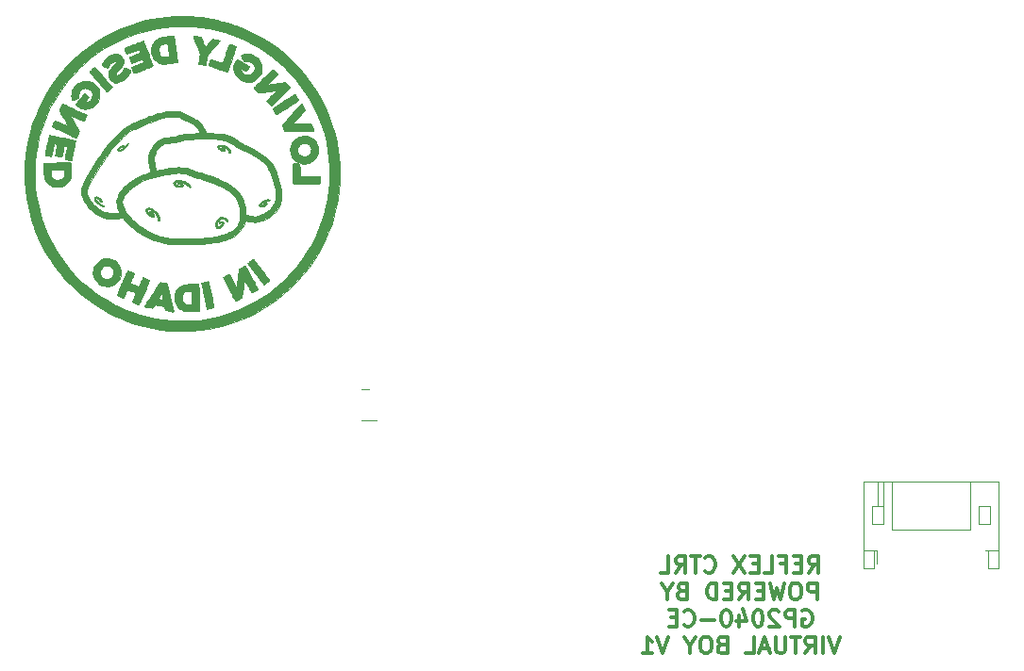
<source format=gbo>
G04 #@! TF.GenerationSoftware,KiCad,Pcbnew,7.0.9*
G04 #@! TF.CreationDate,2023-12-20T17:33:17-07:00*
G04 #@! TF.ProjectId,vb_controller_pcb,76625f63-6f6e-4747-926f-6c6c65725f70,4a*
G04 #@! TF.SameCoordinates,Original*
G04 #@! TF.FileFunction,Legend,Bot*
G04 #@! TF.FilePolarity,Positive*
%FSLAX46Y46*%
G04 Gerber Fmt 4.6, Leading zero omitted, Abs format (unit mm)*
G04 Created by KiCad (PCBNEW 7.0.9) date 2023-12-20 17:33:17*
%MOMM*%
%LPD*%
G01*
G04 APERTURE LIST*
%ADD10C,0.300000*%
%ADD11C,0.120000*%
%ADD12C,0.010000*%
G04 APERTURE END LIST*
D10*
X170907142Y-150855828D02*
X171407142Y-150141542D01*
X171764285Y-150855828D02*
X171764285Y-149355828D01*
X171764285Y-149355828D02*
X171192856Y-149355828D01*
X171192856Y-149355828D02*
X171049999Y-149427257D01*
X171049999Y-149427257D02*
X170978570Y-149498685D01*
X170978570Y-149498685D02*
X170907142Y-149641542D01*
X170907142Y-149641542D02*
X170907142Y-149855828D01*
X170907142Y-149855828D02*
X170978570Y-149998685D01*
X170978570Y-149998685D02*
X171049999Y-150070114D01*
X171049999Y-150070114D02*
X171192856Y-150141542D01*
X171192856Y-150141542D02*
X171764285Y-150141542D01*
X170264285Y-150070114D02*
X169764285Y-150070114D01*
X169549999Y-150855828D02*
X170264285Y-150855828D01*
X170264285Y-150855828D02*
X170264285Y-149355828D01*
X170264285Y-149355828D02*
X169549999Y-149355828D01*
X168407142Y-150070114D02*
X168907142Y-150070114D01*
X168907142Y-150855828D02*
X168907142Y-149355828D01*
X168907142Y-149355828D02*
X168192856Y-149355828D01*
X166907142Y-150855828D02*
X167621428Y-150855828D01*
X167621428Y-150855828D02*
X167621428Y-149355828D01*
X166407142Y-150070114D02*
X165907142Y-150070114D01*
X165692856Y-150855828D02*
X166407142Y-150855828D01*
X166407142Y-150855828D02*
X166407142Y-149355828D01*
X166407142Y-149355828D02*
X165692856Y-149355828D01*
X165192856Y-149355828D02*
X164192856Y-150855828D01*
X164192856Y-149355828D02*
X165192856Y-150855828D01*
X161621428Y-150712971D02*
X161692856Y-150784400D01*
X161692856Y-150784400D02*
X161907142Y-150855828D01*
X161907142Y-150855828D02*
X162049999Y-150855828D01*
X162049999Y-150855828D02*
X162264285Y-150784400D01*
X162264285Y-150784400D02*
X162407142Y-150641542D01*
X162407142Y-150641542D02*
X162478571Y-150498685D01*
X162478571Y-150498685D02*
X162549999Y-150212971D01*
X162549999Y-150212971D02*
X162549999Y-149998685D01*
X162549999Y-149998685D02*
X162478571Y-149712971D01*
X162478571Y-149712971D02*
X162407142Y-149570114D01*
X162407142Y-149570114D02*
X162264285Y-149427257D01*
X162264285Y-149427257D02*
X162049999Y-149355828D01*
X162049999Y-149355828D02*
X161907142Y-149355828D01*
X161907142Y-149355828D02*
X161692856Y-149427257D01*
X161692856Y-149427257D02*
X161621428Y-149498685D01*
X161192856Y-149355828D02*
X160335714Y-149355828D01*
X160764285Y-150855828D02*
X160764285Y-149355828D01*
X158978571Y-150855828D02*
X159478571Y-150141542D01*
X159835714Y-150855828D02*
X159835714Y-149355828D01*
X159835714Y-149355828D02*
X159264285Y-149355828D01*
X159264285Y-149355828D02*
X159121428Y-149427257D01*
X159121428Y-149427257D02*
X159049999Y-149498685D01*
X159049999Y-149498685D02*
X158978571Y-149641542D01*
X158978571Y-149641542D02*
X158978571Y-149855828D01*
X158978571Y-149855828D02*
X159049999Y-149998685D01*
X159049999Y-149998685D02*
X159121428Y-150070114D01*
X159121428Y-150070114D02*
X159264285Y-150141542D01*
X159264285Y-150141542D02*
X159835714Y-150141542D01*
X157621428Y-150855828D02*
X158335714Y-150855828D01*
X158335714Y-150855828D02*
X158335714Y-149355828D01*
X171657143Y-153270828D02*
X171657143Y-151770828D01*
X171657143Y-151770828D02*
X171085714Y-151770828D01*
X171085714Y-151770828D02*
X170942857Y-151842257D01*
X170942857Y-151842257D02*
X170871428Y-151913685D01*
X170871428Y-151913685D02*
X170800000Y-152056542D01*
X170800000Y-152056542D02*
X170800000Y-152270828D01*
X170800000Y-152270828D02*
X170871428Y-152413685D01*
X170871428Y-152413685D02*
X170942857Y-152485114D01*
X170942857Y-152485114D02*
X171085714Y-152556542D01*
X171085714Y-152556542D02*
X171657143Y-152556542D01*
X169871428Y-151770828D02*
X169585714Y-151770828D01*
X169585714Y-151770828D02*
X169442857Y-151842257D01*
X169442857Y-151842257D02*
X169300000Y-151985114D01*
X169300000Y-151985114D02*
X169228571Y-152270828D01*
X169228571Y-152270828D02*
X169228571Y-152770828D01*
X169228571Y-152770828D02*
X169300000Y-153056542D01*
X169300000Y-153056542D02*
X169442857Y-153199400D01*
X169442857Y-153199400D02*
X169585714Y-153270828D01*
X169585714Y-153270828D02*
X169871428Y-153270828D01*
X169871428Y-153270828D02*
X170014286Y-153199400D01*
X170014286Y-153199400D02*
X170157143Y-153056542D01*
X170157143Y-153056542D02*
X170228571Y-152770828D01*
X170228571Y-152770828D02*
X170228571Y-152270828D01*
X170228571Y-152270828D02*
X170157143Y-151985114D01*
X170157143Y-151985114D02*
X170014286Y-151842257D01*
X170014286Y-151842257D02*
X169871428Y-151770828D01*
X168728571Y-151770828D02*
X168371428Y-153270828D01*
X168371428Y-153270828D02*
X168085714Y-152199400D01*
X168085714Y-152199400D02*
X167799999Y-153270828D01*
X167799999Y-153270828D02*
X167442857Y-151770828D01*
X166871428Y-152485114D02*
X166371428Y-152485114D01*
X166157142Y-153270828D02*
X166871428Y-153270828D01*
X166871428Y-153270828D02*
X166871428Y-151770828D01*
X166871428Y-151770828D02*
X166157142Y-151770828D01*
X164657142Y-153270828D02*
X165157142Y-152556542D01*
X165514285Y-153270828D02*
X165514285Y-151770828D01*
X165514285Y-151770828D02*
X164942856Y-151770828D01*
X164942856Y-151770828D02*
X164799999Y-151842257D01*
X164799999Y-151842257D02*
X164728570Y-151913685D01*
X164728570Y-151913685D02*
X164657142Y-152056542D01*
X164657142Y-152056542D02*
X164657142Y-152270828D01*
X164657142Y-152270828D02*
X164728570Y-152413685D01*
X164728570Y-152413685D02*
X164799999Y-152485114D01*
X164799999Y-152485114D02*
X164942856Y-152556542D01*
X164942856Y-152556542D02*
X165514285Y-152556542D01*
X164014285Y-152485114D02*
X163514285Y-152485114D01*
X163299999Y-153270828D02*
X164014285Y-153270828D01*
X164014285Y-153270828D02*
X164014285Y-151770828D01*
X164014285Y-151770828D02*
X163299999Y-151770828D01*
X162657142Y-153270828D02*
X162657142Y-151770828D01*
X162657142Y-151770828D02*
X162299999Y-151770828D01*
X162299999Y-151770828D02*
X162085713Y-151842257D01*
X162085713Y-151842257D02*
X161942856Y-151985114D01*
X161942856Y-151985114D02*
X161871427Y-152127971D01*
X161871427Y-152127971D02*
X161799999Y-152413685D01*
X161799999Y-152413685D02*
X161799999Y-152627971D01*
X161799999Y-152627971D02*
X161871427Y-152913685D01*
X161871427Y-152913685D02*
X161942856Y-153056542D01*
X161942856Y-153056542D02*
X162085713Y-153199400D01*
X162085713Y-153199400D02*
X162299999Y-153270828D01*
X162299999Y-153270828D02*
X162657142Y-153270828D01*
X159514285Y-152485114D02*
X159299999Y-152556542D01*
X159299999Y-152556542D02*
X159228570Y-152627971D01*
X159228570Y-152627971D02*
X159157142Y-152770828D01*
X159157142Y-152770828D02*
X159157142Y-152985114D01*
X159157142Y-152985114D02*
X159228570Y-153127971D01*
X159228570Y-153127971D02*
X159299999Y-153199400D01*
X159299999Y-153199400D02*
X159442856Y-153270828D01*
X159442856Y-153270828D02*
X160014285Y-153270828D01*
X160014285Y-153270828D02*
X160014285Y-151770828D01*
X160014285Y-151770828D02*
X159514285Y-151770828D01*
X159514285Y-151770828D02*
X159371428Y-151842257D01*
X159371428Y-151842257D02*
X159299999Y-151913685D01*
X159299999Y-151913685D02*
X159228570Y-152056542D01*
X159228570Y-152056542D02*
X159228570Y-152199400D01*
X159228570Y-152199400D02*
X159299999Y-152342257D01*
X159299999Y-152342257D02*
X159371428Y-152413685D01*
X159371428Y-152413685D02*
X159514285Y-152485114D01*
X159514285Y-152485114D02*
X160014285Y-152485114D01*
X158228570Y-152556542D02*
X158228570Y-153270828D01*
X158728570Y-151770828D02*
X158228570Y-152556542D01*
X158228570Y-152556542D02*
X157728570Y-151770828D01*
X170371427Y-154257257D02*
X170514285Y-154185828D01*
X170514285Y-154185828D02*
X170728570Y-154185828D01*
X170728570Y-154185828D02*
X170942856Y-154257257D01*
X170942856Y-154257257D02*
X171085713Y-154400114D01*
X171085713Y-154400114D02*
X171157142Y-154542971D01*
X171157142Y-154542971D02*
X171228570Y-154828685D01*
X171228570Y-154828685D02*
X171228570Y-155042971D01*
X171228570Y-155042971D02*
X171157142Y-155328685D01*
X171157142Y-155328685D02*
X171085713Y-155471542D01*
X171085713Y-155471542D02*
X170942856Y-155614400D01*
X170942856Y-155614400D02*
X170728570Y-155685828D01*
X170728570Y-155685828D02*
X170585713Y-155685828D01*
X170585713Y-155685828D02*
X170371427Y-155614400D01*
X170371427Y-155614400D02*
X170299999Y-155542971D01*
X170299999Y-155542971D02*
X170299999Y-155042971D01*
X170299999Y-155042971D02*
X170585713Y-155042971D01*
X169657142Y-155685828D02*
X169657142Y-154185828D01*
X169657142Y-154185828D02*
X169085713Y-154185828D01*
X169085713Y-154185828D02*
X168942856Y-154257257D01*
X168942856Y-154257257D02*
X168871427Y-154328685D01*
X168871427Y-154328685D02*
X168799999Y-154471542D01*
X168799999Y-154471542D02*
X168799999Y-154685828D01*
X168799999Y-154685828D02*
X168871427Y-154828685D01*
X168871427Y-154828685D02*
X168942856Y-154900114D01*
X168942856Y-154900114D02*
X169085713Y-154971542D01*
X169085713Y-154971542D02*
X169657142Y-154971542D01*
X168228570Y-154328685D02*
X168157142Y-154257257D01*
X168157142Y-154257257D02*
X168014285Y-154185828D01*
X168014285Y-154185828D02*
X167657142Y-154185828D01*
X167657142Y-154185828D02*
X167514285Y-154257257D01*
X167514285Y-154257257D02*
X167442856Y-154328685D01*
X167442856Y-154328685D02*
X167371427Y-154471542D01*
X167371427Y-154471542D02*
X167371427Y-154614400D01*
X167371427Y-154614400D02*
X167442856Y-154828685D01*
X167442856Y-154828685D02*
X168299999Y-155685828D01*
X168299999Y-155685828D02*
X167371427Y-155685828D01*
X166442856Y-154185828D02*
X166299999Y-154185828D01*
X166299999Y-154185828D02*
X166157142Y-154257257D01*
X166157142Y-154257257D02*
X166085714Y-154328685D01*
X166085714Y-154328685D02*
X166014285Y-154471542D01*
X166014285Y-154471542D02*
X165942856Y-154757257D01*
X165942856Y-154757257D02*
X165942856Y-155114400D01*
X165942856Y-155114400D02*
X166014285Y-155400114D01*
X166014285Y-155400114D02*
X166085714Y-155542971D01*
X166085714Y-155542971D02*
X166157142Y-155614400D01*
X166157142Y-155614400D02*
X166299999Y-155685828D01*
X166299999Y-155685828D02*
X166442856Y-155685828D01*
X166442856Y-155685828D02*
X166585714Y-155614400D01*
X166585714Y-155614400D02*
X166657142Y-155542971D01*
X166657142Y-155542971D02*
X166728571Y-155400114D01*
X166728571Y-155400114D02*
X166799999Y-155114400D01*
X166799999Y-155114400D02*
X166799999Y-154757257D01*
X166799999Y-154757257D02*
X166728571Y-154471542D01*
X166728571Y-154471542D02*
X166657142Y-154328685D01*
X166657142Y-154328685D02*
X166585714Y-154257257D01*
X166585714Y-154257257D02*
X166442856Y-154185828D01*
X164657143Y-154685828D02*
X164657143Y-155685828D01*
X165014285Y-154114400D02*
X165371428Y-155185828D01*
X165371428Y-155185828D02*
X164442857Y-155185828D01*
X163585714Y-154185828D02*
X163442857Y-154185828D01*
X163442857Y-154185828D02*
X163300000Y-154257257D01*
X163300000Y-154257257D02*
X163228572Y-154328685D01*
X163228572Y-154328685D02*
X163157143Y-154471542D01*
X163157143Y-154471542D02*
X163085714Y-154757257D01*
X163085714Y-154757257D02*
X163085714Y-155114400D01*
X163085714Y-155114400D02*
X163157143Y-155400114D01*
X163157143Y-155400114D02*
X163228572Y-155542971D01*
X163228572Y-155542971D02*
X163300000Y-155614400D01*
X163300000Y-155614400D02*
X163442857Y-155685828D01*
X163442857Y-155685828D02*
X163585714Y-155685828D01*
X163585714Y-155685828D02*
X163728572Y-155614400D01*
X163728572Y-155614400D02*
X163800000Y-155542971D01*
X163800000Y-155542971D02*
X163871429Y-155400114D01*
X163871429Y-155400114D02*
X163942857Y-155114400D01*
X163942857Y-155114400D02*
X163942857Y-154757257D01*
X163942857Y-154757257D02*
X163871429Y-154471542D01*
X163871429Y-154471542D02*
X163800000Y-154328685D01*
X163800000Y-154328685D02*
X163728572Y-154257257D01*
X163728572Y-154257257D02*
X163585714Y-154185828D01*
X162442858Y-155114400D02*
X161300001Y-155114400D01*
X159728572Y-155542971D02*
X159800000Y-155614400D01*
X159800000Y-155614400D02*
X160014286Y-155685828D01*
X160014286Y-155685828D02*
X160157143Y-155685828D01*
X160157143Y-155685828D02*
X160371429Y-155614400D01*
X160371429Y-155614400D02*
X160514286Y-155471542D01*
X160514286Y-155471542D02*
X160585715Y-155328685D01*
X160585715Y-155328685D02*
X160657143Y-155042971D01*
X160657143Y-155042971D02*
X160657143Y-154828685D01*
X160657143Y-154828685D02*
X160585715Y-154542971D01*
X160585715Y-154542971D02*
X160514286Y-154400114D01*
X160514286Y-154400114D02*
X160371429Y-154257257D01*
X160371429Y-154257257D02*
X160157143Y-154185828D01*
X160157143Y-154185828D02*
X160014286Y-154185828D01*
X160014286Y-154185828D02*
X159800000Y-154257257D01*
X159800000Y-154257257D02*
X159728572Y-154328685D01*
X159085715Y-154900114D02*
X158585715Y-154900114D01*
X158371429Y-155685828D02*
X159085715Y-155685828D01*
X159085715Y-155685828D02*
X159085715Y-154185828D01*
X159085715Y-154185828D02*
X158371429Y-154185828D01*
X173692856Y-156600828D02*
X173192856Y-158100828D01*
X173192856Y-158100828D02*
X172692856Y-156600828D01*
X172192857Y-158100828D02*
X172192857Y-156600828D01*
X170621428Y-158100828D02*
X171121428Y-157386542D01*
X171478571Y-158100828D02*
X171478571Y-156600828D01*
X171478571Y-156600828D02*
X170907142Y-156600828D01*
X170907142Y-156600828D02*
X170764285Y-156672257D01*
X170764285Y-156672257D02*
X170692856Y-156743685D01*
X170692856Y-156743685D02*
X170621428Y-156886542D01*
X170621428Y-156886542D02*
X170621428Y-157100828D01*
X170621428Y-157100828D02*
X170692856Y-157243685D01*
X170692856Y-157243685D02*
X170764285Y-157315114D01*
X170764285Y-157315114D02*
X170907142Y-157386542D01*
X170907142Y-157386542D02*
X171478571Y-157386542D01*
X170192856Y-156600828D02*
X169335714Y-156600828D01*
X169764285Y-158100828D02*
X169764285Y-156600828D01*
X168835714Y-156600828D02*
X168835714Y-157815114D01*
X168835714Y-157815114D02*
X168764285Y-157957971D01*
X168764285Y-157957971D02*
X168692857Y-158029400D01*
X168692857Y-158029400D02*
X168549999Y-158100828D01*
X168549999Y-158100828D02*
X168264285Y-158100828D01*
X168264285Y-158100828D02*
X168121428Y-158029400D01*
X168121428Y-158029400D02*
X168049999Y-157957971D01*
X168049999Y-157957971D02*
X167978571Y-157815114D01*
X167978571Y-157815114D02*
X167978571Y-156600828D01*
X167335713Y-157672257D02*
X166621428Y-157672257D01*
X167478570Y-158100828D02*
X166978570Y-156600828D01*
X166978570Y-156600828D02*
X166478570Y-158100828D01*
X165264285Y-158100828D02*
X165978571Y-158100828D01*
X165978571Y-158100828D02*
X165978571Y-156600828D01*
X163121428Y-157315114D02*
X162907142Y-157386542D01*
X162907142Y-157386542D02*
X162835713Y-157457971D01*
X162835713Y-157457971D02*
X162764285Y-157600828D01*
X162764285Y-157600828D02*
X162764285Y-157815114D01*
X162764285Y-157815114D02*
X162835713Y-157957971D01*
X162835713Y-157957971D02*
X162907142Y-158029400D01*
X162907142Y-158029400D02*
X163049999Y-158100828D01*
X163049999Y-158100828D02*
X163621428Y-158100828D01*
X163621428Y-158100828D02*
X163621428Y-156600828D01*
X163621428Y-156600828D02*
X163121428Y-156600828D01*
X163121428Y-156600828D02*
X162978571Y-156672257D01*
X162978571Y-156672257D02*
X162907142Y-156743685D01*
X162907142Y-156743685D02*
X162835713Y-156886542D01*
X162835713Y-156886542D02*
X162835713Y-157029400D01*
X162835713Y-157029400D02*
X162907142Y-157172257D01*
X162907142Y-157172257D02*
X162978571Y-157243685D01*
X162978571Y-157243685D02*
X163121428Y-157315114D01*
X163121428Y-157315114D02*
X163621428Y-157315114D01*
X161835713Y-156600828D02*
X161549999Y-156600828D01*
X161549999Y-156600828D02*
X161407142Y-156672257D01*
X161407142Y-156672257D02*
X161264285Y-156815114D01*
X161264285Y-156815114D02*
X161192856Y-157100828D01*
X161192856Y-157100828D02*
X161192856Y-157600828D01*
X161192856Y-157600828D02*
X161264285Y-157886542D01*
X161264285Y-157886542D02*
X161407142Y-158029400D01*
X161407142Y-158029400D02*
X161549999Y-158100828D01*
X161549999Y-158100828D02*
X161835713Y-158100828D01*
X161835713Y-158100828D02*
X161978571Y-158029400D01*
X161978571Y-158029400D02*
X162121428Y-157886542D01*
X162121428Y-157886542D02*
X162192856Y-157600828D01*
X162192856Y-157600828D02*
X162192856Y-157100828D01*
X162192856Y-157100828D02*
X162121428Y-156815114D01*
X162121428Y-156815114D02*
X161978571Y-156672257D01*
X161978571Y-156672257D02*
X161835713Y-156600828D01*
X160264284Y-157386542D02*
X160264284Y-158100828D01*
X160764284Y-156600828D02*
X160264284Y-157386542D01*
X160264284Y-157386542D02*
X159764284Y-156600828D01*
X158335713Y-156600828D02*
X157835713Y-158100828D01*
X157835713Y-158100828D02*
X157335713Y-156600828D01*
X156049999Y-158100828D02*
X156907142Y-158100828D01*
X156478571Y-158100828D02*
X156478571Y-156600828D01*
X156478571Y-156600828D02*
X156621428Y-156815114D01*
X156621428Y-156815114D02*
X156764285Y-156957971D01*
X156764285Y-156957971D02*
X156907142Y-157029400D01*
D11*
X132125000Y-137170000D02*
X130825000Y-137170000D01*
X131475000Y-134370000D02*
X130825000Y-134370000D01*
D12*
X109872327Y-112274611D02*
X109867462Y-112310330D01*
X109835288Y-112368402D01*
X109780699Y-112442053D01*
X109709066Y-112525630D01*
X109625757Y-112613485D01*
X109536141Y-112699964D01*
X109445590Y-112779419D01*
X109359471Y-112846197D01*
X109283156Y-112894648D01*
X109172730Y-112942260D01*
X109072320Y-112963753D01*
X108987824Y-112961040D01*
X108923532Y-112936900D01*
X108883734Y-112894111D01*
X108872722Y-112835451D01*
X108894785Y-112763700D01*
X108954216Y-112681635D01*
X108955722Y-112680009D01*
X109022517Y-112619711D01*
X109102608Y-112564529D01*
X109188101Y-112517798D01*
X109271104Y-112482855D01*
X109343722Y-112463037D01*
X109398062Y-112461680D01*
X109426232Y-112482120D01*
X109431474Y-112504592D01*
X109423495Y-112527912D01*
X109394742Y-112553193D01*
X109339230Y-112585480D01*
X109250974Y-112629816D01*
X109211288Y-112649907D01*
X109116159Y-112705481D01*
X109047475Y-112757418D01*
X109009642Y-112802001D01*
X109007069Y-112835515D01*
X109012841Y-112841475D01*
X109052773Y-112847718D01*
X109117480Y-112833295D01*
X109198489Y-112799788D01*
X109273681Y-112756115D01*
X109392141Y-112666775D01*
X109516276Y-112552104D01*
X109637845Y-112419242D01*
X109687718Y-112361858D01*
X109759175Y-112289539D01*
X109812399Y-112251733D01*
X109849434Y-112247177D01*
X109872327Y-112274611D01*
G36*
X109872327Y-112274611D02*
G01*
X109867462Y-112310330D01*
X109835288Y-112368402D01*
X109780699Y-112442053D01*
X109709066Y-112525630D01*
X109625757Y-112613485D01*
X109536141Y-112699964D01*
X109445590Y-112779419D01*
X109359471Y-112846197D01*
X109283156Y-112894648D01*
X109172730Y-112942260D01*
X109072320Y-112963753D01*
X108987824Y-112961040D01*
X108923532Y-112936900D01*
X108883734Y-112894111D01*
X108872722Y-112835451D01*
X108894785Y-112763700D01*
X108954216Y-112681635D01*
X108955722Y-112680009D01*
X109022517Y-112619711D01*
X109102608Y-112564529D01*
X109188101Y-112517798D01*
X109271104Y-112482855D01*
X109343722Y-112463037D01*
X109398062Y-112461680D01*
X109426232Y-112482120D01*
X109431474Y-112504592D01*
X109423495Y-112527912D01*
X109394742Y-112553193D01*
X109339230Y-112585480D01*
X109250974Y-112629816D01*
X109211288Y-112649907D01*
X109116159Y-112705481D01*
X109047475Y-112757418D01*
X109009642Y-112802001D01*
X109007069Y-112835515D01*
X109012841Y-112841475D01*
X109052773Y-112847718D01*
X109117480Y-112833295D01*
X109198489Y-112799788D01*
X109273681Y-112756115D01*
X109392141Y-112666775D01*
X109516276Y-112552104D01*
X109637845Y-112419242D01*
X109687718Y-112361858D01*
X109759175Y-112289539D01*
X109812399Y-112251733D01*
X109849434Y-112247177D01*
X109872327Y-112274611D01*
G37*
X107082567Y-117066746D02*
X107182532Y-117113984D01*
X107284037Y-117189989D01*
X107321589Y-117225637D01*
X107386525Y-117295609D01*
X107441776Y-117364942D01*
X107480180Y-117424301D01*
X107494572Y-117464352D01*
X107485573Y-117486160D01*
X107451604Y-117515177D01*
X107429104Y-117524447D01*
X107398476Y-117518551D01*
X107361645Y-117481870D01*
X107289626Y-117397022D01*
X107226307Y-117327372D01*
X107174900Y-117278680D01*
X107128174Y-117244176D01*
X107078897Y-117217087D01*
X107019000Y-117192908D01*
X106969633Y-117189448D01*
X106948225Y-117216670D01*
X106953502Y-117275162D01*
X106969633Y-117311198D01*
X107017815Y-117376754D01*
X107089402Y-117453948D01*
X107177266Y-117536220D01*
X107274279Y-117617010D01*
X107373312Y-117689761D01*
X107467238Y-117747912D01*
X107544520Y-117791673D01*
X107611718Y-117835801D01*
X107647388Y-117870739D01*
X107655622Y-117900792D01*
X107640513Y-117930270D01*
X107628523Y-117943300D01*
X107606152Y-117955571D01*
X107574385Y-117952617D01*
X107523981Y-117932729D01*
X107445701Y-117894195D01*
X107444226Y-117893444D01*
X107284596Y-117802070D01*
X107141325Y-117700400D01*
X107018268Y-117592692D01*
X106919280Y-117483206D01*
X106848215Y-117376200D01*
X106808929Y-117275934D01*
X106805276Y-117186666D01*
X106810116Y-117166239D01*
X106847919Y-117098021D01*
X106909661Y-117058726D01*
X106989744Y-117048314D01*
X107082567Y-117066746D01*
G36*
X107082567Y-117066746D02*
G01*
X107182532Y-117113984D01*
X107284037Y-117189989D01*
X107321589Y-117225637D01*
X107386525Y-117295609D01*
X107441776Y-117364942D01*
X107480180Y-117424301D01*
X107494572Y-117464352D01*
X107485573Y-117486160D01*
X107451604Y-117515177D01*
X107429104Y-117524447D01*
X107398476Y-117518551D01*
X107361645Y-117481870D01*
X107289626Y-117397022D01*
X107226307Y-117327372D01*
X107174900Y-117278680D01*
X107128174Y-117244176D01*
X107078897Y-117217087D01*
X107019000Y-117192908D01*
X106969633Y-117189448D01*
X106948225Y-117216670D01*
X106953502Y-117275162D01*
X106969633Y-117311198D01*
X107017815Y-117376754D01*
X107089402Y-117453948D01*
X107177266Y-117536220D01*
X107274279Y-117617010D01*
X107373312Y-117689761D01*
X107467238Y-117747912D01*
X107544520Y-117791673D01*
X107611718Y-117835801D01*
X107647388Y-117870739D01*
X107655622Y-117900792D01*
X107640513Y-117930270D01*
X107628523Y-117943300D01*
X107606152Y-117955571D01*
X107574385Y-117952617D01*
X107523981Y-117932729D01*
X107445701Y-117894195D01*
X107444226Y-117893444D01*
X107284596Y-117802070D01*
X107141325Y-117700400D01*
X107018268Y-117592692D01*
X106919280Y-117483206D01*
X106848215Y-117376200D01*
X106808929Y-117275934D01*
X106805276Y-117186666D01*
X106810116Y-117166239D01*
X106847919Y-117098021D01*
X106909661Y-117058726D01*
X106989744Y-117048314D01*
X107082567Y-117066746D01*
G37*
X124793857Y-107853131D02*
X124831483Y-107894107D01*
X124880656Y-107957277D01*
X124936053Y-108034683D01*
X124992350Y-108118369D01*
X125044225Y-108200379D01*
X125086353Y-108272758D01*
X125113412Y-108327549D01*
X125120078Y-108356796D01*
X125113172Y-108363888D01*
X125075274Y-108393557D01*
X125007299Y-108443245D01*
X124912487Y-108510690D01*
X124794075Y-108593628D01*
X124655301Y-108689799D01*
X124499404Y-108796940D01*
X124329622Y-108912789D01*
X124149193Y-109035083D01*
X124045484Y-109105002D01*
X123869686Y-109222836D01*
X123705581Y-109331981D01*
X123556497Y-109430272D01*
X123425761Y-109515544D01*
X123316700Y-109585635D01*
X123232640Y-109638378D01*
X123176910Y-109671612D01*
X123152836Y-109683171D01*
X123132790Y-109672704D01*
X123093210Y-109632607D01*
X123042989Y-109569932D01*
X122987384Y-109492657D01*
X122931653Y-109408764D01*
X122881052Y-109326234D01*
X122840837Y-109253048D01*
X122816266Y-109197185D01*
X122812596Y-109166627D01*
X122829105Y-109151570D01*
X122877618Y-109114810D01*
X122953963Y-109059793D01*
X123054223Y-108989163D01*
X123174480Y-108905564D01*
X123310819Y-108811641D01*
X123459322Y-108710037D01*
X123616071Y-108603396D01*
X123777151Y-108494363D01*
X123938644Y-108385581D01*
X124096633Y-108279695D01*
X124247201Y-108179349D01*
X124386431Y-108087186D01*
X124510407Y-108005852D01*
X124615210Y-107937988D01*
X124696925Y-107886241D01*
X124751634Y-107853254D01*
X124775421Y-107841671D01*
X124793857Y-107853131D01*
G36*
X124793857Y-107853131D02*
G01*
X124831483Y-107894107D01*
X124880656Y-107957277D01*
X124936053Y-108034683D01*
X124992350Y-108118369D01*
X125044225Y-108200379D01*
X125086353Y-108272758D01*
X125113412Y-108327549D01*
X125120078Y-108356796D01*
X125113172Y-108363888D01*
X125075274Y-108393557D01*
X125007299Y-108443245D01*
X124912487Y-108510690D01*
X124794075Y-108593628D01*
X124655301Y-108689799D01*
X124499404Y-108796940D01*
X124329622Y-108912789D01*
X124149193Y-109035083D01*
X124045484Y-109105002D01*
X123869686Y-109222836D01*
X123705581Y-109331981D01*
X123556497Y-109430272D01*
X123425761Y-109515544D01*
X123316700Y-109585635D01*
X123232640Y-109638378D01*
X123176910Y-109671612D01*
X123152836Y-109683171D01*
X123132790Y-109672704D01*
X123093210Y-109632607D01*
X123042989Y-109569932D01*
X122987384Y-109492657D01*
X122931653Y-109408764D01*
X122881052Y-109326234D01*
X122840837Y-109253048D01*
X122816266Y-109197185D01*
X122812596Y-109166627D01*
X122829105Y-109151570D01*
X122877618Y-109114810D01*
X122953963Y-109059793D01*
X123054223Y-108989163D01*
X123174480Y-108905564D01*
X123310819Y-108811641D01*
X123459322Y-108710037D01*
X123616071Y-108603396D01*
X123777151Y-108494363D01*
X123938644Y-108385581D01*
X124096633Y-108279695D01*
X124247201Y-108179349D01*
X124386431Y-108087186D01*
X124510407Y-108005852D01*
X124615210Y-107937988D01*
X124696925Y-107886241D01*
X124751634Y-107853254D01*
X124775421Y-107841671D01*
X124793857Y-107853131D01*
G37*
X106861212Y-105449230D02*
X106905346Y-105494113D01*
X106970796Y-105564130D01*
X107054464Y-105655736D01*
X107153255Y-105765390D01*
X107264070Y-105889549D01*
X107383815Y-106024671D01*
X107509393Y-106167213D01*
X107637706Y-106313632D01*
X107765660Y-106460386D01*
X107890156Y-106603933D01*
X108008099Y-106740729D01*
X108116393Y-106867233D01*
X108211940Y-106979902D01*
X108291645Y-107075193D01*
X108352411Y-107149564D01*
X108391141Y-107199472D01*
X108404739Y-107221374D01*
X108402168Y-107230684D01*
X108374187Y-107268751D01*
X108314713Y-107329372D01*
X108222880Y-107413394D01*
X108097822Y-107521666D01*
X108056929Y-107556014D01*
X107999071Y-107600985D01*
X107959944Y-107623037D01*
X107931513Y-107626026D01*
X107905742Y-107613805D01*
X107902826Y-107611126D01*
X107876494Y-107582786D01*
X107826037Y-107526479D01*
X107754141Y-107445267D01*
X107663495Y-107342210D01*
X107556786Y-107220370D01*
X107436704Y-107082806D01*
X107305935Y-106932581D01*
X107167167Y-106772754D01*
X107125552Y-106724766D01*
X106987762Y-106565923D01*
X106858153Y-106416580D01*
X106739518Y-106279951D01*
X106634647Y-106159249D01*
X106546334Y-106057685D01*
X106477370Y-105978473D01*
X106430547Y-105924827D01*
X106408658Y-105899957D01*
X106379828Y-105854313D01*
X106385233Y-105812244D01*
X106387947Y-105807287D01*
X106419175Y-105768932D01*
X106472873Y-105715546D01*
X106541446Y-105653441D01*
X106617297Y-105588929D01*
X106692832Y-105528320D01*
X106760455Y-105477927D01*
X106812571Y-105444062D01*
X106841584Y-105433034D01*
X106861212Y-105449230D01*
G36*
X106861212Y-105449230D02*
G01*
X106905346Y-105494113D01*
X106970796Y-105564130D01*
X107054464Y-105655736D01*
X107153255Y-105765390D01*
X107264070Y-105889549D01*
X107383815Y-106024671D01*
X107509393Y-106167213D01*
X107637706Y-106313632D01*
X107765660Y-106460386D01*
X107890156Y-106603933D01*
X108008099Y-106740729D01*
X108116393Y-106867233D01*
X108211940Y-106979902D01*
X108291645Y-107075193D01*
X108352411Y-107149564D01*
X108391141Y-107199472D01*
X108404739Y-107221374D01*
X108402168Y-107230684D01*
X108374187Y-107268751D01*
X108314713Y-107329372D01*
X108222880Y-107413394D01*
X108097822Y-107521666D01*
X108056929Y-107556014D01*
X107999071Y-107600985D01*
X107959944Y-107623037D01*
X107931513Y-107626026D01*
X107905742Y-107613805D01*
X107902826Y-107611126D01*
X107876494Y-107582786D01*
X107826037Y-107526479D01*
X107754141Y-107445267D01*
X107663495Y-107342210D01*
X107556786Y-107220370D01*
X107436704Y-107082806D01*
X107305935Y-106932581D01*
X107167167Y-106772754D01*
X107125552Y-106724766D01*
X106987762Y-106565923D01*
X106858153Y-106416580D01*
X106739518Y-106279951D01*
X106634647Y-106159249D01*
X106546334Y-106057685D01*
X106477370Y-105978473D01*
X106430547Y-105924827D01*
X106408658Y-105899957D01*
X106379828Y-105854313D01*
X106385233Y-105812244D01*
X106387947Y-105807287D01*
X106419175Y-105768932D01*
X106472873Y-105715546D01*
X106541446Y-105653441D01*
X106617297Y-105588929D01*
X106692832Y-105528320D01*
X106760455Y-105477927D01*
X106812571Y-105444062D01*
X106841584Y-105433034D01*
X106861212Y-105449230D01*
G37*
X117032967Y-124680310D02*
X117049905Y-124691841D01*
X117054291Y-124701453D01*
X117068192Y-124748859D01*
X117089104Y-124831691D01*
X117116146Y-124946053D01*
X117148439Y-125088052D01*
X117185103Y-125253791D01*
X117225258Y-125439376D01*
X117268025Y-125640912D01*
X117312524Y-125854504D01*
X117331169Y-125944912D01*
X117380069Y-126183276D01*
X117420823Y-126384332D01*
X117453972Y-126551126D01*
X117480056Y-126686705D01*
X117499615Y-126794114D01*
X117513190Y-126876400D01*
X117521321Y-126936608D01*
X117524549Y-126977785D01*
X117523413Y-127002977D01*
X117518456Y-127015231D01*
X117499201Y-127026322D01*
X117443943Y-127046548D01*
X117364515Y-127069662D01*
X117270964Y-127092524D01*
X117225708Y-127102503D01*
X117111618Y-127125920D01*
X117030103Y-127138827D01*
X116974929Y-127141697D01*
X116939860Y-127135001D01*
X116918662Y-127119212D01*
X116916019Y-127112975D01*
X116904372Y-127070698D01*
X116885590Y-126992595D01*
X116860536Y-126882603D01*
X116830075Y-126744657D01*
X116795070Y-126582696D01*
X116756384Y-126400656D01*
X116714881Y-126202474D01*
X116671425Y-125992087D01*
X116652005Y-125897476D01*
X116609789Y-125692183D01*
X116570351Y-125500895D01*
X116534507Y-125327535D01*
X116503071Y-125176029D01*
X116476859Y-125050300D01*
X116456685Y-124954272D01*
X116443366Y-124891871D01*
X116437715Y-124867020D01*
X116435575Y-124858836D01*
X116440049Y-124827500D01*
X116469522Y-124799751D01*
X116528265Y-124773549D01*
X116620551Y-124746854D01*
X116750652Y-124717628D01*
X116789332Y-124709666D01*
X116890924Y-124689773D01*
X116960627Y-124678660D01*
X117005591Y-124675711D01*
X117032967Y-124680310D01*
G36*
X117032967Y-124680310D02*
G01*
X117049905Y-124691841D01*
X117054291Y-124701453D01*
X117068192Y-124748859D01*
X117089104Y-124831691D01*
X117116146Y-124946053D01*
X117148439Y-125088052D01*
X117185103Y-125253791D01*
X117225258Y-125439376D01*
X117268025Y-125640912D01*
X117312524Y-125854504D01*
X117331169Y-125944912D01*
X117380069Y-126183276D01*
X117420823Y-126384332D01*
X117453972Y-126551126D01*
X117480056Y-126686705D01*
X117499615Y-126794114D01*
X117513190Y-126876400D01*
X117521321Y-126936608D01*
X117524549Y-126977785D01*
X117523413Y-127002977D01*
X117518456Y-127015231D01*
X117499201Y-127026322D01*
X117443943Y-127046548D01*
X117364515Y-127069662D01*
X117270964Y-127092524D01*
X117225708Y-127102503D01*
X117111618Y-127125920D01*
X117030103Y-127138827D01*
X116974929Y-127141697D01*
X116939860Y-127135001D01*
X116918662Y-127119212D01*
X116916019Y-127112975D01*
X116904372Y-127070698D01*
X116885590Y-126992595D01*
X116860536Y-126882603D01*
X116830075Y-126744657D01*
X116795070Y-126582696D01*
X116756384Y-126400656D01*
X116714881Y-126202474D01*
X116671425Y-125992087D01*
X116652005Y-125897476D01*
X116609789Y-125692183D01*
X116570351Y-125500895D01*
X116534507Y-125327535D01*
X116503071Y-125176029D01*
X116476859Y-125050300D01*
X116456685Y-124954272D01*
X116443366Y-124891871D01*
X116437715Y-124867020D01*
X116435575Y-124858836D01*
X116440049Y-124827500D01*
X116469522Y-124799751D01*
X116528265Y-124773549D01*
X116620551Y-124746854D01*
X116750652Y-124717628D01*
X116789332Y-124709666D01*
X116890924Y-124689773D01*
X116960627Y-124678660D01*
X117005591Y-124675711D01*
X117032967Y-124680310D01*
G37*
X121056540Y-122680525D02*
X121095300Y-122695703D01*
X121098048Y-122698438D01*
X121122466Y-122727761D01*
X121168707Y-122785695D01*
X121233842Y-122868443D01*
X121314948Y-122972211D01*
X121409096Y-123093200D01*
X121513362Y-123227616D01*
X121624818Y-123371661D01*
X121740539Y-123521540D01*
X121857598Y-123673456D01*
X121973070Y-123823613D01*
X122084028Y-123968215D01*
X122187545Y-124103464D01*
X122280696Y-124225566D01*
X122360555Y-124330723D01*
X122424195Y-124415139D01*
X122468690Y-124475018D01*
X122491114Y-124506564D01*
X122495822Y-124513869D01*
X122516829Y-124552917D01*
X122511883Y-124580217D01*
X122478656Y-124616264D01*
X122456182Y-124636683D01*
X122400837Y-124683226D01*
X122328087Y-124741907D01*
X122247739Y-124804724D01*
X122188634Y-124849299D01*
X122120864Y-124897956D01*
X122070452Y-124931249D01*
X122045324Y-124943732D01*
X122043925Y-124943730D01*
X122033427Y-124941153D01*
X122019424Y-124932337D01*
X121999900Y-124914790D01*
X121972837Y-124886021D01*
X121936216Y-124843540D01*
X121888020Y-124784856D01*
X121826231Y-124707478D01*
X121748831Y-124608914D01*
X121653803Y-124486674D01*
X121539128Y-124338267D01*
X121402790Y-124161202D01*
X121242769Y-123952988D01*
X121109785Y-123779571D01*
X120977370Y-123606022D01*
X120867770Y-123461122D01*
X120779195Y-123342367D01*
X120709855Y-123247255D01*
X120657960Y-123173280D01*
X120621719Y-123117939D01*
X120599342Y-123078729D01*
X120589039Y-123053145D01*
X120589020Y-123038684D01*
X120592357Y-123033305D01*
X120623192Y-123000785D01*
X120677377Y-122952570D01*
X120746986Y-122894840D01*
X120824096Y-122833777D01*
X120900782Y-122775563D01*
X120969121Y-122726379D01*
X121021186Y-122692407D01*
X121049055Y-122679828D01*
X121056540Y-122680525D01*
G36*
X121056540Y-122680525D02*
G01*
X121095300Y-122695703D01*
X121098048Y-122698438D01*
X121122466Y-122727761D01*
X121168707Y-122785695D01*
X121233842Y-122868443D01*
X121314948Y-122972211D01*
X121409096Y-123093200D01*
X121513362Y-123227616D01*
X121624818Y-123371661D01*
X121740539Y-123521540D01*
X121857598Y-123673456D01*
X121973070Y-123823613D01*
X122084028Y-123968215D01*
X122187545Y-124103464D01*
X122280696Y-124225566D01*
X122360555Y-124330723D01*
X122424195Y-124415139D01*
X122468690Y-124475018D01*
X122491114Y-124506564D01*
X122495822Y-124513869D01*
X122516829Y-124552917D01*
X122511883Y-124580217D01*
X122478656Y-124616264D01*
X122456182Y-124636683D01*
X122400837Y-124683226D01*
X122328087Y-124741907D01*
X122247739Y-124804724D01*
X122188634Y-124849299D01*
X122120864Y-124897956D01*
X122070452Y-124931249D01*
X122045324Y-124943732D01*
X122043925Y-124943730D01*
X122033427Y-124941153D01*
X122019424Y-124932337D01*
X121999900Y-124914790D01*
X121972837Y-124886021D01*
X121936216Y-124843540D01*
X121888020Y-124784856D01*
X121826231Y-124707478D01*
X121748831Y-124608914D01*
X121653803Y-124486674D01*
X121539128Y-124338267D01*
X121402790Y-124161202D01*
X121242769Y-123952988D01*
X121109785Y-123779571D01*
X120977370Y-123606022D01*
X120867770Y-123461122D01*
X120779195Y-123342367D01*
X120709855Y-123247255D01*
X120657960Y-123173280D01*
X120621719Y-123117939D01*
X120599342Y-123078729D01*
X120589039Y-123053145D01*
X120589020Y-123038684D01*
X120592357Y-123033305D01*
X120623192Y-123000785D01*
X120677377Y-122952570D01*
X120746986Y-122894840D01*
X120824096Y-122833777D01*
X120900782Y-122775563D01*
X120969121Y-122726379D01*
X121021186Y-122692407D01*
X121049055Y-122679828D01*
X121056540Y-122680525D01*
G37*
X118217484Y-112420237D02*
X118401671Y-112457170D01*
X118577081Y-112523011D01*
X118733644Y-112613618D01*
X118861288Y-112724853D01*
X118934959Y-112817922D01*
X118988383Y-112920383D01*
X119006316Y-113013265D01*
X118987328Y-113092395D01*
X118976343Y-113107368D01*
X118938073Y-113129623D01*
X118897588Y-113130208D01*
X118872641Y-113106879D01*
X118871235Y-113101946D01*
X118861704Y-113058753D01*
X118850823Y-112999145D01*
X118846357Y-112978465D01*
X118802030Y-112885155D01*
X118722410Y-112795444D01*
X118613233Y-112713801D01*
X118480230Y-112644693D01*
X118329134Y-112592587D01*
X118244139Y-112574325D01*
X118157694Y-112563974D01*
X118084340Y-112563015D01*
X118033452Y-112571537D01*
X118014406Y-112589627D01*
X118014531Y-112592315D01*
X118035151Y-112633113D01*
X118084634Y-112682227D01*
X118153713Y-112731841D01*
X118233123Y-112774138D01*
X118273142Y-112790383D01*
X118321621Y-112805150D01*
X118348542Y-112807438D01*
X118347616Y-112797222D01*
X118312552Y-112774474D01*
X118276729Y-112740846D01*
X118270478Y-112699268D01*
X118290932Y-112662474D01*
X118331739Y-112641406D01*
X118386549Y-112647004D01*
X118397175Y-112651923D01*
X118443660Y-112686702D01*
X118491361Y-112736857D01*
X118528568Y-112788816D01*
X118543572Y-112829007D01*
X118543210Y-112832947D01*
X118525348Y-112870351D01*
X118488880Y-112914787D01*
X118478521Y-112924893D01*
X118440805Y-112952798D01*
X118397846Y-112961980D01*
X118331578Y-112957327D01*
X118227574Y-112933370D01*
X118104313Y-112881454D01*
X117993702Y-112811375D01*
X117958943Y-112781035D01*
X117897122Y-112700486D01*
X117868652Y-112616161D01*
X117875141Y-112535421D01*
X117918194Y-112465625D01*
X117936679Y-112448620D01*
X117974238Y-112426538D01*
X118025320Y-112416221D01*
X118104247Y-112413671D01*
X118217484Y-112420237D01*
G36*
X118217484Y-112420237D02*
G01*
X118401671Y-112457170D01*
X118577081Y-112523011D01*
X118733644Y-112613618D01*
X118861288Y-112724853D01*
X118934959Y-112817922D01*
X118988383Y-112920383D01*
X119006316Y-113013265D01*
X118987328Y-113092395D01*
X118976343Y-113107368D01*
X118938073Y-113129623D01*
X118897588Y-113130208D01*
X118872641Y-113106879D01*
X118871235Y-113101946D01*
X118861704Y-113058753D01*
X118850823Y-112999145D01*
X118846357Y-112978465D01*
X118802030Y-112885155D01*
X118722410Y-112795444D01*
X118613233Y-112713801D01*
X118480230Y-112644693D01*
X118329134Y-112592587D01*
X118244139Y-112574325D01*
X118157694Y-112563974D01*
X118084340Y-112563015D01*
X118033452Y-112571537D01*
X118014406Y-112589627D01*
X118014531Y-112592315D01*
X118035151Y-112633113D01*
X118084634Y-112682227D01*
X118153713Y-112731841D01*
X118233123Y-112774138D01*
X118273142Y-112790383D01*
X118321621Y-112805150D01*
X118348542Y-112807438D01*
X118347616Y-112797222D01*
X118312552Y-112774474D01*
X118276729Y-112740846D01*
X118270478Y-112699268D01*
X118290932Y-112662474D01*
X118331739Y-112641406D01*
X118386549Y-112647004D01*
X118397175Y-112651923D01*
X118443660Y-112686702D01*
X118491361Y-112736857D01*
X118528568Y-112788816D01*
X118543572Y-112829007D01*
X118543210Y-112832947D01*
X118525348Y-112870351D01*
X118488880Y-112914787D01*
X118478521Y-112924893D01*
X118440805Y-112952798D01*
X118397846Y-112961980D01*
X118331578Y-112957327D01*
X118227574Y-112933370D01*
X118104313Y-112881454D01*
X117993702Y-112811375D01*
X117958943Y-112781035D01*
X117897122Y-112700486D01*
X117868652Y-112616161D01*
X117875141Y-112535421D01*
X117918194Y-112465625D01*
X117936679Y-112448620D01*
X117974238Y-112426538D01*
X118025320Y-112416221D01*
X118104247Y-112413671D01*
X118217484Y-112420237D01*
G37*
X124948378Y-114083833D02*
X124961851Y-114084065D01*
X125063796Y-114086674D01*
X125149242Y-114090310D01*
X125209578Y-114094523D01*
X125236194Y-114098865D01*
X125240415Y-114118299D01*
X125244624Y-114174979D01*
X125248203Y-114263105D01*
X125250977Y-114376973D01*
X125252769Y-114510876D01*
X125253406Y-114659110D01*
X125253406Y-115208718D01*
X125307700Y-115229361D01*
X125335210Y-115233769D01*
X125403194Y-115238353D01*
X125506293Y-115242307D01*
X125640639Y-115245539D01*
X125802362Y-115247959D01*
X125987594Y-115249478D01*
X126192467Y-115250004D01*
X126313930Y-115250097D01*
X126519106Y-115250846D01*
X126686196Y-115252411D01*
X126818000Y-115254876D01*
X126917316Y-115258325D01*
X126986945Y-115262841D01*
X127029686Y-115268506D01*
X127048339Y-115275404D01*
X127049848Y-115277259D01*
X127060346Y-115313560D01*
X127067911Y-115380762D01*
X127072514Y-115468788D01*
X127074125Y-115567559D01*
X127072716Y-115666996D01*
X127068256Y-115757020D01*
X127060716Y-115827554D01*
X127050067Y-115868519D01*
X127026395Y-115912751D01*
X125854891Y-115900584D01*
X125716444Y-115899053D01*
X125504740Y-115896340D01*
X125308037Y-115893371D01*
X125130238Y-115890229D01*
X124975249Y-115886999D01*
X124846975Y-115883764D01*
X124749318Y-115880610D01*
X124686185Y-115877620D01*
X124661480Y-115874878D01*
X124659040Y-115868728D01*
X124654327Y-115827122D01*
X124650254Y-115751173D01*
X124646828Y-115646312D01*
X124644057Y-115517968D01*
X124641949Y-115371569D01*
X124640512Y-115212547D01*
X124639752Y-115046329D01*
X124639678Y-114878345D01*
X124640297Y-114714026D01*
X124641617Y-114558799D01*
X124643646Y-114418096D01*
X124646390Y-114297344D01*
X124649859Y-114201974D01*
X124654059Y-114137415D01*
X124658998Y-114109097D01*
X124667810Y-114100616D01*
X124696512Y-114090772D01*
X124748660Y-114085059D01*
X124830525Y-114082929D01*
X124948378Y-114083833D01*
G36*
X124948378Y-114083833D02*
G01*
X124961851Y-114084065D01*
X125063796Y-114086674D01*
X125149242Y-114090310D01*
X125209578Y-114094523D01*
X125236194Y-114098865D01*
X125240415Y-114118299D01*
X125244624Y-114174979D01*
X125248203Y-114263105D01*
X125250977Y-114376973D01*
X125252769Y-114510876D01*
X125253406Y-114659110D01*
X125253406Y-115208718D01*
X125307700Y-115229361D01*
X125335210Y-115233769D01*
X125403194Y-115238353D01*
X125506293Y-115242307D01*
X125640639Y-115245539D01*
X125802362Y-115247959D01*
X125987594Y-115249478D01*
X126192467Y-115250004D01*
X126313930Y-115250097D01*
X126519106Y-115250846D01*
X126686196Y-115252411D01*
X126818000Y-115254876D01*
X126917316Y-115258325D01*
X126986945Y-115262841D01*
X127029686Y-115268506D01*
X127048339Y-115275404D01*
X127049848Y-115277259D01*
X127060346Y-115313560D01*
X127067911Y-115380762D01*
X127072514Y-115468788D01*
X127074125Y-115567559D01*
X127072716Y-115666996D01*
X127068256Y-115757020D01*
X127060716Y-115827554D01*
X127050067Y-115868519D01*
X127026395Y-115912751D01*
X125854891Y-115900584D01*
X125716444Y-115899053D01*
X125504740Y-115896340D01*
X125308037Y-115893371D01*
X125130238Y-115890229D01*
X124975249Y-115886999D01*
X124846975Y-115883764D01*
X124749318Y-115880610D01*
X124686185Y-115877620D01*
X124661480Y-115874878D01*
X124659040Y-115868728D01*
X124654327Y-115827122D01*
X124650254Y-115751173D01*
X124646828Y-115646312D01*
X124644057Y-115517968D01*
X124641949Y-115371569D01*
X124640512Y-115212547D01*
X124639752Y-115046329D01*
X124639678Y-114878345D01*
X124640297Y-114714026D01*
X124641617Y-114558799D01*
X124643646Y-114418096D01*
X124646390Y-114297344D01*
X124649859Y-114201974D01*
X124654059Y-114137415D01*
X124658998Y-114109097D01*
X124667810Y-114100616D01*
X124696512Y-114090772D01*
X124748660Y-114085059D01*
X124830525Y-114082929D01*
X124948378Y-114083833D01*
G37*
X114392049Y-115573019D02*
X114546328Y-115596261D01*
X114710228Y-115638857D01*
X114875096Y-115697288D01*
X115032279Y-115768033D01*
X115173124Y-115847576D01*
X115288978Y-115932396D01*
X115371189Y-116018974D01*
X115397703Y-116060101D01*
X115426222Y-116127505D01*
X115429360Y-116180126D01*
X115405614Y-116209652D01*
X115378126Y-116218115D01*
X115345586Y-116213669D01*
X115311703Y-116184515D01*
X115266641Y-116124633D01*
X115263352Y-116120026D01*
X115187574Y-116042105D01*
X115079007Y-115965366D01*
X114946588Y-115893289D01*
X114799254Y-115829354D01*
X114645943Y-115777042D01*
X114495591Y-115739832D01*
X114357136Y-115721206D01*
X114239515Y-115724644D01*
X114224813Y-115727223D01*
X114144894Y-115752621D01*
X114082301Y-115789828D01*
X114062107Y-115809422D01*
X114041241Y-115848058D01*
X114052946Y-115886028D01*
X114099752Y-115928021D01*
X114184187Y-115978724D01*
X114221526Y-115997987D01*
X114291085Y-116025339D01*
X114367407Y-116040786D01*
X114468218Y-116048694D01*
X114638322Y-116056694D01*
X114590048Y-116014555D01*
X114561794Y-115996258D01*
X114496581Y-115968687D01*
X114420714Y-115947611D01*
X114337286Y-115930145D01*
X114285267Y-115916947D01*
X114258349Y-115904590D01*
X114248263Y-115889248D01*
X114246739Y-115867093D01*
X114258803Y-115823448D01*
X114302393Y-115793124D01*
X114373974Y-115786575D01*
X114469554Y-115804053D01*
X114585142Y-115845810D01*
X114627098Y-115865316D01*
X114712373Y-115919263D01*
X114760673Y-115978698D01*
X114775906Y-116047755D01*
X114774166Y-116077300D01*
X114755420Y-116122679D01*
X114707114Y-116161751D01*
X114694755Y-116168745D01*
X114611351Y-116194170D01*
X114503317Y-116202272D01*
X114382072Y-116193711D01*
X114259036Y-116169150D01*
X114145628Y-116129248D01*
X114048822Y-116076705D01*
X113962634Y-116008430D01*
X113906779Y-115936357D01*
X113886906Y-115866231D01*
X113904946Y-115783910D01*
X113958874Y-115705465D01*
X114042180Y-115640536D01*
X114148298Y-115594167D01*
X114270661Y-115571403D01*
X114392049Y-115573019D01*
G36*
X114392049Y-115573019D02*
G01*
X114546328Y-115596261D01*
X114710228Y-115638857D01*
X114875096Y-115697288D01*
X115032279Y-115768033D01*
X115173124Y-115847576D01*
X115288978Y-115932396D01*
X115371189Y-116018974D01*
X115397703Y-116060101D01*
X115426222Y-116127505D01*
X115429360Y-116180126D01*
X115405614Y-116209652D01*
X115378126Y-116218115D01*
X115345586Y-116213669D01*
X115311703Y-116184515D01*
X115266641Y-116124633D01*
X115263352Y-116120026D01*
X115187574Y-116042105D01*
X115079007Y-115965366D01*
X114946588Y-115893289D01*
X114799254Y-115829354D01*
X114645943Y-115777042D01*
X114495591Y-115739832D01*
X114357136Y-115721206D01*
X114239515Y-115724644D01*
X114224813Y-115727223D01*
X114144894Y-115752621D01*
X114082301Y-115789828D01*
X114062107Y-115809422D01*
X114041241Y-115848058D01*
X114052946Y-115886028D01*
X114099752Y-115928021D01*
X114184187Y-115978724D01*
X114221526Y-115997987D01*
X114291085Y-116025339D01*
X114367407Y-116040786D01*
X114468218Y-116048694D01*
X114638322Y-116056694D01*
X114590048Y-116014555D01*
X114561794Y-115996258D01*
X114496581Y-115968687D01*
X114420714Y-115947611D01*
X114337286Y-115930145D01*
X114285267Y-115916947D01*
X114258349Y-115904590D01*
X114248263Y-115889248D01*
X114246739Y-115867093D01*
X114258803Y-115823448D01*
X114302393Y-115793124D01*
X114373974Y-115786575D01*
X114469554Y-115804053D01*
X114585142Y-115845810D01*
X114627098Y-115865316D01*
X114712373Y-115919263D01*
X114760673Y-115978698D01*
X114775906Y-116047755D01*
X114774166Y-116077300D01*
X114755420Y-116122679D01*
X114707114Y-116161751D01*
X114694755Y-116168745D01*
X114611351Y-116194170D01*
X114503317Y-116202272D01*
X114382072Y-116193711D01*
X114259036Y-116169150D01*
X114145628Y-116129248D01*
X114048822Y-116076705D01*
X113962634Y-116008430D01*
X113906779Y-115936357D01*
X113886906Y-115866231D01*
X113904946Y-115783910D01*
X113958874Y-115705465D01*
X114042180Y-115640536D01*
X114148298Y-115594167D01*
X114270661Y-115571403D01*
X114392049Y-115573019D01*
G37*
X126904406Y-112847168D02*
X126898387Y-112959249D01*
X126873154Y-113119882D01*
X126831941Y-113274705D01*
X126778769Y-113405831D01*
X126754841Y-113450211D01*
X126633453Y-113625582D01*
X126482440Y-113781466D01*
X126309090Y-113912152D01*
X126120693Y-114011929D01*
X125924539Y-114075086D01*
X125796382Y-114096011D01*
X125575315Y-114100522D01*
X125360230Y-114066807D01*
X125155566Y-113997468D01*
X124965761Y-113895105D01*
X124795252Y-113762318D01*
X124648477Y-113601708D01*
X124529872Y-113415876D01*
X124443877Y-113207421D01*
X124408901Y-113049228D01*
X124397101Y-112868754D01*
X125032357Y-112868754D01*
X125035469Y-112952827D01*
X125049898Y-113034402D01*
X125079232Y-113105687D01*
X125139346Y-113197234D01*
X125248295Y-113307101D01*
X125376755Y-113388707D01*
X125421907Y-113406285D01*
X125519390Y-113430012D01*
X125626407Y-113443371D01*
X125726632Y-113444693D01*
X125803739Y-113432311D01*
X125852843Y-113414274D01*
X125996745Y-113335999D01*
X126113417Y-113231995D01*
X126199839Y-113107494D01*
X126252989Y-112967733D01*
X126269849Y-112817945D01*
X126247399Y-112663366D01*
X126211214Y-112578083D01*
X126138478Y-112475477D01*
X126043688Y-112383986D01*
X125937235Y-112315275D01*
X125877349Y-112289914D01*
X125729575Y-112256262D01*
X125577878Y-112257100D01*
X125431162Y-112290822D01*
X125298334Y-112355820D01*
X125188298Y-112450485D01*
X125185786Y-112453359D01*
X125098056Y-112578853D01*
X125048138Y-112714033D01*
X125032357Y-112868754D01*
X124397101Y-112868754D01*
X124396064Y-112852888D01*
X124411769Y-112653703D01*
X124455778Y-112466587D01*
X124510566Y-112327964D01*
X124620416Y-112136485D01*
X124758626Y-111969754D01*
X124920775Y-111830271D01*
X125102444Y-111720538D01*
X125299212Y-111643055D01*
X125506658Y-111600323D01*
X125720364Y-111594844D01*
X125935907Y-111629119D01*
X126051417Y-111663865D01*
X126262044Y-111757562D01*
X126447435Y-111881850D01*
X126604977Y-112033445D01*
X126732058Y-112209060D01*
X126826065Y-112405410D01*
X126884385Y-112619208D01*
X126901840Y-112817945D01*
X126904406Y-112847168D01*
G36*
X126904406Y-112847168D02*
G01*
X126898387Y-112959249D01*
X126873154Y-113119882D01*
X126831941Y-113274705D01*
X126778769Y-113405831D01*
X126754841Y-113450211D01*
X126633453Y-113625582D01*
X126482440Y-113781466D01*
X126309090Y-113912152D01*
X126120693Y-114011929D01*
X125924539Y-114075086D01*
X125796382Y-114096011D01*
X125575315Y-114100522D01*
X125360230Y-114066807D01*
X125155566Y-113997468D01*
X124965761Y-113895105D01*
X124795252Y-113762318D01*
X124648477Y-113601708D01*
X124529872Y-113415876D01*
X124443877Y-113207421D01*
X124408901Y-113049228D01*
X124397101Y-112868754D01*
X125032357Y-112868754D01*
X125035469Y-112952827D01*
X125049898Y-113034402D01*
X125079232Y-113105687D01*
X125139346Y-113197234D01*
X125248295Y-113307101D01*
X125376755Y-113388707D01*
X125421907Y-113406285D01*
X125519390Y-113430012D01*
X125626407Y-113443371D01*
X125726632Y-113444693D01*
X125803739Y-113432311D01*
X125852843Y-113414274D01*
X125996745Y-113335999D01*
X126113417Y-113231995D01*
X126199839Y-113107494D01*
X126252989Y-112967733D01*
X126269849Y-112817945D01*
X126247399Y-112663366D01*
X126211214Y-112578083D01*
X126138478Y-112475477D01*
X126043688Y-112383986D01*
X125937235Y-112315275D01*
X125877349Y-112289914D01*
X125729575Y-112256262D01*
X125577878Y-112257100D01*
X125431162Y-112290822D01*
X125298334Y-112355820D01*
X125188298Y-112450485D01*
X125185786Y-112453359D01*
X125098056Y-112578853D01*
X125048138Y-112714033D01*
X125032357Y-112868754D01*
X124397101Y-112868754D01*
X124396064Y-112852888D01*
X124411769Y-112653703D01*
X124455778Y-112466587D01*
X124510566Y-112327964D01*
X124620416Y-112136485D01*
X124758626Y-111969754D01*
X124920775Y-111830271D01*
X125102444Y-111720538D01*
X125299212Y-111643055D01*
X125506658Y-111600323D01*
X125720364Y-111594844D01*
X125935907Y-111629119D01*
X126051417Y-111663865D01*
X126262044Y-111757562D01*
X126447435Y-111881850D01*
X126604977Y-112033445D01*
X126732058Y-112209060D01*
X126826065Y-112405410D01*
X126884385Y-112619208D01*
X126901840Y-112817945D01*
X126904406Y-112847168D01*
G37*
X122215547Y-117544590D02*
X122270866Y-117599110D01*
X122289399Y-117671576D01*
X122287088Y-117683042D01*
X122275642Y-117739854D01*
X122228500Y-117807309D01*
X122144953Y-117869308D01*
X122022038Y-117928700D01*
X121985869Y-117942529D01*
X121867845Y-117972298D01*
X121765153Y-117975173D01*
X121682449Y-117953066D01*
X121624391Y-117907886D01*
X121595637Y-117841543D01*
X121597743Y-117806917D01*
X121739739Y-117806917D01*
X121745409Y-117820407D01*
X121780941Y-117831145D01*
X121842182Y-117825435D01*
X121921087Y-117804402D01*
X122009614Y-117769171D01*
X122011462Y-117768314D01*
X122077244Y-117734348D01*
X122124069Y-117703748D01*
X122141906Y-117683042D01*
X122128765Y-117673301D01*
X122088024Y-117693440D01*
X122041572Y-117713913D01*
X121992774Y-117715614D01*
X121969224Y-117701230D01*
X121952275Y-117660535D01*
X121962206Y-117611536D01*
X121998449Y-117568954D01*
X122023813Y-117545731D01*
X122018837Y-117536004D01*
X122001093Y-117543638D01*
X121958713Y-117575274D01*
X121903868Y-117623448D01*
X121845554Y-117679430D01*
X121792764Y-117734490D01*
X121754495Y-117779896D01*
X121739739Y-117806917D01*
X121597743Y-117806917D01*
X121600843Y-117755949D01*
X121605461Y-117742051D01*
X121642357Y-117680280D01*
X121704025Y-117607614D01*
X121781571Y-117532843D01*
X121790785Y-117525421D01*
X122057239Y-117525421D01*
X122067822Y-117536004D01*
X122078406Y-117525421D01*
X122067822Y-117514837D01*
X122057239Y-117525421D01*
X121790785Y-117525421D01*
X121866102Y-117464755D01*
X121948726Y-117412140D01*
X121956473Y-117408077D01*
X122057557Y-117364864D01*
X122165719Y-117333579D01*
X122273177Y-117314726D01*
X122372154Y-117308811D01*
X122454867Y-117316338D01*
X122513537Y-117337812D01*
X122540385Y-117373739D01*
X122541969Y-117384756D01*
X122529861Y-117434465D01*
X122485699Y-117461178D01*
X122414401Y-117461469D01*
X122375359Y-117458306D01*
X122294874Y-117461667D01*
X122211653Y-117473981D01*
X122147460Y-117488332D01*
X122117238Y-117498447D01*
X122119459Y-117506867D01*
X122149472Y-117516791D01*
X122169985Y-117525421D01*
X122215547Y-117544590D01*
G36*
X122215547Y-117544590D02*
G01*
X122270866Y-117599110D01*
X122289399Y-117671576D01*
X122287088Y-117683042D01*
X122275642Y-117739854D01*
X122228500Y-117807309D01*
X122144953Y-117869308D01*
X122022038Y-117928700D01*
X121985869Y-117942529D01*
X121867845Y-117972298D01*
X121765153Y-117975173D01*
X121682449Y-117953066D01*
X121624391Y-117907886D01*
X121595637Y-117841543D01*
X121597743Y-117806917D01*
X121739739Y-117806917D01*
X121745409Y-117820407D01*
X121780941Y-117831145D01*
X121842182Y-117825435D01*
X121921087Y-117804402D01*
X122009614Y-117769171D01*
X122011462Y-117768314D01*
X122077244Y-117734348D01*
X122124069Y-117703748D01*
X122141906Y-117683042D01*
X122128765Y-117673301D01*
X122088024Y-117693440D01*
X122041572Y-117713913D01*
X121992774Y-117715614D01*
X121969224Y-117701230D01*
X121952275Y-117660535D01*
X121962206Y-117611536D01*
X121998449Y-117568954D01*
X122023813Y-117545731D01*
X122018837Y-117536004D01*
X122001093Y-117543638D01*
X121958713Y-117575274D01*
X121903868Y-117623448D01*
X121845554Y-117679430D01*
X121792764Y-117734490D01*
X121754495Y-117779896D01*
X121739739Y-117806917D01*
X121597743Y-117806917D01*
X121600843Y-117755949D01*
X121605461Y-117742051D01*
X121642357Y-117680280D01*
X121704025Y-117607614D01*
X121781571Y-117532843D01*
X121790785Y-117525421D01*
X122057239Y-117525421D01*
X122067822Y-117536004D01*
X122078406Y-117525421D01*
X122067822Y-117514837D01*
X122057239Y-117525421D01*
X121790785Y-117525421D01*
X121866102Y-117464755D01*
X121948726Y-117412140D01*
X121956473Y-117408077D01*
X122057557Y-117364864D01*
X122165719Y-117333579D01*
X122273177Y-117314726D01*
X122372154Y-117308811D01*
X122454867Y-117316338D01*
X122513537Y-117337812D01*
X122540385Y-117373739D01*
X122541969Y-117384756D01*
X122529861Y-117434465D01*
X122485699Y-117461178D01*
X122414401Y-117461469D01*
X122375359Y-117458306D01*
X122294874Y-117461667D01*
X122211653Y-117473981D01*
X122147460Y-117488332D01*
X122117238Y-117498447D01*
X122119459Y-117506867D01*
X122149472Y-117516791D01*
X122169985Y-117525421D01*
X122215547Y-117544590D01*
G37*
X118433349Y-118921153D02*
X118563176Y-118976703D01*
X118685783Y-119070540D01*
X118752370Y-119142698D01*
X118790998Y-119207425D01*
X118792275Y-119256731D01*
X118756667Y-119292073D01*
X118737107Y-119299037D01*
X118709226Y-119293093D01*
X118671835Y-119264749D01*
X118616244Y-119208855D01*
X118561417Y-119157122D01*
X118496390Y-119107752D01*
X118443240Y-119079493D01*
X118442022Y-119079094D01*
X118346143Y-119062209D01*
X118238771Y-119065094D01*
X118137052Y-119085834D01*
X118058130Y-119122514D01*
X118049003Y-119129249D01*
X117981029Y-119195641D01*
X117924129Y-119278666D01*
X117879537Y-119371646D01*
X117848485Y-119467903D01*
X117832208Y-119560758D01*
X117831938Y-119643535D01*
X117848911Y-119709556D01*
X117884358Y-119752141D01*
X117939515Y-119764615D01*
X117978408Y-119755321D01*
X118048965Y-119716900D01*
X118120960Y-119658096D01*
X118184560Y-119588722D01*
X118229930Y-119518591D01*
X118247239Y-119457517D01*
X118245825Y-119441228D01*
X118233348Y-119426878D01*
X118199415Y-119424246D01*
X118133877Y-119430955D01*
X118104531Y-119434384D01*
X118049578Y-119437156D01*
X118020546Y-119428870D01*
X118006052Y-119407432D01*
X118003891Y-119370853D01*
X118033617Y-119328083D01*
X118093898Y-119295120D01*
X118178095Y-119276996D01*
X118180439Y-119276773D01*
X118249336Y-119274411D01*
X118296821Y-119286825D01*
X118342166Y-119318940D01*
X118359250Y-119334604D01*
X118392682Y-119383990D01*
X118399613Y-119448050D01*
X118389069Y-119513747D01*
X118344008Y-119619373D01*
X118270481Y-119721614D01*
X118175811Y-119810994D01*
X118067322Y-119878035D01*
X118021380Y-119898183D01*
X117939770Y-119922778D01*
X117871899Y-119922095D01*
X117804669Y-119897085D01*
X117772926Y-119875941D01*
X117723799Y-119809911D01*
X117696247Y-119711674D01*
X117689313Y-119578587D01*
X117689462Y-119572312D01*
X117710656Y-119406398D01*
X117761606Y-119259920D01*
X117837690Y-119135233D01*
X117934286Y-119034695D01*
X118046771Y-118960661D01*
X118170525Y-118915489D01*
X118300925Y-118901534D01*
X118433349Y-118921153D01*
G36*
X118433349Y-118921153D02*
G01*
X118563176Y-118976703D01*
X118685783Y-119070540D01*
X118752370Y-119142698D01*
X118790998Y-119207425D01*
X118792275Y-119256731D01*
X118756667Y-119292073D01*
X118737107Y-119299037D01*
X118709226Y-119293093D01*
X118671835Y-119264749D01*
X118616244Y-119208855D01*
X118561417Y-119157122D01*
X118496390Y-119107752D01*
X118443240Y-119079493D01*
X118442022Y-119079094D01*
X118346143Y-119062209D01*
X118238771Y-119065094D01*
X118137052Y-119085834D01*
X118058130Y-119122514D01*
X118049003Y-119129249D01*
X117981029Y-119195641D01*
X117924129Y-119278666D01*
X117879537Y-119371646D01*
X117848485Y-119467903D01*
X117832208Y-119560758D01*
X117831938Y-119643535D01*
X117848911Y-119709556D01*
X117884358Y-119752141D01*
X117939515Y-119764615D01*
X117978408Y-119755321D01*
X118048965Y-119716900D01*
X118120960Y-119658096D01*
X118184560Y-119588722D01*
X118229930Y-119518591D01*
X118247239Y-119457517D01*
X118245825Y-119441228D01*
X118233348Y-119426878D01*
X118199415Y-119424246D01*
X118133877Y-119430955D01*
X118104531Y-119434384D01*
X118049578Y-119437156D01*
X118020546Y-119428870D01*
X118006052Y-119407432D01*
X118003891Y-119370853D01*
X118033617Y-119328083D01*
X118093898Y-119295120D01*
X118178095Y-119276996D01*
X118180439Y-119276773D01*
X118249336Y-119274411D01*
X118296821Y-119286825D01*
X118342166Y-119318940D01*
X118359250Y-119334604D01*
X118392682Y-119383990D01*
X118399613Y-119448050D01*
X118389069Y-119513747D01*
X118344008Y-119619373D01*
X118270481Y-119721614D01*
X118175811Y-119810994D01*
X118067322Y-119878035D01*
X118021380Y-119898183D01*
X117939770Y-119922778D01*
X117871899Y-119922095D01*
X117804669Y-119897085D01*
X117772926Y-119875941D01*
X117723799Y-119809911D01*
X117696247Y-119711674D01*
X117689313Y-119578587D01*
X117689462Y-119572312D01*
X117710656Y-119406398D01*
X117761606Y-119259920D01*
X117837690Y-119135233D01*
X117934286Y-119034695D01*
X118046771Y-118960661D01*
X118170525Y-118915489D01*
X118300925Y-118901534D01*
X118433349Y-118921153D01*
G37*
X111733408Y-118057226D02*
X111864858Y-118090716D01*
X112013656Y-118156440D01*
X112069008Y-118189686D01*
X112175590Y-118270178D01*
X112287096Y-118370942D01*
X112393185Y-118481622D01*
X112483518Y-118591864D01*
X112547754Y-118691311D01*
X112560824Y-118717096D01*
X112604751Y-118819580D01*
X112640681Y-118927384D01*
X112666708Y-119031738D01*
X112680924Y-119123871D01*
X112681422Y-119195012D01*
X112666295Y-119236393D01*
X112647493Y-119244989D01*
X112603198Y-119250504D01*
X112567920Y-119242077D01*
X112545036Y-119202879D01*
X112524103Y-119097913D01*
X112501116Y-118996496D01*
X112478495Y-118917079D01*
X112453019Y-118848643D01*
X112421468Y-118780167D01*
X112405828Y-118750439D01*
X112332668Y-118640448D01*
X112239852Y-118533221D01*
X112133674Y-118433305D01*
X112020424Y-118345250D01*
X111906395Y-118273603D01*
X111797878Y-118222914D01*
X111701165Y-118197731D01*
X111622548Y-118202603D01*
X111594969Y-118222027D01*
X111580380Y-118273302D01*
X111592395Y-118348508D01*
X111630840Y-118442587D01*
X111679938Y-118524577D01*
X111787710Y-118641887D01*
X111927781Y-118732628D01*
X111989446Y-118760147D01*
X112032982Y-118770387D01*
X112045125Y-118757902D01*
X112026942Y-118724508D01*
X111979501Y-118672020D01*
X111903867Y-118602255D01*
X111801109Y-118517028D01*
X111786229Y-118505019D01*
X111744819Y-118466583D01*
X111731599Y-118438705D01*
X111740758Y-118411195D01*
X111748846Y-118398858D01*
X111778860Y-118373227D01*
X111818579Y-118372951D01*
X111874892Y-118399406D01*
X111954690Y-118453971D01*
X112050162Y-118530258D01*
X112141620Y-118624426D01*
X112192008Y-118710052D01*
X112201490Y-118787438D01*
X112170225Y-118856886D01*
X112151953Y-118878787D01*
X112121130Y-118902755D01*
X112079967Y-118910589D01*
X112012683Y-118907344D01*
X111920978Y-118889257D01*
X111794529Y-118832502D01*
X111675604Y-118744516D01*
X111572102Y-118631481D01*
X111491923Y-118499584D01*
X111463330Y-118431693D01*
X111432825Y-118309843D01*
X111436201Y-118209352D01*
X111470703Y-118132032D01*
X111533575Y-118079697D01*
X111622062Y-118054157D01*
X111733408Y-118057226D01*
G36*
X111733408Y-118057226D02*
G01*
X111864858Y-118090716D01*
X112013656Y-118156440D01*
X112069008Y-118189686D01*
X112175590Y-118270178D01*
X112287096Y-118370942D01*
X112393185Y-118481622D01*
X112483518Y-118591864D01*
X112547754Y-118691311D01*
X112560824Y-118717096D01*
X112604751Y-118819580D01*
X112640681Y-118927384D01*
X112666708Y-119031738D01*
X112680924Y-119123871D01*
X112681422Y-119195012D01*
X112666295Y-119236393D01*
X112647493Y-119244989D01*
X112603198Y-119250504D01*
X112567920Y-119242077D01*
X112545036Y-119202879D01*
X112524103Y-119097913D01*
X112501116Y-118996496D01*
X112478495Y-118917079D01*
X112453019Y-118848643D01*
X112421468Y-118780167D01*
X112405828Y-118750439D01*
X112332668Y-118640448D01*
X112239852Y-118533221D01*
X112133674Y-118433305D01*
X112020424Y-118345250D01*
X111906395Y-118273603D01*
X111797878Y-118222914D01*
X111701165Y-118197731D01*
X111622548Y-118202603D01*
X111594969Y-118222027D01*
X111580380Y-118273302D01*
X111592395Y-118348508D01*
X111630840Y-118442587D01*
X111679938Y-118524577D01*
X111787710Y-118641887D01*
X111927781Y-118732628D01*
X111989446Y-118760147D01*
X112032982Y-118770387D01*
X112045125Y-118757902D01*
X112026942Y-118724508D01*
X111979501Y-118672020D01*
X111903867Y-118602255D01*
X111801109Y-118517028D01*
X111786229Y-118505019D01*
X111744819Y-118466583D01*
X111731599Y-118438705D01*
X111740758Y-118411195D01*
X111748846Y-118398858D01*
X111778860Y-118373227D01*
X111818579Y-118372951D01*
X111874892Y-118399406D01*
X111954690Y-118453971D01*
X112050162Y-118530258D01*
X112141620Y-118624426D01*
X112192008Y-118710052D01*
X112201490Y-118787438D01*
X112170225Y-118856886D01*
X112151953Y-118878787D01*
X112121130Y-118902755D01*
X112079967Y-118910589D01*
X112012683Y-118907344D01*
X111920978Y-118889257D01*
X111794529Y-118832502D01*
X111675604Y-118744516D01*
X111572102Y-118631481D01*
X111491923Y-118499584D01*
X111463330Y-118431693D01*
X111432825Y-118309843D01*
X111436201Y-118209352D01*
X111470703Y-118132032D01*
X111533575Y-118079697D01*
X111622062Y-118054157D01*
X111733408Y-118057226D01*
G37*
X109204448Y-123920192D02*
X109174651Y-124146409D01*
X109112757Y-124341764D01*
X109011386Y-124536680D01*
X108878587Y-124710039D01*
X108718653Y-124857925D01*
X108535880Y-124976419D01*
X108334560Y-125061603D01*
X108118989Y-125109559D01*
X107895175Y-125119373D01*
X107679582Y-125092080D01*
X107479080Y-125030571D01*
X107296108Y-124938307D01*
X107133102Y-124818748D01*
X106992502Y-124675353D01*
X106876746Y-124511585D01*
X106788270Y-124330902D01*
X106729514Y-124136766D01*
X106702916Y-123932637D01*
X106704686Y-123886004D01*
X107357243Y-123886004D01*
X107357294Y-123914568D01*
X107360033Y-124000104D01*
X107369283Y-124062859D01*
X107388337Y-124118222D01*
X107420489Y-124181585D01*
X107446731Y-124224543D01*
X107533152Y-124327145D01*
X107636063Y-124407779D01*
X107743815Y-124456538D01*
X107778375Y-124465066D01*
X107935123Y-124479036D01*
X108089892Y-124455462D01*
X108233683Y-124396575D01*
X108357493Y-124304602D01*
X108407749Y-124252228D01*
X108483440Y-124146815D01*
X108528111Y-124032089D01*
X108548277Y-123894027D01*
X108550092Y-123815602D01*
X108529098Y-123659220D01*
X108473090Y-123526161D01*
X108381439Y-123415209D01*
X108253515Y-123325148D01*
X108206384Y-123300875D01*
X108142982Y-123277016D01*
X108074100Y-123265588D01*
X107981406Y-123262359D01*
X107931625Y-123262761D01*
X107848678Y-123269425D01*
X107778803Y-123287354D01*
X107702395Y-123320644D01*
X107608989Y-123375921D01*
X107496410Y-123479579D01*
X107404998Y-123616717D01*
X107387038Y-123654268D01*
X107368934Y-123712814D01*
X107359834Y-123785370D01*
X107357243Y-123886004D01*
X106704686Y-123886004D01*
X106710913Y-123721974D01*
X106755943Y-123508239D01*
X106840445Y-123294891D01*
X106861335Y-123254652D01*
X106982638Y-123073108D01*
X107131387Y-122919652D01*
X107302809Y-122795792D01*
X107492131Y-122703033D01*
X107694577Y-122642883D01*
X107905375Y-122616847D01*
X108119751Y-122626433D01*
X108332931Y-122673147D01*
X108540140Y-122758495D01*
X108609980Y-122799253D01*
X108741277Y-122896903D01*
X108867207Y-123014720D01*
X108976223Y-123141372D01*
X109056777Y-123265525D01*
X109142397Y-123469299D01*
X109193424Y-123692451D01*
X109199386Y-123815602D01*
X109204448Y-123920192D01*
G36*
X109204448Y-123920192D02*
G01*
X109174651Y-124146409D01*
X109112757Y-124341764D01*
X109011386Y-124536680D01*
X108878587Y-124710039D01*
X108718653Y-124857925D01*
X108535880Y-124976419D01*
X108334560Y-125061603D01*
X108118989Y-125109559D01*
X107895175Y-125119373D01*
X107679582Y-125092080D01*
X107479080Y-125030571D01*
X107296108Y-124938307D01*
X107133102Y-124818748D01*
X106992502Y-124675353D01*
X106876746Y-124511585D01*
X106788270Y-124330902D01*
X106729514Y-124136766D01*
X106702916Y-123932637D01*
X106704686Y-123886004D01*
X107357243Y-123886004D01*
X107357294Y-123914568D01*
X107360033Y-124000104D01*
X107369283Y-124062859D01*
X107388337Y-124118222D01*
X107420489Y-124181585D01*
X107446731Y-124224543D01*
X107533152Y-124327145D01*
X107636063Y-124407779D01*
X107743815Y-124456538D01*
X107778375Y-124465066D01*
X107935123Y-124479036D01*
X108089892Y-124455462D01*
X108233683Y-124396575D01*
X108357493Y-124304602D01*
X108407749Y-124252228D01*
X108483440Y-124146815D01*
X108528111Y-124032089D01*
X108548277Y-123894027D01*
X108550092Y-123815602D01*
X108529098Y-123659220D01*
X108473090Y-123526161D01*
X108381439Y-123415209D01*
X108253515Y-123325148D01*
X108206384Y-123300875D01*
X108142982Y-123277016D01*
X108074100Y-123265588D01*
X107981406Y-123262359D01*
X107931625Y-123262761D01*
X107848678Y-123269425D01*
X107778803Y-123287354D01*
X107702395Y-123320644D01*
X107608989Y-123375921D01*
X107496410Y-123479579D01*
X107404998Y-123616717D01*
X107387038Y-123654268D01*
X107368934Y-123712814D01*
X107359834Y-123785370D01*
X107357243Y-123886004D01*
X106704686Y-123886004D01*
X106710913Y-123721974D01*
X106755943Y-123508239D01*
X106840445Y-123294891D01*
X106861335Y-123254652D01*
X106982638Y-123073108D01*
X107131387Y-122919652D01*
X107302809Y-122795792D01*
X107492131Y-122703033D01*
X107694577Y-122642883D01*
X107905375Y-122616847D01*
X108119751Y-122626433D01*
X108332931Y-122673147D01*
X108540140Y-122758495D01*
X108609980Y-122799253D01*
X108741277Y-122896903D01*
X108867207Y-123014720D01*
X108976223Y-123141372D01*
X109056777Y-123265525D01*
X109142397Y-123469299D01*
X109193424Y-123692451D01*
X109199386Y-123815602D01*
X109204448Y-123920192D01*
G37*
X119030251Y-103387618D02*
X119118718Y-103412507D01*
X119240764Y-103453159D01*
X119324181Y-103482494D01*
X119410053Y-103514651D01*
X119466156Y-103539757D01*
X119498628Y-103561227D01*
X119513610Y-103582473D01*
X119517239Y-103606910D01*
X119512928Y-103623025D01*
X119496260Y-103675684D01*
X119468483Y-103760313D01*
X119431122Y-103872453D01*
X119385698Y-104007643D01*
X119333738Y-104161424D01*
X119276763Y-104329335D01*
X119216298Y-104506916D01*
X119153867Y-104689707D01*
X119090994Y-104873248D01*
X119029201Y-105053078D01*
X118970014Y-105224738D01*
X118914955Y-105383768D01*
X118865549Y-105525707D01*
X118823320Y-105646095D01*
X118789790Y-105740472D01*
X118766485Y-105804379D01*
X118753876Y-105819094D01*
X118714857Y-105830837D01*
X118713517Y-105830791D01*
X118676981Y-105822846D01*
X118607391Y-105802529D01*
X118509972Y-105771686D01*
X118389955Y-105732160D01*
X118252567Y-105685796D01*
X118103036Y-105634438D01*
X117946590Y-105579931D01*
X117788459Y-105524119D01*
X117633870Y-105468847D01*
X117488051Y-105415958D01*
X117356230Y-105367297D01*
X117243637Y-105324708D01*
X117155499Y-105290036D01*
X117097044Y-105265125D01*
X117073501Y-105251820D01*
X117072071Y-105248641D01*
X117072188Y-105209619D01*
X117084677Y-105143063D01*
X117106409Y-105058798D01*
X117134254Y-104966650D01*
X117165085Y-104876445D01*
X117195772Y-104798008D01*
X117223187Y-104741167D01*
X117244200Y-104715746D01*
X117264474Y-104717691D01*
X117320806Y-104731533D01*
X117406593Y-104756316D01*
X117516116Y-104790308D01*
X117643655Y-104831779D01*
X117783489Y-104878996D01*
X117859160Y-104904937D01*
X118001175Y-104953011D01*
X118110120Y-104988622D01*
X118190675Y-105013026D01*
X118247521Y-105027480D01*
X118285338Y-105033239D01*
X118308809Y-105031561D01*
X118322614Y-105023701D01*
X118324828Y-105020622D01*
X118341526Y-104984905D01*
X118369831Y-104914786D01*
X118408072Y-104814763D01*
X118454576Y-104689330D01*
X118507672Y-104542982D01*
X118565687Y-104380215D01*
X118626949Y-104205524D01*
X118643723Y-104157340D01*
X118703513Y-103986095D01*
X118758861Y-103828336D01*
X118808199Y-103688484D01*
X118849958Y-103570958D01*
X118882571Y-103480176D01*
X118904468Y-103420558D01*
X118914080Y-103396523D01*
X118932741Y-103381438D01*
X118970035Y-103377570D01*
X119030251Y-103387618D01*
G36*
X119030251Y-103387618D02*
G01*
X119118718Y-103412507D01*
X119240764Y-103453159D01*
X119324181Y-103482494D01*
X119410053Y-103514651D01*
X119466156Y-103539757D01*
X119498628Y-103561227D01*
X119513610Y-103582473D01*
X119517239Y-103606910D01*
X119512928Y-103623025D01*
X119496260Y-103675684D01*
X119468483Y-103760313D01*
X119431122Y-103872453D01*
X119385698Y-104007643D01*
X119333738Y-104161424D01*
X119276763Y-104329335D01*
X119216298Y-104506916D01*
X119153867Y-104689707D01*
X119090994Y-104873248D01*
X119029201Y-105053078D01*
X118970014Y-105224738D01*
X118914955Y-105383768D01*
X118865549Y-105525707D01*
X118823320Y-105646095D01*
X118789790Y-105740472D01*
X118766485Y-105804379D01*
X118753876Y-105819094D01*
X118714857Y-105830837D01*
X118713517Y-105830791D01*
X118676981Y-105822846D01*
X118607391Y-105802529D01*
X118509972Y-105771686D01*
X118389955Y-105732160D01*
X118252567Y-105685796D01*
X118103036Y-105634438D01*
X117946590Y-105579931D01*
X117788459Y-105524119D01*
X117633870Y-105468847D01*
X117488051Y-105415958D01*
X117356230Y-105367297D01*
X117243637Y-105324708D01*
X117155499Y-105290036D01*
X117097044Y-105265125D01*
X117073501Y-105251820D01*
X117072071Y-105248641D01*
X117072188Y-105209619D01*
X117084677Y-105143063D01*
X117106409Y-105058798D01*
X117134254Y-104966650D01*
X117165085Y-104876445D01*
X117195772Y-104798008D01*
X117223187Y-104741167D01*
X117244200Y-104715746D01*
X117264474Y-104717691D01*
X117320806Y-104731533D01*
X117406593Y-104756316D01*
X117516116Y-104790308D01*
X117643655Y-104831779D01*
X117783489Y-104878996D01*
X117859160Y-104904937D01*
X118001175Y-104953011D01*
X118110120Y-104988622D01*
X118190675Y-105013026D01*
X118247521Y-105027480D01*
X118285338Y-105033239D01*
X118308809Y-105031561D01*
X118322614Y-105023701D01*
X118324828Y-105020622D01*
X118341526Y-104984905D01*
X118369831Y-104914786D01*
X118408072Y-104814763D01*
X118454576Y-104689330D01*
X118507672Y-104542982D01*
X118565687Y-104380215D01*
X118626949Y-104205524D01*
X118643723Y-104157340D01*
X118703513Y-103986095D01*
X118758861Y-103828336D01*
X118808199Y-103688484D01*
X118849958Y-103570958D01*
X118882571Y-103480176D01*
X118904468Y-103420558D01*
X118914080Y-103396523D01*
X118932741Y-103381438D01*
X118970035Y-103377570D01*
X119030251Y-103387618D01*
G37*
X125414193Y-108692244D02*
X125431700Y-108708954D01*
X125454029Y-108743738D01*
X125484098Y-108801824D01*
X125524827Y-108888440D01*
X125579136Y-109008814D01*
X125580688Y-109012292D01*
X125629331Y-109123774D01*
X125661331Y-109204210D01*
X125678786Y-109260308D01*
X125683793Y-109298774D01*
X125678450Y-109326314D01*
X125666730Y-109344270D01*
X125628698Y-109392429D01*
X125568160Y-109464761D01*
X125488573Y-109557257D01*
X125393395Y-109665911D01*
X125286083Y-109786713D01*
X125170094Y-109915655D01*
X125099898Y-109993584D01*
X124983878Y-110124185D01*
X124882656Y-110240481D01*
X124799040Y-110339133D01*
X124735837Y-110416806D01*
X124695857Y-110470161D01*
X124681906Y-110495862D01*
X124681916Y-110497350D01*
X124683586Y-110507734D01*
X124690957Y-110515997D01*
X124708099Y-110522285D01*
X124739081Y-110526745D01*
X124787972Y-110529523D01*
X124858843Y-110530768D01*
X124955761Y-110530624D01*
X125082798Y-110529240D01*
X125244021Y-110526761D01*
X125443501Y-110523336D01*
X126205095Y-110510004D01*
X126255098Y-110556962D01*
X126262681Y-110565154D01*
X126294707Y-110612310D01*
X126334648Y-110683823D01*
X126378501Y-110770891D01*
X126422264Y-110864712D01*
X126461934Y-110956485D01*
X126493509Y-111037408D01*
X126512986Y-111098679D01*
X126516362Y-111131496D01*
X126512344Y-111137936D01*
X126495769Y-111147634D01*
X126462858Y-111155009D01*
X126408411Y-111160504D01*
X126327229Y-111164563D01*
X126214112Y-111167631D01*
X126063861Y-111170150D01*
X125950425Y-111171580D01*
X125793957Y-111173257D01*
X125610836Y-111174995D01*
X125409229Y-111176725D01*
X125197301Y-111178376D01*
X124983218Y-111179880D01*
X124775145Y-111181166D01*
X124753351Y-111181289D01*
X124544323Y-111182346D01*
X124373262Y-111182839D01*
X124236180Y-111182620D01*
X124129089Y-111181545D01*
X124048000Y-111179469D01*
X123988926Y-111176245D01*
X123947877Y-111171728D01*
X123920866Y-111165772D01*
X123903905Y-111158232D01*
X123893004Y-111148962D01*
X123875672Y-111123205D01*
X123843397Y-111064447D01*
X123803322Y-110984391D01*
X123760397Y-110892611D01*
X123727492Y-110818547D01*
X123695986Y-110741319D01*
X123679689Y-110688402D01*
X123676354Y-110651914D01*
X123683729Y-110623973D01*
X123695637Y-110607090D01*
X123733297Y-110560704D01*
X123793464Y-110489420D01*
X123873178Y-110396579D01*
X123969475Y-110285519D01*
X124079394Y-110159582D01*
X124199973Y-110022107D01*
X124328250Y-109876436D01*
X124461262Y-109725907D01*
X124596047Y-109573862D01*
X124729645Y-109423640D01*
X124859092Y-109278582D01*
X124981426Y-109142028D01*
X125093686Y-109017317D01*
X125192910Y-108907792D01*
X125276135Y-108816791D01*
X125340400Y-108747654D01*
X125382742Y-108703723D01*
X125400200Y-108688337D01*
X125414193Y-108692244D01*
G36*
X125414193Y-108692244D02*
G01*
X125431700Y-108708954D01*
X125454029Y-108743738D01*
X125484098Y-108801824D01*
X125524827Y-108888440D01*
X125579136Y-109008814D01*
X125580688Y-109012292D01*
X125629331Y-109123774D01*
X125661331Y-109204210D01*
X125678786Y-109260308D01*
X125683793Y-109298774D01*
X125678450Y-109326314D01*
X125666730Y-109344270D01*
X125628698Y-109392429D01*
X125568160Y-109464761D01*
X125488573Y-109557257D01*
X125393395Y-109665911D01*
X125286083Y-109786713D01*
X125170094Y-109915655D01*
X125099898Y-109993584D01*
X124983878Y-110124185D01*
X124882656Y-110240481D01*
X124799040Y-110339133D01*
X124735837Y-110416806D01*
X124695857Y-110470161D01*
X124681906Y-110495862D01*
X124681916Y-110497350D01*
X124683586Y-110507734D01*
X124690957Y-110515997D01*
X124708099Y-110522285D01*
X124739081Y-110526745D01*
X124787972Y-110529523D01*
X124858843Y-110530768D01*
X124955761Y-110530624D01*
X125082798Y-110529240D01*
X125244021Y-110526761D01*
X125443501Y-110523336D01*
X126205095Y-110510004D01*
X126255098Y-110556962D01*
X126262681Y-110565154D01*
X126294707Y-110612310D01*
X126334648Y-110683823D01*
X126378501Y-110770891D01*
X126422264Y-110864712D01*
X126461934Y-110956485D01*
X126493509Y-111037408D01*
X126512986Y-111098679D01*
X126516362Y-111131496D01*
X126512344Y-111137936D01*
X126495769Y-111147634D01*
X126462858Y-111155009D01*
X126408411Y-111160504D01*
X126327229Y-111164563D01*
X126214112Y-111167631D01*
X126063861Y-111170150D01*
X125950425Y-111171580D01*
X125793957Y-111173257D01*
X125610836Y-111174995D01*
X125409229Y-111176725D01*
X125197301Y-111178376D01*
X124983218Y-111179880D01*
X124775145Y-111181166D01*
X124753351Y-111181289D01*
X124544323Y-111182346D01*
X124373262Y-111182839D01*
X124236180Y-111182620D01*
X124129089Y-111181545D01*
X124048000Y-111179469D01*
X123988926Y-111176245D01*
X123947877Y-111171728D01*
X123920866Y-111165772D01*
X123903905Y-111158232D01*
X123893004Y-111148962D01*
X123875672Y-111123205D01*
X123843397Y-111064447D01*
X123803322Y-110984391D01*
X123760397Y-110892611D01*
X123727492Y-110818547D01*
X123695986Y-110741319D01*
X123679689Y-110688402D01*
X123676354Y-110651914D01*
X123683729Y-110623973D01*
X123695637Y-110607090D01*
X123733297Y-110560704D01*
X123793464Y-110489420D01*
X123873178Y-110396579D01*
X123969475Y-110285519D01*
X124079394Y-110159582D01*
X124199973Y-110022107D01*
X124328250Y-109876436D01*
X124461262Y-109725907D01*
X124596047Y-109573862D01*
X124729645Y-109423640D01*
X124859092Y-109278582D01*
X124981426Y-109142028D01*
X125093686Y-109017317D01*
X125192910Y-108907792D01*
X125276135Y-108816791D01*
X125340400Y-108747654D01*
X125382742Y-108703723D01*
X125400200Y-108688337D01*
X125414193Y-108692244D01*
G37*
X114221160Y-104490838D02*
X114241126Y-104637113D01*
X114257446Y-104760273D01*
X114269440Y-104855634D01*
X114276429Y-104918512D01*
X114277732Y-104944222D01*
X114275102Y-104950517D01*
X114239729Y-104978495D01*
X114166299Y-104996811D01*
X114129725Y-105002375D01*
X114050690Y-105014564D01*
X113945957Y-105030824D01*
X113824778Y-105049718D01*
X113696406Y-105069808D01*
X113606140Y-105083541D01*
X113386324Y-105112199D01*
X113198516Y-105127964D01*
X113036524Y-105130471D01*
X112894159Y-105119354D01*
X112765229Y-105094250D01*
X112643544Y-105054792D01*
X112522913Y-105000616D01*
X112465382Y-104968694D01*
X112315244Y-104854550D01*
X112186792Y-104710567D01*
X112081725Y-104542515D01*
X112001740Y-104356162D01*
X111948536Y-104157274D01*
X111923810Y-103951621D01*
X111926179Y-103861824D01*
X112586510Y-103861824D01*
X112597605Y-104009283D01*
X112633615Y-104164722D01*
X112691981Y-104297569D01*
X112770091Y-104402100D01*
X112865330Y-104472589D01*
X112944184Y-104502777D01*
X113087082Y-104525233D01*
X113251906Y-104518490D01*
X113353761Y-104504898D01*
X113437930Y-104490353D01*
X113492141Y-104475267D01*
X113522977Y-104457732D01*
X113537020Y-104435840D01*
X113538029Y-104421816D01*
X113534775Y-104369025D01*
X113526185Y-104285778D01*
X113513284Y-104179169D01*
X113497100Y-104056290D01*
X113478656Y-103924236D01*
X113458981Y-103790098D01*
X113439098Y-103660972D01*
X113420035Y-103543949D01*
X113402817Y-103446124D01*
X113388470Y-103374589D01*
X113378020Y-103336438D01*
X113376672Y-103333314D01*
X113362054Y-103307867D01*
X113339441Y-103295864D01*
X113297520Y-103294761D01*
X113224979Y-103302013D01*
X113119951Y-103316797D01*
X112946988Y-103357427D01*
X112810474Y-103415662D01*
X112708288Y-103493361D01*
X112638312Y-103592383D01*
X112598425Y-103714584D01*
X112586510Y-103861824D01*
X111926179Y-103861824D01*
X111929261Y-103744970D01*
X111966588Y-103543089D01*
X112037487Y-103351747D01*
X112126235Y-103202923D01*
X112259995Y-103050415D01*
X112422514Y-102921379D01*
X112608029Y-102820285D01*
X112810778Y-102751606D01*
X112815733Y-102750423D01*
X112883107Y-102736501D01*
X112979951Y-102718976D01*
X113098354Y-102699043D01*
X113230405Y-102677895D01*
X113368194Y-102656726D01*
X113503810Y-102636729D01*
X113629343Y-102619098D01*
X113736880Y-102605027D01*
X113818513Y-102595708D01*
X113866330Y-102592337D01*
X113914415Y-102600070D01*
X113940188Y-102618796D01*
X113944699Y-102637630D01*
X113955378Y-102695914D01*
X113970571Y-102787294D01*
X113989598Y-102907085D01*
X114011779Y-103050604D01*
X114036433Y-103213167D01*
X114062880Y-103390088D01*
X114090442Y-103576684D01*
X114118438Y-103768271D01*
X114146187Y-103960164D01*
X114173010Y-104147679D01*
X114198228Y-104326131D01*
X114211551Y-104421816D01*
X114221160Y-104490838D01*
G36*
X114221160Y-104490838D02*
G01*
X114241126Y-104637113D01*
X114257446Y-104760273D01*
X114269440Y-104855634D01*
X114276429Y-104918512D01*
X114277732Y-104944222D01*
X114275102Y-104950517D01*
X114239729Y-104978495D01*
X114166299Y-104996811D01*
X114129725Y-105002375D01*
X114050690Y-105014564D01*
X113945957Y-105030824D01*
X113824778Y-105049718D01*
X113696406Y-105069808D01*
X113606140Y-105083541D01*
X113386324Y-105112199D01*
X113198516Y-105127964D01*
X113036524Y-105130471D01*
X112894159Y-105119354D01*
X112765229Y-105094250D01*
X112643544Y-105054792D01*
X112522913Y-105000616D01*
X112465382Y-104968694D01*
X112315244Y-104854550D01*
X112186792Y-104710567D01*
X112081725Y-104542515D01*
X112001740Y-104356162D01*
X111948536Y-104157274D01*
X111923810Y-103951621D01*
X111926179Y-103861824D01*
X112586510Y-103861824D01*
X112597605Y-104009283D01*
X112633615Y-104164722D01*
X112691981Y-104297569D01*
X112770091Y-104402100D01*
X112865330Y-104472589D01*
X112944184Y-104502777D01*
X113087082Y-104525233D01*
X113251906Y-104518490D01*
X113353761Y-104504898D01*
X113437930Y-104490353D01*
X113492141Y-104475267D01*
X113522977Y-104457732D01*
X113537020Y-104435840D01*
X113538029Y-104421816D01*
X113534775Y-104369025D01*
X113526185Y-104285778D01*
X113513284Y-104179169D01*
X113497100Y-104056290D01*
X113478656Y-103924236D01*
X113458981Y-103790098D01*
X113439098Y-103660972D01*
X113420035Y-103543949D01*
X113402817Y-103446124D01*
X113388470Y-103374589D01*
X113378020Y-103336438D01*
X113376672Y-103333314D01*
X113362054Y-103307867D01*
X113339441Y-103295864D01*
X113297520Y-103294761D01*
X113224979Y-103302013D01*
X113119951Y-103316797D01*
X112946988Y-103357427D01*
X112810474Y-103415662D01*
X112708288Y-103493361D01*
X112638312Y-103592383D01*
X112598425Y-103714584D01*
X112586510Y-103861824D01*
X111926179Y-103861824D01*
X111929261Y-103744970D01*
X111966588Y-103543089D01*
X112037487Y-103351747D01*
X112126235Y-103202923D01*
X112259995Y-103050415D01*
X112422514Y-102921379D01*
X112608029Y-102820285D01*
X112810778Y-102751606D01*
X112815733Y-102750423D01*
X112883107Y-102736501D01*
X112979951Y-102718976D01*
X113098354Y-102699043D01*
X113230405Y-102677895D01*
X113368194Y-102656726D01*
X113503810Y-102636729D01*
X113629343Y-102619098D01*
X113736880Y-102605027D01*
X113818513Y-102595708D01*
X113866330Y-102592337D01*
X113914415Y-102600070D01*
X113940188Y-102618796D01*
X113944699Y-102637630D01*
X113955378Y-102695914D01*
X113970571Y-102787294D01*
X113989598Y-102907085D01*
X114011779Y-103050604D01*
X114036433Y-103213167D01*
X114062880Y-103390088D01*
X114090442Y-103576684D01*
X114118438Y-103768271D01*
X114146187Y-103960164D01*
X114173010Y-104147679D01*
X114198228Y-104326131D01*
X114211551Y-104421816D01*
X114221160Y-104490838D01*
G37*
X116245536Y-126736031D02*
X116249569Y-126890225D01*
X116252022Y-127013687D01*
X116252913Y-127109744D01*
X116252261Y-127181724D01*
X116250083Y-127232953D01*
X116246398Y-127266760D01*
X116241224Y-127286471D01*
X116234578Y-127295415D01*
X116214437Y-127302845D01*
X116158851Y-127312431D01*
X116088239Y-127317481D01*
X116067899Y-127318100D01*
X115991264Y-127320943D01*
X115887686Y-127325235D01*
X115768174Y-127330510D01*
X115643739Y-127336303D01*
X115433878Y-127343567D01*
X115218016Y-127342528D01*
X115033584Y-127329810D01*
X114875236Y-127304179D01*
X114737624Y-127264397D01*
X114615400Y-127209229D01*
X114503218Y-127137437D01*
X114395730Y-127047787D01*
X114267533Y-126911772D01*
X114160865Y-126752356D01*
X114086784Y-126576148D01*
X114042978Y-126377518D01*
X114027133Y-126150837D01*
X114027061Y-126119087D01*
X114686568Y-126119087D01*
X114691507Y-126232589D01*
X114718915Y-126388696D01*
X114771450Y-126513618D01*
X114850398Y-126610027D01*
X114957048Y-126680597D01*
X114963291Y-126683492D01*
X115046412Y-126709237D01*
X115155605Y-126727596D01*
X115276466Y-126737349D01*
X115394590Y-126737279D01*
X115495572Y-126726165D01*
X115569656Y-126711754D01*
X115562479Y-126161421D01*
X115561327Y-126080038D01*
X115558234Y-125918380D01*
X115554357Y-125792827D01*
X115549426Y-125699020D01*
X115543171Y-125632599D01*
X115535324Y-125589205D01*
X115525616Y-125564480D01*
X115512244Y-125546078D01*
X115491416Y-125531328D01*
X115457276Y-125524662D01*
X115400195Y-125524505D01*
X115310543Y-125529281D01*
X115218730Y-125536376D01*
X115085617Y-125554926D01*
X114982404Y-125583267D01*
X114901434Y-125623809D01*
X114835048Y-125678961D01*
X114811972Y-125703594D01*
X114750987Y-125785312D01*
X114712276Y-125874336D01*
X114692062Y-125981862D01*
X114686568Y-126119087D01*
X114027061Y-126119087D01*
X114027033Y-126106777D01*
X114030810Y-125981306D01*
X114039906Y-125871652D01*
X114053362Y-125791004D01*
X114113246Y-125613028D01*
X114215407Y-125426332D01*
X114349305Y-125263671D01*
X114511225Y-125128688D01*
X114697453Y-125025028D01*
X114904274Y-124956335D01*
X114943587Y-124949602D01*
X115023079Y-124940481D01*
X115128991Y-124931114D01*
X115254461Y-124921850D01*
X115392626Y-124913039D01*
X115536623Y-124905031D01*
X115679588Y-124898175D01*
X115814660Y-124892822D01*
X115934975Y-124889321D01*
X116033670Y-124888021D01*
X116103882Y-124889273D01*
X116138749Y-124893426D01*
X116146380Y-124897334D01*
X116155142Y-124906491D01*
X116162833Y-124923190D01*
X116169670Y-124950590D01*
X116175870Y-124991854D01*
X116181650Y-125050142D01*
X116187229Y-125128615D01*
X116192822Y-125230434D01*
X116198648Y-125358761D01*
X116204924Y-125516756D01*
X116211868Y-125707581D01*
X116219696Y-125934397D01*
X116228627Y-126200364D01*
X116232658Y-126322138D01*
X116239905Y-126547778D01*
X116244810Y-126711754D01*
X116245536Y-126736031D01*
G36*
X116245536Y-126736031D02*
G01*
X116249569Y-126890225D01*
X116252022Y-127013687D01*
X116252913Y-127109744D01*
X116252261Y-127181724D01*
X116250083Y-127232953D01*
X116246398Y-127266760D01*
X116241224Y-127286471D01*
X116234578Y-127295415D01*
X116214437Y-127302845D01*
X116158851Y-127312431D01*
X116088239Y-127317481D01*
X116067899Y-127318100D01*
X115991264Y-127320943D01*
X115887686Y-127325235D01*
X115768174Y-127330510D01*
X115643739Y-127336303D01*
X115433878Y-127343567D01*
X115218016Y-127342528D01*
X115033584Y-127329810D01*
X114875236Y-127304179D01*
X114737624Y-127264397D01*
X114615400Y-127209229D01*
X114503218Y-127137437D01*
X114395730Y-127047787D01*
X114267533Y-126911772D01*
X114160865Y-126752356D01*
X114086784Y-126576148D01*
X114042978Y-126377518D01*
X114027133Y-126150837D01*
X114027061Y-126119087D01*
X114686568Y-126119087D01*
X114691507Y-126232589D01*
X114718915Y-126388696D01*
X114771450Y-126513618D01*
X114850398Y-126610027D01*
X114957048Y-126680597D01*
X114963291Y-126683492D01*
X115046412Y-126709237D01*
X115155605Y-126727596D01*
X115276466Y-126737349D01*
X115394590Y-126737279D01*
X115495572Y-126726165D01*
X115569656Y-126711754D01*
X115562479Y-126161421D01*
X115561327Y-126080038D01*
X115558234Y-125918380D01*
X115554357Y-125792827D01*
X115549426Y-125699020D01*
X115543171Y-125632599D01*
X115535324Y-125589205D01*
X115525616Y-125564480D01*
X115512244Y-125546078D01*
X115491416Y-125531328D01*
X115457276Y-125524662D01*
X115400195Y-125524505D01*
X115310543Y-125529281D01*
X115218730Y-125536376D01*
X115085617Y-125554926D01*
X114982404Y-125583267D01*
X114901434Y-125623809D01*
X114835048Y-125678961D01*
X114811972Y-125703594D01*
X114750987Y-125785312D01*
X114712276Y-125874336D01*
X114692062Y-125981862D01*
X114686568Y-126119087D01*
X114027061Y-126119087D01*
X114027033Y-126106777D01*
X114030810Y-125981306D01*
X114039906Y-125871652D01*
X114053362Y-125791004D01*
X114113246Y-125613028D01*
X114215407Y-125426332D01*
X114349305Y-125263671D01*
X114511225Y-125128688D01*
X114697453Y-125025028D01*
X114904274Y-124956335D01*
X114943587Y-124949602D01*
X115023079Y-124940481D01*
X115128991Y-124931114D01*
X115254461Y-124921850D01*
X115392626Y-124913039D01*
X115536623Y-124905031D01*
X115679588Y-124898175D01*
X115814660Y-124892822D01*
X115934975Y-124889321D01*
X116033670Y-124888021D01*
X116103882Y-124889273D01*
X116138749Y-124893426D01*
X116146380Y-124897334D01*
X116155142Y-124906491D01*
X116162833Y-124923190D01*
X116169670Y-124950590D01*
X116175870Y-124991854D01*
X116181650Y-125050142D01*
X116187229Y-125128615D01*
X116192822Y-125230434D01*
X116198648Y-125358761D01*
X116204924Y-125516756D01*
X116211868Y-125707581D01*
X116219696Y-125934397D01*
X116228627Y-126200364D01*
X116232658Y-126322138D01*
X116239905Y-126547778D01*
X116244810Y-126711754D01*
X116245536Y-126736031D01*
G37*
X115755995Y-102606829D02*
X115829949Y-102615947D01*
X115926305Y-102630184D01*
X116037352Y-102648533D01*
X116044843Y-102649834D01*
X116186596Y-102676356D01*
X116289731Y-102699987D01*
X116357632Y-102721617D01*
X116393687Y-102742135D01*
X116395365Y-102743928D01*
X116416323Y-102779727D01*
X116447724Y-102847949D01*
X116486715Y-102941762D01*
X116530442Y-103054334D01*
X116576052Y-103178831D01*
X116606292Y-103262680D01*
X116657705Y-103398523D01*
X116699173Y-103498173D01*
X116730060Y-103560148D01*
X116749728Y-103582965D01*
X116769124Y-103573199D01*
X116813649Y-103532868D01*
X116879194Y-103463918D01*
X116963209Y-103369050D01*
X117063143Y-103250967D01*
X117085119Y-103224655D01*
X117170636Y-103124701D01*
X117248440Y-103037440D01*
X117313808Y-102967930D01*
X117362019Y-102921234D01*
X117388353Y-102902411D01*
X117397976Y-102901530D01*
X117447766Y-102904536D01*
X117526987Y-102914157D01*
X117626955Y-102929246D01*
X117738989Y-102948658D01*
X117847964Y-102969401D01*
X117948324Y-102991839D01*
X118013735Y-103013353D01*
X118048036Y-103036849D01*
X118055063Y-103065232D01*
X118038656Y-103101407D01*
X118002651Y-103148281D01*
X117993293Y-103159272D01*
X117953902Y-103204643D01*
X117892121Y-103275196D01*
X117811886Y-103366458D01*
X117717134Y-103473954D01*
X117611803Y-103593210D01*
X117499828Y-103719752D01*
X117448683Y-103777588D01*
X117339682Y-103901460D01*
X117239467Y-104016157D01*
X117151915Y-104117192D01*
X117080902Y-104200081D01*
X117030304Y-104260338D01*
X117003997Y-104293479D01*
X116993304Y-104310359D01*
X116973483Y-104353819D01*
X116953686Y-104416164D01*
X116932423Y-104503150D01*
X116908201Y-104620535D01*
X116879531Y-104774078D01*
X116876848Y-104788844D01*
X116852884Y-104915523D01*
X116829987Y-105027953D01*
X116809676Y-105119266D01*
X116793470Y-105182591D01*
X116782889Y-105211060D01*
X116769810Y-105223523D01*
X116736522Y-105237849D01*
X116716334Y-105235648D01*
X116660328Y-105226918D01*
X116581178Y-105213353D01*
X116489504Y-105196902D01*
X116395925Y-105179514D01*
X116311060Y-105163137D01*
X116245528Y-105149720D01*
X116209947Y-105141213D01*
X116204095Y-105139056D01*
X116187959Y-105126810D01*
X116178334Y-105103271D01*
X116175497Y-105063398D01*
X116179727Y-105002150D01*
X116191302Y-104914487D01*
X116210499Y-104795370D01*
X116237595Y-104639757D01*
X116253829Y-104543814D01*
X116271379Y-104427242D01*
X116284004Y-104327346D01*
X116290683Y-104252425D01*
X116290394Y-104210779D01*
X116290184Y-104209737D01*
X116278816Y-104173545D01*
X116253516Y-104103208D01*
X116216120Y-104003516D01*
X116168464Y-103879256D01*
X116112383Y-103735217D01*
X116049712Y-103576189D01*
X115982288Y-103406959D01*
X115975135Y-103389094D01*
X115908854Y-103222824D01*
X115848011Y-103068919D01*
X115794339Y-102931860D01*
X115749575Y-102816130D01*
X115715452Y-102726209D01*
X115693707Y-102666580D01*
X115686072Y-102641725D01*
X115686860Y-102633710D01*
X115703977Y-102604937D01*
X115712156Y-102603841D01*
X115755995Y-102606829D01*
G36*
X115755995Y-102606829D02*
G01*
X115829949Y-102615947D01*
X115926305Y-102630184D01*
X116037352Y-102648533D01*
X116044843Y-102649834D01*
X116186596Y-102676356D01*
X116289731Y-102699987D01*
X116357632Y-102721617D01*
X116393687Y-102742135D01*
X116395365Y-102743928D01*
X116416323Y-102779727D01*
X116447724Y-102847949D01*
X116486715Y-102941762D01*
X116530442Y-103054334D01*
X116576052Y-103178831D01*
X116606292Y-103262680D01*
X116657705Y-103398523D01*
X116699173Y-103498173D01*
X116730060Y-103560148D01*
X116749728Y-103582965D01*
X116769124Y-103573199D01*
X116813649Y-103532868D01*
X116879194Y-103463918D01*
X116963209Y-103369050D01*
X117063143Y-103250967D01*
X117085119Y-103224655D01*
X117170636Y-103124701D01*
X117248440Y-103037440D01*
X117313808Y-102967930D01*
X117362019Y-102921234D01*
X117388353Y-102902411D01*
X117397976Y-102901530D01*
X117447766Y-102904536D01*
X117526987Y-102914157D01*
X117626955Y-102929246D01*
X117738989Y-102948658D01*
X117847964Y-102969401D01*
X117948324Y-102991839D01*
X118013735Y-103013353D01*
X118048036Y-103036849D01*
X118055063Y-103065232D01*
X118038656Y-103101407D01*
X118002651Y-103148281D01*
X117993293Y-103159272D01*
X117953902Y-103204643D01*
X117892121Y-103275196D01*
X117811886Y-103366458D01*
X117717134Y-103473954D01*
X117611803Y-103593210D01*
X117499828Y-103719752D01*
X117448683Y-103777588D01*
X117339682Y-103901460D01*
X117239467Y-104016157D01*
X117151915Y-104117192D01*
X117080902Y-104200081D01*
X117030304Y-104260338D01*
X117003997Y-104293479D01*
X116993304Y-104310359D01*
X116973483Y-104353819D01*
X116953686Y-104416164D01*
X116932423Y-104503150D01*
X116908201Y-104620535D01*
X116879531Y-104774078D01*
X116876848Y-104788844D01*
X116852884Y-104915523D01*
X116829987Y-105027953D01*
X116809676Y-105119266D01*
X116793470Y-105182591D01*
X116782889Y-105211060D01*
X116769810Y-105223523D01*
X116736522Y-105237849D01*
X116716334Y-105235648D01*
X116660328Y-105226918D01*
X116581178Y-105213353D01*
X116489504Y-105196902D01*
X116395925Y-105179514D01*
X116311060Y-105163137D01*
X116245528Y-105149720D01*
X116209947Y-105141213D01*
X116204095Y-105139056D01*
X116187959Y-105126810D01*
X116178334Y-105103271D01*
X116175497Y-105063398D01*
X116179727Y-105002150D01*
X116191302Y-104914487D01*
X116210499Y-104795370D01*
X116237595Y-104639757D01*
X116253829Y-104543814D01*
X116271379Y-104427242D01*
X116284004Y-104327346D01*
X116290683Y-104252425D01*
X116290394Y-104210779D01*
X116290184Y-104209737D01*
X116278816Y-104173545D01*
X116253516Y-104103208D01*
X116216120Y-104003516D01*
X116168464Y-103879256D01*
X116112383Y-103735217D01*
X116049712Y-103576189D01*
X115982288Y-103406959D01*
X115975135Y-103389094D01*
X115908854Y-103222824D01*
X115848011Y-103068919D01*
X115794339Y-102931860D01*
X115749575Y-102816130D01*
X115715452Y-102726209D01*
X115693707Y-102666580D01*
X115686072Y-102641725D01*
X115686860Y-102633710D01*
X115703977Y-102604937D01*
X115712156Y-102603841D01*
X115755995Y-102606829D01*
G37*
X104720557Y-114916921D02*
X104715625Y-115051778D01*
X104708755Y-115170288D01*
X104699946Y-115266006D01*
X104689197Y-115332488D01*
X104633318Y-115506234D01*
X104534649Y-115693529D01*
X104404350Y-115857341D01*
X104246290Y-115993758D01*
X104064334Y-116098870D01*
X103862349Y-116168765D01*
X103814832Y-116178196D01*
X103698379Y-116191811D01*
X103562909Y-116198965D01*
X103423531Y-116199420D01*
X103295354Y-116192939D01*
X103193489Y-116179285D01*
X103022740Y-116126768D01*
X102846285Y-116036678D01*
X102685011Y-115917930D01*
X102547632Y-115777014D01*
X102442863Y-115620417D01*
X102406070Y-115547838D01*
X102375608Y-115478618D01*
X102351656Y-115408859D01*
X102333300Y-115332589D01*
X102319627Y-115243838D01*
X102309721Y-115136637D01*
X102302670Y-115005013D01*
X102297558Y-114842998D01*
X102296660Y-114799376D01*
X102901326Y-114799376D01*
X102903441Y-114865124D01*
X102908900Y-114948469D01*
X102916591Y-115043881D01*
X102936263Y-115169631D01*
X102967570Y-115267393D01*
X103013614Y-115345713D01*
X103077494Y-115413137D01*
X103104982Y-115434458D01*
X103183431Y-115480515D01*
X103264783Y-115513679D01*
X103265808Y-115513982D01*
X103384148Y-115536450D01*
X103521453Y-115543634D01*
X103658223Y-115535583D01*
X103774957Y-115512348D01*
X103784617Y-115509209D01*
X103881375Y-115460833D01*
X103971245Y-115388944D01*
X104042749Y-115304448D01*
X104084410Y-115218254D01*
X104090817Y-115186215D01*
X104099525Y-115109179D01*
X104105524Y-115012005D01*
X104107788Y-114908310D01*
X104107557Y-114849129D01*
X104105258Y-114765099D01*
X104099656Y-114712160D01*
X104089721Y-114682970D01*
X104074425Y-114670185D01*
X104056403Y-114667548D01*
X103999547Y-114664254D01*
X103911102Y-114661443D01*
X103797265Y-114659257D01*
X103664237Y-114657841D01*
X103518218Y-114657337D01*
X103345714Y-114657171D01*
X103202567Y-114657967D01*
X103093228Y-114661803D01*
X103013344Y-114670760D01*
X102958564Y-114686917D01*
X102924536Y-114712352D01*
X102906907Y-114749145D01*
X102901326Y-114799376D01*
X102296660Y-114799376D01*
X102293472Y-114644620D01*
X102291247Y-114515962D01*
X102289064Y-114368983D01*
X102288169Y-114256239D01*
X102288782Y-114173013D01*
X102291127Y-114114588D01*
X102295428Y-114076249D01*
X102301906Y-114053277D01*
X102310785Y-114040955D01*
X102322287Y-114034568D01*
X102331939Y-114032983D01*
X102380556Y-114029740D01*
X102465376Y-114026306D01*
X102582373Y-114022773D01*
X102727519Y-114019236D01*
X102896788Y-114015788D01*
X103086152Y-114012523D01*
X103291586Y-114009535D01*
X103509063Y-114006918D01*
X103718862Y-114004766D01*
X103947022Y-114002811D01*
X104138176Y-114001726D01*
X104295290Y-114001548D01*
X104421327Y-114002315D01*
X104519252Y-114004062D01*
X104592028Y-114006828D01*
X104642619Y-114010649D01*
X104673990Y-114015562D01*
X104689105Y-114021603D01*
X104690265Y-114022783D01*
X104700827Y-114056449D01*
X104709455Y-114125316D01*
X104716147Y-114222943D01*
X104720903Y-114342884D01*
X104723722Y-114478696D01*
X104724605Y-114623936D01*
X104723550Y-114772158D01*
X104720735Y-114908310D01*
X104720557Y-114916921D01*
G36*
X104720557Y-114916921D02*
G01*
X104715625Y-115051778D01*
X104708755Y-115170288D01*
X104699946Y-115266006D01*
X104689197Y-115332488D01*
X104633318Y-115506234D01*
X104534649Y-115693529D01*
X104404350Y-115857341D01*
X104246290Y-115993758D01*
X104064334Y-116098870D01*
X103862349Y-116168765D01*
X103814832Y-116178196D01*
X103698379Y-116191811D01*
X103562909Y-116198965D01*
X103423531Y-116199420D01*
X103295354Y-116192939D01*
X103193489Y-116179285D01*
X103022740Y-116126768D01*
X102846285Y-116036678D01*
X102685011Y-115917930D01*
X102547632Y-115777014D01*
X102442863Y-115620417D01*
X102406070Y-115547838D01*
X102375608Y-115478618D01*
X102351656Y-115408859D01*
X102333300Y-115332589D01*
X102319627Y-115243838D01*
X102309721Y-115136637D01*
X102302670Y-115005013D01*
X102297558Y-114842998D01*
X102296660Y-114799376D01*
X102901326Y-114799376D01*
X102903441Y-114865124D01*
X102908900Y-114948469D01*
X102916591Y-115043881D01*
X102936263Y-115169631D01*
X102967570Y-115267393D01*
X103013614Y-115345713D01*
X103077494Y-115413137D01*
X103104982Y-115434458D01*
X103183431Y-115480515D01*
X103264783Y-115513679D01*
X103265808Y-115513982D01*
X103384148Y-115536450D01*
X103521453Y-115543634D01*
X103658223Y-115535583D01*
X103774957Y-115512348D01*
X103784617Y-115509209D01*
X103881375Y-115460833D01*
X103971245Y-115388944D01*
X104042749Y-115304448D01*
X104084410Y-115218254D01*
X104090817Y-115186215D01*
X104099525Y-115109179D01*
X104105524Y-115012005D01*
X104107788Y-114908310D01*
X104107557Y-114849129D01*
X104105258Y-114765099D01*
X104099656Y-114712160D01*
X104089721Y-114682970D01*
X104074425Y-114670185D01*
X104056403Y-114667548D01*
X103999547Y-114664254D01*
X103911102Y-114661443D01*
X103797265Y-114659257D01*
X103664237Y-114657841D01*
X103518218Y-114657337D01*
X103345714Y-114657171D01*
X103202567Y-114657967D01*
X103093228Y-114661803D01*
X103013344Y-114670760D01*
X102958564Y-114686917D01*
X102924536Y-114712352D01*
X102906907Y-114749145D01*
X102901326Y-114799376D01*
X102296660Y-114799376D01*
X102293472Y-114644620D01*
X102291247Y-114515962D01*
X102289064Y-114368983D01*
X102288169Y-114256239D01*
X102288782Y-114173013D01*
X102291127Y-114114588D01*
X102295428Y-114076249D01*
X102301906Y-114053277D01*
X102310785Y-114040955D01*
X102322287Y-114034568D01*
X102331939Y-114032983D01*
X102380556Y-114029740D01*
X102465376Y-114026306D01*
X102582373Y-114022773D01*
X102727519Y-114019236D01*
X102896788Y-114015788D01*
X103086152Y-114012523D01*
X103291586Y-114009535D01*
X103509063Y-114006918D01*
X103718862Y-114004766D01*
X103947022Y-114002811D01*
X104138176Y-114001726D01*
X104295290Y-114001548D01*
X104421327Y-114002315D01*
X104519252Y-114004062D01*
X104592028Y-114006828D01*
X104642619Y-114010649D01*
X104673990Y-114015562D01*
X104689105Y-114021603D01*
X104690265Y-114022783D01*
X104700827Y-114056449D01*
X104709455Y-114125316D01*
X104716147Y-114222943D01*
X104720903Y-114342884D01*
X104723722Y-114478696D01*
X104724605Y-114623936D01*
X104723550Y-114772158D01*
X104720735Y-114908310D01*
X104720557Y-114916921D01*
G37*
X106134087Y-106659050D02*
X106355469Y-106690173D01*
X106559510Y-106759386D01*
X106748683Y-106867711D01*
X106925465Y-107016171D01*
X107001432Y-107096795D01*
X107130502Y-107273958D01*
X107220774Y-107465698D01*
X107273503Y-107675081D01*
X107289946Y-107905171D01*
X107284801Y-108026111D01*
X107248355Y-108244577D01*
X107175452Y-108444304D01*
X107064256Y-108629671D01*
X106912933Y-108805054D01*
X106796392Y-108912674D01*
X106651141Y-109018656D01*
X106498248Y-109096651D01*
X106326136Y-109153535D01*
X106230555Y-109174310D01*
X106013594Y-109191458D01*
X105798434Y-109168887D01*
X105590884Y-109108048D01*
X105396749Y-109010393D01*
X105221836Y-108877375D01*
X105214956Y-108871036D01*
X105161515Y-108819500D01*
X105134499Y-108784876D01*
X105128574Y-108757629D01*
X105138406Y-108728224D01*
X105140368Y-108724541D01*
X105165138Y-108688203D01*
X105211335Y-108626615D01*
X105274631Y-108545096D01*
X105350699Y-108448967D01*
X105435211Y-108343547D01*
X105523839Y-108234157D01*
X105612256Y-108126116D01*
X105696133Y-108024745D01*
X105771145Y-107935364D01*
X105832961Y-107863292D01*
X105877256Y-107813850D01*
X105899702Y-107792357D01*
X105910849Y-107787436D01*
X105933236Y-107786990D01*
X105964153Y-107800085D01*
X106009427Y-107830309D01*
X106074888Y-107881251D01*
X106166364Y-107956498D01*
X106193247Y-107979544D01*
X106252426Y-108035740D01*
X106293356Y-108082673D01*
X106308426Y-108112011D01*
X106302324Y-108129861D01*
X106274177Y-108177763D01*
X106228428Y-108243365D01*
X106170914Y-108317921D01*
X106130228Y-108369690D01*
X106082238Y-108435221D01*
X106050727Y-108484091D01*
X106041065Y-108508421D01*
X106042980Y-108512722D01*
X106075205Y-108531355D01*
X106133937Y-108534448D01*
X106208246Y-108522547D01*
X106287204Y-108496193D01*
X106378583Y-108443841D01*
X106480792Y-108353653D01*
X106563647Y-108245605D01*
X106615947Y-108132106D01*
X106621193Y-108113686D01*
X106646838Y-107949209D01*
X106631356Y-107794767D01*
X106574743Y-107650335D01*
X106476993Y-107515888D01*
X106388120Y-107431863D01*
X106268649Y-107359257D01*
X106134680Y-107322265D01*
X105978132Y-107317675D01*
X105890933Y-107328364D01*
X105741561Y-107375547D01*
X105615929Y-107454968D01*
X105516889Y-107563089D01*
X105447296Y-107696376D01*
X105410003Y-107851291D01*
X105407865Y-108024298D01*
X105407932Y-108025047D01*
X105413475Y-108093448D01*
X105412059Y-108143852D01*
X105398152Y-108181496D01*
X105366224Y-108211619D01*
X105310743Y-108239460D01*
X105226179Y-108270257D01*
X105107000Y-108309249D01*
X105106834Y-108309303D01*
X105001193Y-108341857D01*
X104928164Y-108359882D01*
X104881092Y-108364639D01*
X104853322Y-108357391D01*
X104838210Y-108344523D01*
X104804362Y-108285583D01*
X104779073Y-108196694D01*
X104762923Y-108086291D01*
X104756490Y-107962810D01*
X104760352Y-107834687D01*
X104775087Y-107710356D01*
X104801275Y-107598254D01*
X104833180Y-107507148D01*
X104935114Y-107299873D01*
X105068030Y-107116126D01*
X105227867Y-106958953D01*
X105410567Y-106831404D01*
X105612068Y-106736524D01*
X105828312Y-106677361D01*
X106055239Y-106656963D01*
X106134087Y-106659050D01*
G36*
X106134087Y-106659050D02*
G01*
X106355469Y-106690173D01*
X106559510Y-106759386D01*
X106748683Y-106867711D01*
X106925465Y-107016171D01*
X107001432Y-107096795D01*
X107130502Y-107273958D01*
X107220774Y-107465698D01*
X107273503Y-107675081D01*
X107289946Y-107905171D01*
X107284801Y-108026111D01*
X107248355Y-108244577D01*
X107175452Y-108444304D01*
X107064256Y-108629671D01*
X106912933Y-108805054D01*
X106796392Y-108912674D01*
X106651141Y-109018656D01*
X106498248Y-109096651D01*
X106326136Y-109153535D01*
X106230555Y-109174310D01*
X106013594Y-109191458D01*
X105798434Y-109168887D01*
X105590884Y-109108048D01*
X105396749Y-109010393D01*
X105221836Y-108877375D01*
X105214956Y-108871036D01*
X105161515Y-108819500D01*
X105134499Y-108784876D01*
X105128574Y-108757629D01*
X105138406Y-108728224D01*
X105140368Y-108724541D01*
X105165138Y-108688203D01*
X105211335Y-108626615D01*
X105274631Y-108545096D01*
X105350699Y-108448967D01*
X105435211Y-108343547D01*
X105523839Y-108234157D01*
X105612256Y-108126116D01*
X105696133Y-108024745D01*
X105771145Y-107935364D01*
X105832961Y-107863292D01*
X105877256Y-107813850D01*
X105899702Y-107792357D01*
X105910849Y-107787436D01*
X105933236Y-107786990D01*
X105964153Y-107800085D01*
X106009427Y-107830309D01*
X106074888Y-107881251D01*
X106166364Y-107956498D01*
X106193247Y-107979544D01*
X106252426Y-108035740D01*
X106293356Y-108082673D01*
X106308426Y-108112011D01*
X106302324Y-108129861D01*
X106274177Y-108177763D01*
X106228428Y-108243365D01*
X106170914Y-108317921D01*
X106130228Y-108369690D01*
X106082238Y-108435221D01*
X106050727Y-108484091D01*
X106041065Y-108508421D01*
X106042980Y-108512722D01*
X106075205Y-108531355D01*
X106133937Y-108534448D01*
X106208246Y-108522547D01*
X106287204Y-108496193D01*
X106378583Y-108443841D01*
X106480792Y-108353653D01*
X106563647Y-108245605D01*
X106615947Y-108132106D01*
X106621193Y-108113686D01*
X106646838Y-107949209D01*
X106631356Y-107794767D01*
X106574743Y-107650335D01*
X106476993Y-107515888D01*
X106388120Y-107431863D01*
X106268649Y-107359257D01*
X106134680Y-107322265D01*
X105978132Y-107317675D01*
X105890933Y-107328364D01*
X105741561Y-107375547D01*
X105615929Y-107454968D01*
X105516889Y-107563089D01*
X105447296Y-107696376D01*
X105410003Y-107851291D01*
X105407865Y-108024298D01*
X105407932Y-108025047D01*
X105413475Y-108093448D01*
X105412059Y-108143852D01*
X105398152Y-108181496D01*
X105366224Y-108211619D01*
X105310743Y-108239460D01*
X105226179Y-108270257D01*
X105107000Y-108309249D01*
X105106834Y-108309303D01*
X105001193Y-108341857D01*
X104928164Y-108359882D01*
X104881092Y-108364639D01*
X104853322Y-108357391D01*
X104838210Y-108344523D01*
X104804362Y-108285583D01*
X104779073Y-108196694D01*
X104762923Y-108086291D01*
X104756490Y-107962810D01*
X104760352Y-107834687D01*
X104775087Y-107710356D01*
X104801275Y-107598254D01*
X104833180Y-107507148D01*
X104935114Y-107299873D01*
X105068030Y-107116126D01*
X105227867Y-106958953D01*
X105410567Y-106831404D01*
X105612068Y-106736524D01*
X105828312Y-106677361D01*
X106055239Y-106656963D01*
X106134087Y-106659050D01*
G37*
X120621896Y-104234252D02*
X120717562Y-104236022D01*
X120789271Y-104241514D01*
X120848848Y-104252508D01*
X120908122Y-104270783D01*
X120978918Y-104298121D01*
X121178036Y-104394651D01*
X121373239Y-104528791D01*
X121537496Y-104687872D01*
X121668817Y-104869094D01*
X121765211Y-105069654D01*
X121824689Y-105286752D01*
X121845260Y-105517587D01*
X121834940Y-105696003D01*
X121790266Y-105903240D01*
X121708053Y-106097521D01*
X121585911Y-106285921D01*
X121575320Y-106299583D01*
X121434580Y-106446021D01*
X121264247Y-106570036D01*
X121072906Y-106666317D01*
X120869136Y-106729553D01*
X120673869Y-106756135D01*
X120449687Y-106749171D01*
X120231517Y-106703858D01*
X120024414Y-106622253D01*
X119833437Y-106506417D01*
X119663643Y-106358409D01*
X119520091Y-106180289D01*
X119435359Y-106034175D01*
X119354889Y-105827345D01*
X119314283Y-105614244D01*
X119313835Y-105399027D01*
X119353843Y-105185853D01*
X119434602Y-104978879D01*
X119487952Y-104879049D01*
X119547628Y-104786259D01*
X119598973Y-104728842D01*
X119640025Y-104709372D01*
X119659239Y-104715712D01*
X119711093Y-104741664D01*
X119787865Y-104784421D01*
X119883974Y-104840501D01*
X119993842Y-104906421D01*
X120111888Y-104978698D01*
X120232532Y-105053849D01*
X120350193Y-105128390D01*
X120459292Y-105198838D01*
X120554248Y-105261711D01*
X120629482Y-105313526D01*
X120679414Y-105350799D01*
X120698463Y-105370047D01*
X120696802Y-105383500D01*
X120677956Y-105430133D01*
X120643488Y-105496695D01*
X120599186Y-105573678D01*
X120550839Y-105651570D01*
X120504235Y-105720863D01*
X120465165Y-105772047D01*
X120439415Y-105795611D01*
X120420388Y-105793533D01*
X120369967Y-105773899D01*
X120299387Y-105738699D01*
X120217581Y-105692102D01*
X120157077Y-105656358D01*
X120083877Y-105615279D01*
X120029249Y-105587223D01*
X120001891Y-105576837D01*
X119996972Y-105577924D01*
X119985485Y-105605887D01*
X119988190Y-105672567D01*
X119990786Y-105690803D01*
X120029708Y-105802761D01*
X120102693Y-105906995D01*
X120202612Y-105996867D01*
X120322338Y-106065741D01*
X120454743Y-106106980D01*
X120509540Y-106113946D01*
X120654811Y-106107276D01*
X120798642Y-106069016D01*
X120924822Y-106002762D01*
X120979101Y-105957315D01*
X121059171Y-105866391D01*
X121125908Y-105763587D01*
X121167551Y-105665257D01*
X121186272Y-105572513D01*
X121187252Y-105419939D01*
X121153239Y-105276391D01*
X121088080Y-105147134D01*
X120995620Y-105037434D01*
X120879704Y-104952558D01*
X120744178Y-104897770D01*
X120592887Y-104878337D01*
X120520345Y-104880933D01*
X120427227Y-104890232D01*
X120353379Y-104903960D01*
X120324296Y-104911133D01*
X120281134Y-104916064D01*
X120245281Y-104906668D01*
X120211853Y-104878067D01*
X120175962Y-104825383D01*
X120132724Y-104743738D01*
X120077253Y-104628253D01*
X120061554Y-104594701D01*
X120020913Y-104503050D01*
X119997907Y-104440100D01*
X119990466Y-104399339D01*
X119996520Y-104374253D01*
X120025219Y-104349881D01*
X120082188Y-104318112D01*
X120154294Y-104286700D01*
X120218160Y-104264294D01*
X120279237Y-104249093D01*
X120347929Y-104240025D01*
X120435797Y-104235573D01*
X120554406Y-104234220D01*
X120621896Y-104234252D01*
G36*
X120621896Y-104234252D02*
G01*
X120717562Y-104236022D01*
X120789271Y-104241514D01*
X120848848Y-104252508D01*
X120908122Y-104270783D01*
X120978918Y-104298121D01*
X121178036Y-104394651D01*
X121373239Y-104528791D01*
X121537496Y-104687872D01*
X121668817Y-104869094D01*
X121765211Y-105069654D01*
X121824689Y-105286752D01*
X121845260Y-105517587D01*
X121834940Y-105696003D01*
X121790266Y-105903240D01*
X121708053Y-106097521D01*
X121585911Y-106285921D01*
X121575320Y-106299583D01*
X121434580Y-106446021D01*
X121264247Y-106570036D01*
X121072906Y-106666317D01*
X120869136Y-106729553D01*
X120673869Y-106756135D01*
X120449687Y-106749171D01*
X120231517Y-106703858D01*
X120024414Y-106622253D01*
X119833437Y-106506417D01*
X119663643Y-106358409D01*
X119520091Y-106180289D01*
X119435359Y-106034175D01*
X119354889Y-105827345D01*
X119314283Y-105614244D01*
X119313835Y-105399027D01*
X119353843Y-105185853D01*
X119434602Y-104978879D01*
X119487952Y-104879049D01*
X119547628Y-104786259D01*
X119598973Y-104728842D01*
X119640025Y-104709372D01*
X119659239Y-104715712D01*
X119711093Y-104741664D01*
X119787865Y-104784421D01*
X119883974Y-104840501D01*
X119993842Y-104906421D01*
X120111888Y-104978698D01*
X120232532Y-105053849D01*
X120350193Y-105128390D01*
X120459292Y-105198838D01*
X120554248Y-105261711D01*
X120629482Y-105313526D01*
X120679414Y-105350799D01*
X120698463Y-105370047D01*
X120696802Y-105383500D01*
X120677956Y-105430133D01*
X120643488Y-105496695D01*
X120599186Y-105573678D01*
X120550839Y-105651570D01*
X120504235Y-105720863D01*
X120465165Y-105772047D01*
X120439415Y-105795611D01*
X120420388Y-105793533D01*
X120369967Y-105773899D01*
X120299387Y-105738699D01*
X120217581Y-105692102D01*
X120157077Y-105656358D01*
X120083877Y-105615279D01*
X120029249Y-105587223D01*
X120001891Y-105576837D01*
X119996972Y-105577924D01*
X119985485Y-105605887D01*
X119988190Y-105672567D01*
X119990786Y-105690803D01*
X120029708Y-105802761D01*
X120102693Y-105906995D01*
X120202612Y-105996867D01*
X120322338Y-106065741D01*
X120454743Y-106106980D01*
X120509540Y-106113946D01*
X120654811Y-106107276D01*
X120798642Y-106069016D01*
X120924822Y-106002762D01*
X120979101Y-105957315D01*
X121059171Y-105866391D01*
X121125908Y-105763587D01*
X121167551Y-105665257D01*
X121186272Y-105572513D01*
X121187252Y-105419939D01*
X121153239Y-105276391D01*
X121088080Y-105147134D01*
X120995620Y-105037434D01*
X120879704Y-104952558D01*
X120744178Y-104897770D01*
X120592887Y-104878337D01*
X120520345Y-104880933D01*
X120427227Y-104890232D01*
X120353379Y-104903960D01*
X120324296Y-104911133D01*
X120281134Y-104916064D01*
X120245281Y-104906668D01*
X120211853Y-104878067D01*
X120175962Y-104825383D01*
X120132724Y-104743738D01*
X120077253Y-104628253D01*
X120061554Y-104594701D01*
X120020913Y-104503050D01*
X119997907Y-104440100D01*
X119990466Y-104399339D01*
X119996520Y-104374253D01*
X120025219Y-104349881D01*
X120082188Y-104318112D01*
X120154294Y-104286700D01*
X120218160Y-104264294D01*
X120279237Y-104249093D01*
X120347929Y-104240025D01*
X120435797Y-104235573D01*
X120554406Y-104234220D01*
X120621896Y-104234252D01*
G37*
X108834379Y-104255293D02*
X108903654Y-104259755D01*
X108956004Y-104270000D01*
X109003427Y-104288254D01*
X109057917Y-104316746D01*
X109061135Y-104318539D01*
X109185545Y-104407732D01*
X109290983Y-104527089D01*
X109382419Y-104682207D01*
X109392602Y-104703083D01*
X109421906Y-104769929D01*
X109437045Y-104826590D01*
X109441271Y-104890497D01*
X109437837Y-104979077D01*
X109435999Y-105006277D01*
X109423707Y-105102201D01*
X109400357Y-105189750D01*
X109362346Y-105274807D01*
X109306073Y-105363254D01*
X109227935Y-105460974D01*
X109124331Y-105573850D01*
X108991658Y-105707765D01*
X108932706Y-105766113D01*
X108845052Y-105854327D01*
X108782307Y-105920504D01*
X108740692Y-105969246D01*
X108716427Y-106005152D01*
X108705732Y-106032823D01*
X108704827Y-106056859D01*
X108711522Y-106085150D01*
X108749755Y-106133914D01*
X108813886Y-106155677D01*
X108896830Y-106147107D01*
X109005831Y-106100667D01*
X109125915Y-106016181D01*
X109243390Y-105901529D01*
X109352349Y-105762530D01*
X109446887Y-105605006D01*
X109448375Y-105602144D01*
X109486937Y-105534537D01*
X109522267Y-105483418D01*
X109546887Y-105459657D01*
X109551075Y-105458767D01*
X109590890Y-105464985D01*
X109656536Y-105485541D01*
X109738613Y-105516388D01*
X109827725Y-105553481D01*
X109914472Y-105592772D01*
X109989457Y-105630217D01*
X110043282Y-105661769D01*
X110066548Y-105683382D01*
X110068999Y-105726032D01*
X110049935Y-105803496D01*
X110009471Y-105899795D01*
X109951504Y-106007821D01*
X109879928Y-106120468D01*
X109798638Y-106230628D01*
X109711528Y-106331194D01*
X109629412Y-106412851D01*
X109423339Y-106579533D01*
X109202359Y-106706898D01*
X108965656Y-106795454D01*
X108872572Y-106814895D01*
X108708748Y-106817370D01*
X108550521Y-106781258D01*
X108405070Y-106708590D01*
X108279572Y-106601397D01*
X108274408Y-106595714D01*
X108163469Y-106451091D01*
X108092994Y-106305654D01*
X108061365Y-106154779D01*
X108066967Y-105993844D01*
X108069435Y-105977293D01*
X108089902Y-105882560D01*
X108122619Y-105793763D01*
X108171678Y-105704340D01*
X108241168Y-105607726D01*
X108335181Y-105497358D01*
X108457806Y-105366671D01*
X108529712Y-105291651D01*
X108626468Y-105187106D01*
X108696524Y-105104943D01*
X108742616Y-105041180D01*
X108767481Y-104991835D01*
X108773853Y-104952929D01*
X108764470Y-104920479D01*
X108726912Y-104885623D01*
X108663258Y-104878949D01*
X108578759Y-104903646D01*
X108476812Y-104959256D01*
X108407557Y-105007420D01*
X108308269Y-105094420D01*
X108221479Y-105199020D01*
X108136377Y-105333089D01*
X108131551Y-105341408D01*
X108089683Y-105408070D01*
X108052901Y-105457962D01*
X108028681Y-105480823D01*
X108011539Y-105480611D01*
X107960099Y-105467648D01*
X107886629Y-105442922D01*
X107800867Y-105410351D01*
X107712550Y-105373854D01*
X107631418Y-105337350D01*
X107567209Y-105304760D01*
X107529662Y-105280000D01*
X107524025Y-105274684D01*
X107506669Y-105253500D01*
X107503165Y-105228280D01*
X107514338Y-105187351D01*
X107541010Y-105119036D01*
X107644031Y-104918161D01*
X107783190Y-104731473D01*
X107952881Y-104564834D01*
X108147741Y-104423509D01*
X108362406Y-104312763D01*
X108404853Y-104295597D01*
X108469261Y-104274415D01*
X108534393Y-104261987D01*
X108614100Y-104256067D01*
X108722239Y-104254408D01*
X108736185Y-104254384D01*
X108834379Y-104255293D01*
G36*
X108834379Y-104255293D02*
G01*
X108903654Y-104259755D01*
X108956004Y-104270000D01*
X109003427Y-104288254D01*
X109057917Y-104316746D01*
X109061135Y-104318539D01*
X109185545Y-104407732D01*
X109290983Y-104527089D01*
X109382419Y-104682207D01*
X109392602Y-104703083D01*
X109421906Y-104769929D01*
X109437045Y-104826590D01*
X109441271Y-104890497D01*
X109437837Y-104979077D01*
X109435999Y-105006277D01*
X109423707Y-105102201D01*
X109400357Y-105189750D01*
X109362346Y-105274807D01*
X109306073Y-105363254D01*
X109227935Y-105460974D01*
X109124331Y-105573850D01*
X108991658Y-105707765D01*
X108932706Y-105766113D01*
X108845052Y-105854327D01*
X108782307Y-105920504D01*
X108740692Y-105969246D01*
X108716427Y-106005152D01*
X108705732Y-106032823D01*
X108704827Y-106056859D01*
X108711522Y-106085150D01*
X108749755Y-106133914D01*
X108813886Y-106155677D01*
X108896830Y-106147107D01*
X109005831Y-106100667D01*
X109125915Y-106016181D01*
X109243390Y-105901529D01*
X109352349Y-105762530D01*
X109446887Y-105605006D01*
X109448375Y-105602144D01*
X109486937Y-105534537D01*
X109522267Y-105483418D01*
X109546887Y-105459657D01*
X109551075Y-105458767D01*
X109590890Y-105464985D01*
X109656536Y-105485541D01*
X109738613Y-105516388D01*
X109827725Y-105553481D01*
X109914472Y-105592772D01*
X109989457Y-105630217D01*
X110043282Y-105661769D01*
X110066548Y-105683382D01*
X110068999Y-105726032D01*
X110049935Y-105803496D01*
X110009471Y-105899795D01*
X109951504Y-106007821D01*
X109879928Y-106120468D01*
X109798638Y-106230628D01*
X109711528Y-106331194D01*
X109629412Y-106412851D01*
X109423339Y-106579533D01*
X109202359Y-106706898D01*
X108965656Y-106795454D01*
X108872572Y-106814895D01*
X108708748Y-106817370D01*
X108550521Y-106781258D01*
X108405070Y-106708590D01*
X108279572Y-106601397D01*
X108274408Y-106595714D01*
X108163469Y-106451091D01*
X108092994Y-106305654D01*
X108061365Y-106154779D01*
X108066967Y-105993844D01*
X108069435Y-105977293D01*
X108089902Y-105882560D01*
X108122619Y-105793763D01*
X108171678Y-105704340D01*
X108241168Y-105607726D01*
X108335181Y-105497358D01*
X108457806Y-105366671D01*
X108529712Y-105291651D01*
X108626468Y-105187106D01*
X108696524Y-105104943D01*
X108742616Y-105041180D01*
X108767481Y-104991835D01*
X108773853Y-104952929D01*
X108764470Y-104920479D01*
X108726912Y-104885623D01*
X108663258Y-104878949D01*
X108578759Y-104903646D01*
X108476812Y-104959256D01*
X108407557Y-105007420D01*
X108308269Y-105094420D01*
X108221479Y-105199020D01*
X108136377Y-105333089D01*
X108131551Y-105341408D01*
X108089683Y-105408070D01*
X108052901Y-105457962D01*
X108028681Y-105480823D01*
X108011539Y-105480611D01*
X107960099Y-105467648D01*
X107886629Y-105442922D01*
X107800867Y-105410351D01*
X107712550Y-105373854D01*
X107631418Y-105337350D01*
X107567209Y-105304760D01*
X107529662Y-105280000D01*
X107524025Y-105274684D01*
X107506669Y-105253500D01*
X107503165Y-105228280D01*
X107514338Y-105187351D01*
X107541010Y-105119036D01*
X107644031Y-104918161D01*
X107783190Y-104731473D01*
X107952881Y-104564834D01*
X108147741Y-104423509D01*
X108362406Y-104312763D01*
X108404853Y-104295597D01*
X108469261Y-104274415D01*
X108534393Y-104261987D01*
X108614100Y-104256067D01*
X108722239Y-104254408D01*
X108736185Y-104254384D01*
X108834379Y-104255293D01*
G37*
X113686567Y-126326801D02*
X113729904Y-126515949D01*
X113770871Y-126695765D01*
X113808417Y-126861697D01*
X113841492Y-127009191D01*
X113869045Y-127133696D01*
X113890027Y-127230658D01*
X113903386Y-127295524D01*
X113908072Y-127323741D01*
X113905242Y-127355150D01*
X113893961Y-127385559D01*
X113887791Y-127390962D01*
X113875082Y-127396303D01*
X113852732Y-127397518D01*
X113814341Y-127393920D01*
X113753505Y-127384819D01*
X113663823Y-127369526D01*
X113538892Y-127347353D01*
X113520905Y-127344097D01*
X113407806Y-127321517D01*
X113313043Y-127299023D01*
X113244466Y-127278643D01*
X113209922Y-127262403D01*
X113193249Y-127239627D01*
X113167250Y-127182343D01*
X113145381Y-127111038D01*
X113136854Y-127076115D01*
X113119646Y-127017658D01*
X113097709Y-126973878D01*
X113064883Y-126941107D01*
X113015006Y-126915676D01*
X112941917Y-126893920D01*
X112839457Y-126872168D01*
X112701463Y-126846755D01*
X112620775Y-126832661D01*
X112505557Y-126814164D01*
X112406290Y-126800132D01*
X112331513Y-126791738D01*
X112289769Y-126790158D01*
X112280539Y-126791365D01*
X112239036Y-126807116D01*
X112197185Y-126844977D01*
X112145721Y-126912837D01*
X112102079Y-126970681D01*
X112056312Y-127021717D01*
X112022860Y-127048603D01*
X112010185Y-127051141D01*
X111958414Y-127050688D01*
X111879351Y-127044012D01*
X111782475Y-127032510D01*
X111677269Y-127017577D01*
X111573215Y-127000608D01*
X111479795Y-126983000D01*
X111406489Y-126966147D01*
X111362781Y-126951446D01*
X111342752Y-126935268D01*
X111326484Y-126896217D01*
X111329638Y-126887879D01*
X111352366Y-126847027D01*
X111394911Y-126776811D01*
X111454769Y-126681040D01*
X111529435Y-126563522D01*
X111616403Y-126428065D01*
X111713168Y-126278480D01*
X111750510Y-126221095D01*
X112579549Y-126221095D01*
X112589923Y-126238559D01*
X112622174Y-126253533D01*
X112682940Y-126269108D01*
X112778855Y-126288373D01*
X112801311Y-126292660D01*
X112875560Y-126306669D01*
X112928878Y-126316474D01*
X112950945Y-126320167D01*
X112958282Y-126312575D01*
X112962322Y-126272851D01*
X112958316Y-126207370D01*
X112947921Y-126125485D01*
X112932798Y-126036549D01*
X112914606Y-125949915D01*
X112895002Y-125874935D01*
X112875648Y-125820964D01*
X112858202Y-125797352D01*
X112853295Y-125798944D01*
X112827869Y-125824707D01*
X112788512Y-125874936D01*
X112740987Y-125941196D01*
X112691057Y-126015054D01*
X112644488Y-126088077D01*
X112607041Y-126151830D01*
X112584481Y-126197881D01*
X112584415Y-126198053D01*
X112579549Y-126221095D01*
X111750510Y-126221095D01*
X111817224Y-126118573D01*
X111926067Y-125952154D01*
X112037190Y-125783032D01*
X112148089Y-125615015D01*
X112256259Y-125451913D01*
X112359194Y-125297533D01*
X112454388Y-125155684D01*
X112539337Y-125030176D01*
X112611535Y-124924816D01*
X112668478Y-124843415D01*
X112707658Y-124789779D01*
X112726572Y-124767718D01*
X112749178Y-124760391D01*
X112801082Y-124758980D01*
X112883500Y-124766944D01*
X113001739Y-124784606D01*
X113057369Y-124793807D01*
X113165647Y-124812924D01*
X113241520Y-124829675D01*
X113291696Y-124846768D01*
X113322884Y-124866907D01*
X113341793Y-124892799D01*
X113355132Y-124927149D01*
X113363204Y-124955784D01*
X113380602Y-125024035D01*
X113405084Y-125123930D01*
X113435599Y-125250917D01*
X113471098Y-125400442D01*
X113510528Y-125567954D01*
X113552841Y-125748898D01*
X113596986Y-125938723D01*
X113641911Y-126132875D01*
X113674144Y-126272851D01*
X113686567Y-126326801D01*
G36*
X113686567Y-126326801D02*
G01*
X113729904Y-126515949D01*
X113770871Y-126695765D01*
X113808417Y-126861697D01*
X113841492Y-127009191D01*
X113869045Y-127133696D01*
X113890027Y-127230658D01*
X113903386Y-127295524D01*
X113908072Y-127323741D01*
X113905242Y-127355150D01*
X113893961Y-127385559D01*
X113887791Y-127390962D01*
X113875082Y-127396303D01*
X113852732Y-127397518D01*
X113814341Y-127393920D01*
X113753505Y-127384819D01*
X113663823Y-127369526D01*
X113538892Y-127347353D01*
X113520905Y-127344097D01*
X113407806Y-127321517D01*
X113313043Y-127299023D01*
X113244466Y-127278643D01*
X113209922Y-127262403D01*
X113193249Y-127239627D01*
X113167250Y-127182343D01*
X113145381Y-127111038D01*
X113136854Y-127076115D01*
X113119646Y-127017658D01*
X113097709Y-126973878D01*
X113064883Y-126941107D01*
X113015006Y-126915676D01*
X112941917Y-126893920D01*
X112839457Y-126872168D01*
X112701463Y-126846755D01*
X112620775Y-126832661D01*
X112505557Y-126814164D01*
X112406290Y-126800132D01*
X112331513Y-126791738D01*
X112289769Y-126790158D01*
X112280539Y-126791365D01*
X112239036Y-126807116D01*
X112197185Y-126844977D01*
X112145721Y-126912837D01*
X112102079Y-126970681D01*
X112056312Y-127021717D01*
X112022860Y-127048603D01*
X112010185Y-127051141D01*
X111958414Y-127050688D01*
X111879351Y-127044012D01*
X111782475Y-127032510D01*
X111677269Y-127017577D01*
X111573215Y-127000608D01*
X111479795Y-126983000D01*
X111406489Y-126966147D01*
X111362781Y-126951446D01*
X111342752Y-126935268D01*
X111326484Y-126896217D01*
X111329638Y-126887879D01*
X111352366Y-126847027D01*
X111394911Y-126776811D01*
X111454769Y-126681040D01*
X111529435Y-126563522D01*
X111616403Y-126428065D01*
X111713168Y-126278480D01*
X111750510Y-126221095D01*
X112579549Y-126221095D01*
X112589923Y-126238559D01*
X112622174Y-126253533D01*
X112682940Y-126269108D01*
X112778855Y-126288373D01*
X112801311Y-126292660D01*
X112875560Y-126306669D01*
X112928878Y-126316474D01*
X112950945Y-126320167D01*
X112958282Y-126312575D01*
X112962322Y-126272851D01*
X112958316Y-126207370D01*
X112947921Y-126125485D01*
X112932798Y-126036549D01*
X112914606Y-125949915D01*
X112895002Y-125874935D01*
X112875648Y-125820964D01*
X112858202Y-125797352D01*
X112853295Y-125798944D01*
X112827869Y-125824707D01*
X112788512Y-125874936D01*
X112740987Y-125941196D01*
X112691057Y-126015054D01*
X112644488Y-126088077D01*
X112607041Y-126151830D01*
X112584481Y-126197881D01*
X112584415Y-126198053D01*
X112579549Y-126221095D01*
X111750510Y-126221095D01*
X111817224Y-126118573D01*
X111926067Y-125952154D01*
X112037190Y-125783032D01*
X112148089Y-125615015D01*
X112256259Y-125451913D01*
X112359194Y-125297533D01*
X112454388Y-125155684D01*
X112539337Y-125030176D01*
X112611535Y-124924816D01*
X112668478Y-124843415D01*
X112707658Y-124789779D01*
X112726572Y-124767718D01*
X112749178Y-124760391D01*
X112801082Y-124758980D01*
X112883500Y-124766944D01*
X113001739Y-124784606D01*
X113057369Y-124793807D01*
X113165647Y-124812924D01*
X113241520Y-124829675D01*
X113291696Y-124846768D01*
X113322884Y-124866907D01*
X113341793Y-124892799D01*
X113355132Y-124927149D01*
X113363204Y-124955784D01*
X113380602Y-125024035D01*
X113405084Y-125123930D01*
X113435599Y-125250917D01*
X113471098Y-125400442D01*
X113510528Y-125567954D01*
X113552841Y-125748898D01*
X113596986Y-125938723D01*
X113641911Y-126132875D01*
X113674144Y-126272851D01*
X113686567Y-126326801D01*
G37*
X122864915Y-105655287D02*
X122912233Y-105688972D01*
X122978732Y-105748682D01*
X123068417Y-105837629D01*
X123082822Y-105852384D01*
X123153602Y-105926955D01*
X123211069Y-105990880D01*
X123249642Y-106037771D01*
X123263739Y-106061238D01*
X123261503Y-106065848D01*
X123236179Y-106096646D01*
X123185611Y-106151619D01*
X123113500Y-106226936D01*
X123023543Y-106318764D01*
X122919440Y-106423273D01*
X122804888Y-106536629D01*
X122707508Y-106632875D01*
X122580842Y-106760327D01*
X122483997Y-106861023D01*
X122417361Y-106934546D01*
X122381320Y-106980478D01*
X122376263Y-106998402D01*
X122392722Y-106998556D01*
X122447711Y-106993361D01*
X122535664Y-106982576D01*
X122651505Y-106966895D01*
X122790155Y-106947011D01*
X122946537Y-106923619D01*
X123115572Y-106897411D01*
X123234552Y-106878797D01*
X123399397Y-106853510D01*
X123549941Y-106830992D01*
X123680686Y-106812037D01*
X123786133Y-106797436D01*
X123860782Y-106787982D01*
X123899136Y-106784469D01*
X123921732Y-106785319D01*
X123953503Y-106793197D01*
X123989014Y-106813137D01*
X124034614Y-106849802D01*
X124096649Y-106907858D01*
X124181465Y-106991968D01*
X124211928Y-107022750D01*
X124293651Y-107108614D01*
X124347260Y-107171700D01*
X124375759Y-107215789D01*
X124382151Y-107244663D01*
X124378448Y-107251543D01*
X124349275Y-107286823D01*
X124293370Y-107347494D01*
X124213380Y-107430871D01*
X124111951Y-107534268D01*
X123991729Y-107655002D01*
X123855360Y-107790386D01*
X123705490Y-107937735D01*
X123544766Y-108094366D01*
X123454706Y-108181564D01*
X123302535Y-108327994D01*
X123160418Y-108463621D01*
X123031240Y-108585759D01*
X122917884Y-108691718D01*
X122823236Y-108778811D01*
X122750180Y-108844348D01*
X122701601Y-108885642D01*
X122680382Y-108900004D01*
X122678612Y-108899741D01*
X122650546Y-108881662D01*
X122601778Y-108840037D01*
X122539197Y-108781741D01*
X122469691Y-108713646D01*
X122400152Y-108642628D01*
X122337466Y-108575560D01*
X122288525Y-108519316D01*
X122260216Y-108480771D01*
X122258865Y-108476999D01*
X122263215Y-108458353D01*
X122282937Y-108427779D01*
X122320621Y-108382444D01*
X122378858Y-108319517D01*
X122460237Y-108236164D01*
X122567350Y-108129553D01*
X122702785Y-107996853D01*
X122732833Y-107967532D01*
X122861940Y-107840705D01*
X122962942Y-107739707D01*
X123038182Y-107661981D01*
X123090004Y-107604971D01*
X123120752Y-107566123D01*
X123132768Y-107542879D01*
X123128397Y-107532685D01*
X123112255Y-107531895D01*
X123057156Y-107536024D01*
X122969029Y-107545750D01*
X122853037Y-107560411D01*
X122714342Y-107579347D01*
X122558107Y-107601895D01*
X122389494Y-107627393D01*
X122278041Y-107644459D01*
X122112513Y-107669198D01*
X121960625Y-107691187D01*
X121828012Y-107709648D01*
X121720307Y-107723803D01*
X121643143Y-107732874D01*
X121602156Y-107736083D01*
X121570709Y-107734780D01*
X121538127Y-107727055D01*
X121503715Y-107707993D01*
X121460693Y-107672707D01*
X121402280Y-107616309D01*
X121321697Y-107533911D01*
X121307035Y-107518659D01*
X121236163Y-107441731D01*
X121178630Y-107374056D01*
X121140017Y-107322476D01*
X121125906Y-107293837D01*
X121137074Y-107276113D01*
X121175893Y-107231390D01*
X121239254Y-107163826D01*
X121323765Y-107076707D01*
X121426034Y-106973321D01*
X121542668Y-106856956D01*
X121670275Y-106730897D01*
X121805461Y-106598434D01*
X121944835Y-106462852D01*
X122085004Y-106327439D01*
X122222575Y-106195482D01*
X122354157Y-106070269D01*
X122476356Y-105955087D01*
X122585780Y-105853222D01*
X122679036Y-105767963D01*
X122752732Y-105702596D01*
X122803475Y-105660409D01*
X122827874Y-105644688D01*
X122832774Y-105644416D01*
X122864915Y-105655287D01*
G36*
X122864915Y-105655287D02*
G01*
X122912233Y-105688972D01*
X122978732Y-105748682D01*
X123068417Y-105837629D01*
X123082822Y-105852384D01*
X123153602Y-105926955D01*
X123211069Y-105990880D01*
X123249642Y-106037771D01*
X123263739Y-106061238D01*
X123261503Y-106065848D01*
X123236179Y-106096646D01*
X123185611Y-106151619D01*
X123113500Y-106226936D01*
X123023543Y-106318764D01*
X122919440Y-106423273D01*
X122804888Y-106536629D01*
X122707508Y-106632875D01*
X122580842Y-106760327D01*
X122483997Y-106861023D01*
X122417361Y-106934546D01*
X122381320Y-106980478D01*
X122376263Y-106998402D01*
X122392722Y-106998556D01*
X122447711Y-106993361D01*
X122535664Y-106982576D01*
X122651505Y-106966895D01*
X122790155Y-106947011D01*
X122946537Y-106923619D01*
X123115572Y-106897411D01*
X123234552Y-106878797D01*
X123399397Y-106853510D01*
X123549941Y-106830992D01*
X123680686Y-106812037D01*
X123786133Y-106797436D01*
X123860782Y-106787982D01*
X123899136Y-106784469D01*
X123921732Y-106785319D01*
X123953503Y-106793197D01*
X123989014Y-106813137D01*
X124034614Y-106849802D01*
X124096649Y-106907858D01*
X124181465Y-106991968D01*
X124211928Y-107022750D01*
X124293651Y-107108614D01*
X124347260Y-107171700D01*
X124375759Y-107215789D01*
X124382151Y-107244663D01*
X124378448Y-107251543D01*
X124349275Y-107286823D01*
X124293370Y-107347494D01*
X124213380Y-107430871D01*
X124111951Y-107534268D01*
X123991729Y-107655002D01*
X123855360Y-107790386D01*
X123705490Y-107937735D01*
X123544766Y-108094366D01*
X123454706Y-108181564D01*
X123302535Y-108327994D01*
X123160418Y-108463621D01*
X123031240Y-108585759D01*
X122917884Y-108691718D01*
X122823236Y-108778811D01*
X122750180Y-108844348D01*
X122701601Y-108885642D01*
X122680382Y-108900004D01*
X122678612Y-108899741D01*
X122650546Y-108881662D01*
X122601778Y-108840037D01*
X122539197Y-108781741D01*
X122469691Y-108713646D01*
X122400152Y-108642628D01*
X122337466Y-108575560D01*
X122288525Y-108519316D01*
X122260216Y-108480771D01*
X122258865Y-108476999D01*
X122263215Y-108458353D01*
X122282937Y-108427779D01*
X122320621Y-108382444D01*
X122378858Y-108319517D01*
X122460237Y-108236164D01*
X122567350Y-108129553D01*
X122702785Y-107996853D01*
X122732833Y-107967532D01*
X122861940Y-107840705D01*
X122962942Y-107739707D01*
X123038182Y-107661981D01*
X123090004Y-107604971D01*
X123120752Y-107566123D01*
X123132768Y-107542879D01*
X123128397Y-107532685D01*
X123112255Y-107531895D01*
X123057156Y-107536024D01*
X122969029Y-107545750D01*
X122853037Y-107560411D01*
X122714342Y-107579347D01*
X122558107Y-107601895D01*
X122389494Y-107627393D01*
X122278041Y-107644459D01*
X122112513Y-107669198D01*
X121960625Y-107691187D01*
X121828012Y-107709648D01*
X121720307Y-107723803D01*
X121643143Y-107732874D01*
X121602156Y-107736083D01*
X121570709Y-107734780D01*
X121538127Y-107727055D01*
X121503715Y-107707993D01*
X121460693Y-107672707D01*
X121402280Y-107616309D01*
X121321697Y-107533911D01*
X121307035Y-107518659D01*
X121236163Y-107441731D01*
X121178630Y-107374056D01*
X121140017Y-107322476D01*
X121125906Y-107293837D01*
X121137074Y-107276113D01*
X121175893Y-107231390D01*
X121239254Y-107163826D01*
X121323765Y-107076707D01*
X121426034Y-106973321D01*
X121542668Y-106856956D01*
X121670275Y-106730897D01*
X121805461Y-106598434D01*
X121944835Y-106462852D01*
X122085004Y-106327439D01*
X122222575Y-106195482D01*
X122354157Y-106070269D01*
X122476356Y-105955087D01*
X122585780Y-105853222D01*
X122679036Y-105767963D01*
X122752732Y-105702596D01*
X122803475Y-105660409D01*
X122827874Y-105644688D01*
X122832774Y-105644416D01*
X122864915Y-105655287D01*
G37*
X103980534Y-108737754D02*
X104026818Y-108754572D01*
X104105768Y-108786834D01*
X104213722Y-108832932D01*
X104347020Y-108891257D01*
X104501998Y-108960200D01*
X104674997Y-109038152D01*
X104862353Y-109123505D01*
X105060406Y-109214649D01*
X105178939Y-109269534D01*
X105400060Y-109372401D01*
X105586165Y-109459775D01*
X105739707Y-109532879D01*
X105863136Y-109592937D01*
X105958906Y-109641171D01*
X106029467Y-109678804D01*
X106077273Y-109707059D01*
X106104775Y-109727159D01*
X106114424Y-109740327D01*
X106114590Y-109742472D01*
X106106342Y-109780298D01*
X106083043Y-109846395D01*
X106048006Y-109932072D01*
X106004543Y-110028642D01*
X105993869Y-110051292D01*
X105947012Y-110147958D01*
X105912114Y-110212784D01*
X105885210Y-110251705D01*
X105862335Y-110270651D01*
X105839524Y-110275556D01*
X105837020Y-110275326D01*
X105800191Y-110263983D01*
X105731294Y-110237211D01*
X105635701Y-110197295D01*
X105518788Y-110146523D01*
X105385929Y-110087181D01*
X105242499Y-110021556D01*
X105213619Y-110008193D01*
X105074734Y-109944070D01*
X104949756Y-109886591D01*
X104843583Y-109837991D01*
X104761113Y-109800508D01*
X104707244Y-109776378D01*
X104686874Y-109767837D01*
X104683881Y-109768289D01*
X104678913Y-109779735D01*
X104686057Y-109808624D01*
X104706692Y-109857651D01*
X104742193Y-109929514D01*
X104793938Y-110026909D01*
X104863304Y-110152532D01*
X104951667Y-110309079D01*
X105060406Y-110499248D01*
X105143716Y-110645334D01*
X105224737Y-110789545D01*
X105296377Y-110919268D01*
X105356249Y-111030084D01*
X105401968Y-111117574D01*
X105431149Y-111177322D01*
X105441406Y-111204909D01*
X105441330Y-111207539D01*
X105433625Y-111242937D01*
X105412256Y-111302128D01*
X105375775Y-111388561D01*
X105322733Y-111505689D01*
X105251683Y-111656962D01*
X105226650Y-111704550D01*
X105193379Y-111745105D01*
X105158616Y-111756448D01*
X105140599Y-111751441D01*
X105086417Y-111730323D01*
X105001898Y-111694541D01*
X104891348Y-111646099D01*
X104759075Y-111587004D01*
X104609386Y-111519261D01*
X104446589Y-111444876D01*
X104274991Y-111365854D01*
X104098900Y-111284201D01*
X103922622Y-111201924D01*
X103750465Y-111121026D01*
X103586738Y-111043515D01*
X103435746Y-110971395D01*
X103301798Y-110906672D01*
X103189201Y-110851352D01*
X103102263Y-110807441D01*
X103045290Y-110776944D01*
X103022590Y-110761867D01*
X103019854Y-110749232D01*
X103028109Y-110700591D01*
X103051508Y-110628813D01*
X103085870Y-110542905D01*
X103127013Y-110451871D01*
X103170756Y-110364720D01*
X103212917Y-110290456D01*
X103249313Y-110238086D01*
X103275763Y-110216616D01*
X103278641Y-110216627D01*
X103314898Y-110226847D01*
X103383168Y-110252489D01*
X103478188Y-110291356D01*
X103594697Y-110341250D01*
X103727433Y-110399972D01*
X103871133Y-110465325D01*
X103903606Y-110480280D01*
X104043216Y-110544370D01*
X104169005Y-110601791D01*
X104276053Y-110650321D01*
X104359440Y-110687737D01*
X104414248Y-110711817D01*
X104435558Y-110720337D01*
X104442616Y-110717649D01*
X104444711Y-110702604D01*
X104435652Y-110671730D01*
X104413943Y-110622089D01*
X104378088Y-110550743D01*
X104326590Y-110454756D01*
X104257953Y-110331190D01*
X104170680Y-110177107D01*
X104063275Y-109989570D01*
X103983065Y-109850497D01*
X103895057Y-109697989D01*
X103825096Y-109574271D01*
X103772035Y-109474539D01*
X103734726Y-109393986D01*
X103712021Y-109327809D01*
X103702773Y-109271200D01*
X103705834Y-109219355D01*
X103720055Y-109167468D01*
X103744290Y-109110734D01*
X103777391Y-109044348D01*
X103818209Y-108963504D01*
X103865831Y-108870508D01*
X103909805Y-108794969D01*
X103943725Y-108751387D01*
X103970322Y-108735672D01*
X103980534Y-108737754D01*
G36*
X103980534Y-108737754D02*
G01*
X104026818Y-108754572D01*
X104105768Y-108786834D01*
X104213722Y-108832932D01*
X104347020Y-108891257D01*
X104501998Y-108960200D01*
X104674997Y-109038152D01*
X104862353Y-109123505D01*
X105060406Y-109214649D01*
X105178939Y-109269534D01*
X105400060Y-109372401D01*
X105586165Y-109459775D01*
X105739707Y-109532879D01*
X105863136Y-109592937D01*
X105958906Y-109641171D01*
X106029467Y-109678804D01*
X106077273Y-109707059D01*
X106104775Y-109727159D01*
X106114424Y-109740327D01*
X106114590Y-109742472D01*
X106106342Y-109780298D01*
X106083043Y-109846395D01*
X106048006Y-109932072D01*
X106004543Y-110028642D01*
X105993869Y-110051292D01*
X105947012Y-110147958D01*
X105912114Y-110212784D01*
X105885210Y-110251705D01*
X105862335Y-110270651D01*
X105839524Y-110275556D01*
X105837020Y-110275326D01*
X105800191Y-110263983D01*
X105731294Y-110237211D01*
X105635701Y-110197295D01*
X105518788Y-110146523D01*
X105385929Y-110087181D01*
X105242499Y-110021556D01*
X105213619Y-110008193D01*
X105074734Y-109944070D01*
X104949756Y-109886591D01*
X104843583Y-109837991D01*
X104761113Y-109800508D01*
X104707244Y-109776378D01*
X104686874Y-109767837D01*
X104683881Y-109768289D01*
X104678913Y-109779735D01*
X104686057Y-109808624D01*
X104706692Y-109857651D01*
X104742193Y-109929514D01*
X104793938Y-110026909D01*
X104863304Y-110152532D01*
X104951667Y-110309079D01*
X105060406Y-110499248D01*
X105143716Y-110645334D01*
X105224737Y-110789545D01*
X105296377Y-110919268D01*
X105356249Y-111030084D01*
X105401968Y-111117574D01*
X105431149Y-111177322D01*
X105441406Y-111204909D01*
X105441330Y-111207539D01*
X105433625Y-111242937D01*
X105412256Y-111302128D01*
X105375775Y-111388561D01*
X105322733Y-111505689D01*
X105251683Y-111656962D01*
X105226650Y-111704550D01*
X105193379Y-111745105D01*
X105158616Y-111756448D01*
X105140599Y-111751441D01*
X105086417Y-111730323D01*
X105001898Y-111694541D01*
X104891348Y-111646099D01*
X104759075Y-111587004D01*
X104609386Y-111519261D01*
X104446589Y-111444876D01*
X104274991Y-111365854D01*
X104098900Y-111284201D01*
X103922622Y-111201924D01*
X103750465Y-111121026D01*
X103586738Y-111043515D01*
X103435746Y-110971395D01*
X103301798Y-110906672D01*
X103189201Y-110851352D01*
X103102263Y-110807441D01*
X103045290Y-110776944D01*
X103022590Y-110761867D01*
X103019854Y-110749232D01*
X103028109Y-110700591D01*
X103051508Y-110628813D01*
X103085870Y-110542905D01*
X103127013Y-110451871D01*
X103170756Y-110364720D01*
X103212917Y-110290456D01*
X103249313Y-110238086D01*
X103275763Y-110216616D01*
X103278641Y-110216627D01*
X103314898Y-110226847D01*
X103383168Y-110252489D01*
X103478188Y-110291356D01*
X103594697Y-110341250D01*
X103727433Y-110399972D01*
X103871133Y-110465325D01*
X103903606Y-110480280D01*
X104043216Y-110544370D01*
X104169005Y-110601791D01*
X104276053Y-110650321D01*
X104359440Y-110687737D01*
X104414248Y-110711817D01*
X104435558Y-110720337D01*
X104442616Y-110717649D01*
X104444711Y-110702604D01*
X104435652Y-110671730D01*
X104413943Y-110622089D01*
X104378088Y-110550743D01*
X104326590Y-110454756D01*
X104257953Y-110331190D01*
X104170680Y-110177107D01*
X104063275Y-109989570D01*
X103983065Y-109850497D01*
X103895057Y-109697989D01*
X103825096Y-109574271D01*
X103772035Y-109474539D01*
X103734726Y-109393986D01*
X103712021Y-109327809D01*
X103702773Y-109271200D01*
X103705834Y-109219355D01*
X103720055Y-109167468D01*
X103744290Y-109110734D01*
X103777391Y-109044348D01*
X103818209Y-108963504D01*
X103865831Y-108870508D01*
X103909805Y-108794969D01*
X103943725Y-108751387D01*
X103970322Y-108735672D01*
X103980534Y-108737754D01*
G37*
X120377083Y-123283467D02*
X120387376Y-123296468D01*
X120416521Y-123344069D01*
X120460943Y-123422186D01*
X120518441Y-123526585D01*
X120586816Y-123653032D01*
X120663867Y-123797292D01*
X120747396Y-123955132D01*
X120835202Y-124122318D01*
X120925086Y-124294615D01*
X121014848Y-124467789D01*
X121102287Y-124637606D01*
X121185205Y-124799833D01*
X121261402Y-124950234D01*
X121328677Y-125084577D01*
X121384832Y-125198626D01*
X121427666Y-125288148D01*
X121454979Y-125348909D01*
X121464572Y-125376674D01*
X121459637Y-125394882D01*
X121437105Y-125420658D01*
X121391592Y-125453437D01*
X121317958Y-125496823D01*
X121211063Y-125554420D01*
X121171467Y-125575093D01*
X121069072Y-125626159D01*
X120996612Y-125657505D01*
X120949430Y-125670974D01*
X120922865Y-125668410D01*
X120920954Y-125666931D01*
X120899519Y-125637600D01*
X120862220Y-125576346D01*
X120811846Y-125488137D01*
X120751186Y-125377942D01*
X120683030Y-125250726D01*
X120610166Y-125111459D01*
X120549661Y-124995491D01*
X120472297Y-124850773D01*
X120407246Y-124733614D01*
X120356029Y-124646657D01*
X120320164Y-124592545D01*
X120301170Y-124573921D01*
X120292388Y-124580489D01*
X120282081Y-124604635D01*
X120270363Y-124649889D01*
X120256613Y-124719735D01*
X120240208Y-124817659D01*
X120220524Y-124947147D01*
X120196940Y-125111683D01*
X120168832Y-125314754D01*
X120148258Y-125462457D01*
X120124286Y-125628023D01*
X120101622Y-125777844D01*
X120081105Y-125906676D01*
X120063575Y-126009272D01*
X120049870Y-126080386D01*
X120040831Y-126114772D01*
X120016964Y-126148077D01*
X119968993Y-126187878D01*
X119892245Y-126236758D01*
X119781586Y-126298354D01*
X119776975Y-126300817D01*
X119685423Y-126348396D01*
X119605662Y-126387508D01*
X119546121Y-126414164D01*
X119515228Y-126424378D01*
X119488811Y-126417976D01*
X119449994Y-126388962D01*
X119438732Y-126372402D01*
X119408092Y-126319824D01*
X119362826Y-126237649D01*
X119305077Y-126130070D01*
X119236986Y-126001281D01*
X119160696Y-125855475D01*
X119078349Y-125696846D01*
X118992086Y-125529586D01*
X118904051Y-125357890D01*
X118816385Y-125185951D01*
X118731230Y-125017962D01*
X118650728Y-124858117D01*
X118577022Y-124710609D01*
X118512253Y-124579631D01*
X118458564Y-124469377D01*
X118418097Y-124384040D01*
X118392993Y-124327814D01*
X118385396Y-124304892D01*
X118387015Y-124301868D01*
X118416982Y-124275458D01*
X118475235Y-124237868D01*
X118552661Y-124193749D01*
X118640147Y-124147751D01*
X118728580Y-124104524D01*
X118808848Y-124068718D01*
X118871838Y-124044985D01*
X118908438Y-124037973D01*
X118913207Y-124039106D01*
X118931874Y-124051169D01*
X118955836Y-124078751D01*
X118987336Y-124125591D01*
X119028614Y-124195429D01*
X119081912Y-124292006D01*
X119149472Y-124419060D01*
X119233535Y-124580331D01*
X119245828Y-124604038D01*
X119317567Y-124741520D01*
X119383457Y-124866386D01*
X119440802Y-124973624D01*
X119486905Y-125058228D01*
X119519069Y-125115188D01*
X119534598Y-125139496D01*
X119552565Y-125151155D01*
X119569658Y-125133085D01*
X119574862Y-125107264D01*
X119585161Y-125044052D01*
X119599749Y-124948559D01*
X119617900Y-124825694D01*
X119638890Y-124680366D01*
X119661994Y-124517484D01*
X119686486Y-124341958D01*
X119714967Y-124138502D01*
X119739638Y-123968119D01*
X119760421Y-123832456D01*
X119777978Y-123727822D01*
X119792970Y-123650529D01*
X119806057Y-123596885D01*
X119817902Y-123563202D01*
X119829165Y-123545790D01*
X119830038Y-123544993D01*
X119864440Y-123521086D01*
X119927432Y-123483296D01*
X120010337Y-123436654D01*
X120104476Y-123386190D01*
X120163387Y-123355731D01*
X120252246Y-123312378D01*
X120313593Y-123287348D01*
X120353261Y-123278444D01*
X120377083Y-123283467D01*
G36*
X120377083Y-123283467D02*
G01*
X120387376Y-123296468D01*
X120416521Y-123344069D01*
X120460943Y-123422186D01*
X120518441Y-123526585D01*
X120586816Y-123653032D01*
X120663867Y-123797292D01*
X120747396Y-123955132D01*
X120835202Y-124122318D01*
X120925086Y-124294615D01*
X121014848Y-124467789D01*
X121102287Y-124637606D01*
X121185205Y-124799833D01*
X121261402Y-124950234D01*
X121328677Y-125084577D01*
X121384832Y-125198626D01*
X121427666Y-125288148D01*
X121454979Y-125348909D01*
X121464572Y-125376674D01*
X121459637Y-125394882D01*
X121437105Y-125420658D01*
X121391592Y-125453437D01*
X121317958Y-125496823D01*
X121211063Y-125554420D01*
X121171467Y-125575093D01*
X121069072Y-125626159D01*
X120996612Y-125657505D01*
X120949430Y-125670974D01*
X120922865Y-125668410D01*
X120920954Y-125666931D01*
X120899519Y-125637600D01*
X120862220Y-125576346D01*
X120811846Y-125488137D01*
X120751186Y-125377942D01*
X120683030Y-125250726D01*
X120610166Y-125111459D01*
X120549661Y-124995491D01*
X120472297Y-124850773D01*
X120407246Y-124733614D01*
X120356029Y-124646657D01*
X120320164Y-124592545D01*
X120301170Y-124573921D01*
X120292388Y-124580489D01*
X120282081Y-124604635D01*
X120270363Y-124649889D01*
X120256613Y-124719735D01*
X120240208Y-124817659D01*
X120220524Y-124947147D01*
X120196940Y-125111683D01*
X120168832Y-125314754D01*
X120148258Y-125462457D01*
X120124286Y-125628023D01*
X120101622Y-125777844D01*
X120081105Y-125906676D01*
X120063575Y-126009272D01*
X120049870Y-126080386D01*
X120040831Y-126114772D01*
X120016964Y-126148077D01*
X119968993Y-126187878D01*
X119892245Y-126236758D01*
X119781586Y-126298354D01*
X119776975Y-126300817D01*
X119685423Y-126348396D01*
X119605662Y-126387508D01*
X119546121Y-126414164D01*
X119515228Y-126424378D01*
X119488811Y-126417976D01*
X119449994Y-126388962D01*
X119438732Y-126372402D01*
X119408092Y-126319824D01*
X119362826Y-126237649D01*
X119305077Y-126130070D01*
X119236986Y-126001281D01*
X119160696Y-125855475D01*
X119078349Y-125696846D01*
X118992086Y-125529586D01*
X118904051Y-125357890D01*
X118816385Y-125185951D01*
X118731230Y-125017962D01*
X118650728Y-124858117D01*
X118577022Y-124710609D01*
X118512253Y-124579631D01*
X118458564Y-124469377D01*
X118418097Y-124384040D01*
X118392993Y-124327814D01*
X118385396Y-124304892D01*
X118387015Y-124301868D01*
X118416982Y-124275458D01*
X118475235Y-124237868D01*
X118552661Y-124193749D01*
X118640147Y-124147751D01*
X118728580Y-124104524D01*
X118808848Y-124068718D01*
X118871838Y-124044985D01*
X118908438Y-124037973D01*
X118913207Y-124039106D01*
X118931874Y-124051169D01*
X118955836Y-124078751D01*
X118987336Y-124125591D01*
X119028614Y-124195429D01*
X119081912Y-124292006D01*
X119149472Y-124419060D01*
X119233535Y-124580331D01*
X119245828Y-124604038D01*
X119317567Y-124741520D01*
X119383457Y-124866386D01*
X119440802Y-124973624D01*
X119486905Y-125058228D01*
X119519069Y-125115188D01*
X119534598Y-125139496D01*
X119552565Y-125151155D01*
X119569658Y-125133085D01*
X119574862Y-125107264D01*
X119585161Y-125044052D01*
X119599749Y-124948559D01*
X119617900Y-124825694D01*
X119638890Y-124680366D01*
X119661994Y-124517484D01*
X119686486Y-124341958D01*
X119714967Y-124138502D01*
X119739638Y-123968119D01*
X119760421Y-123832456D01*
X119777978Y-123727822D01*
X119792970Y-123650529D01*
X119806057Y-123596885D01*
X119817902Y-123563202D01*
X119829165Y-123545790D01*
X119830038Y-123544993D01*
X119864440Y-123521086D01*
X119927432Y-123483296D01*
X120010337Y-123436654D01*
X120104476Y-123386190D01*
X120163387Y-123355731D01*
X120252246Y-123312378D01*
X120313593Y-123287348D01*
X120353261Y-123278444D01*
X120377083Y-123283467D01*
G37*
X102811995Y-111551013D02*
X102863655Y-111559217D01*
X102949244Y-111574530D01*
X103064153Y-111596027D01*
X103203776Y-111622788D01*
X103363503Y-111653890D01*
X103538727Y-111688412D01*
X103724840Y-111725432D01*
X103917234Y-111764027D01*
X104111300Y-111803275D01*
X104302431Y-111842255D01*
X104486019Y-111880045D01*
X104657456Y-111915722D01*
X104812134Y-111948365D01*
X104945444Y-111977052D01*
X105052779Y-112000861D01*
X105081370Y-112012340D01*
X105109101Y-112039884D01*
X105109136Y-112047048D01*
X105103222Y-112090133D01*
X105090068Y-112166765D01*
X105070760Y-112271609D01*
X105046381Y-112399335D01*
X105018015Y-112544611D01*
X104986746Y-112702103D01*
X104953656Y-112866481D01*
X104919831Y-113032412D01*
X104886353Y-113194563D01*
X104854308Y-113347603D01*
X104824777Y-113486200D01*
X104798846Y-113605022D01*
X104777597Y-113698736D01*
X104762115Y-113762010D01*
X104753484Y-113789513D01*
X104750517Y-113793605D01*
X104731085Y-113805088D01*
X104695122Y-113808098D01*
X104636515Y-113802100D01*
X104549152Y-113786559D01*
X104426920Y-113760940D01*
X104388185Y-113752206D01*
X104286500Y-113725406D01*
X104217070Y-113700443D01*
X104184778Y-113678972D01*
X104180766Y-113661647D01*
X104182418Y-113615882D01*
X104192185Y-113540943D01*
X104210543Y-113433841D01*
X104237965Y-113291586D01*
X104274927Y-113111189D01*
X104291131Y-113033677D01*
X104323162Y-112878575D01*
X104346298Y-112758359D01*
X104360203Y-112668394D01*
X104364540Y-112604044D01*
X104358974Y-112560676D01*
X104343169Y-112533654D01*
X104316789Y-112518343D01*
X104279499Y-112510109D01*
X104230963Y-112504316D01*
X104224686Y-112503642D01*
X104153327Y-112503682D01*
X104115760Y-112522545D01*
X104113009Y-112527821D01*
X104099986Y-112568860D01*
X104080953Y-112642715D01*
X104057464Y-112742845D01*
X104031074Y-112862705D01*
X104003337Y-112995754D01*
X103994056Y-113040910D01*
X103966050Y-113170560D01*
X103939368Y-113284975D01*
X103915666Y-113377568D01*
X103896601Y-113441753D01*
X103883829Y-113470944D01*
X103881093Y-113473651D01*
X103862617Y-113484587D01*
X103832886Y-113488450D01*
X103784373Y-113484757D01*
X103709551Y-113473024D01*
X103600892Y-113452768D01*
X103599858Y-113452569D01*
X103499887Y-113431430D01*
X103414594Y-113409953D01*
X103352994Y-113390637D01*
X103324101Y-113375985D01*
X103319478Y-113363080D01*
X103319079Y-113324784D01*
X103326433Y-113259819D01*
X103342084Y-113164566D01*
X103366578Y-113035402D01*
X103400459Y-112868707D01*
X103433534Y-112708927D01*
X103458326Y-112582912D01*
X103473618Y-112488667D01*
X103478801Y-112421279D01*
X103473265Y-112375838D01*
X103456400Y-112347431D01*
X103427595Y-112331147D01*
X103386242Y-112322075D01*
X103331729Y-112315303D01*
X103327813Y-112314826D01*
X103293618Y-112310188D01*
X103266254Y-112308643D01*
X103243952Y-112314440D01*
X103224942Y-112331831D01*
X103207455Y-112365064D01*
X103189719Y-112418392D01*
X103169965Y-112496062D01*
X103146424Y-112602327D01*
X103117325Y-112741435D01*
X103080899Y-112917638D01*
X103060930Y-113012819D01*
X103027608Y-113164834D01*
X103000093Y-113279553D01*
X102977605Y-113359905D01*
X102959364Y-113408817D01*
X102944589Y-113429215D01*
X102921318Y-113431256D01*
X102864096Y-113426378D01*
X102784538Y-113415312D01*
X102692919Y-113399921D01*
X102599515Y-113382072D01*
X102514600Y-113363629D01*
X102448449Y-113346457D01*
X102411338Y-113332422D01*
X102408642Y-113330469D01*
X102401488Y-113319696D01*
X102397906Y-113299793D01*
X102398493Y-113267179D01*
X102403844Y-113218268D01*
X102414554Y-113149479D01*
X102431220Y-113057226D01*
X102454437Y-112937927D01*
X102484800Y-112787999D01*
X102522906Y-112603858D01*
X102569350Y-112381921D01*
X102742656Y-111556421D01*
X102798930Y-111549910D01*
X102811995Y-111551013D01*
G36*
X102811995Y-111551013D02*
G01*
X102863655Y-111559217D01*
X102949244Y-111574530D01*
X103064153Y-111596027D01*
X103203776Y-111622788D01*
X103363503Y-111653890D01*
X103538727Y-111688412D01*
X103724840Y-111725432D01*
X103917234Y-111764027D01*
X104111300Y-111803275D01*
X104302431Y-111842255D01*
X104486019Y-111880045D01*
X104657456Y-111915722D01*
X104812134Y-111948365D01*
X104945444Y-111977052D01*
X105052779Y-112000861D01*
X105081370Y-112012340D01*
X105109101Y-112039884D01*
X105109136Y-112047048D01*
X105103222Y-112090133D01*
X105090068Y-112166765D01*
X105070760Y-112271609D01*
X105046381Y-112399335D01*
X105018015Y-112544611D01*
X104986746Y-112702103D01*
X104953656Y-112866481D01*
X104919831Y-113032412D01*
X104886353Y-113194563D01*
X104854308Y-113347603D01*
X104824777Y-113486200D01*
X104798846Y-113605022D01*
X104777597Y-113698736D01*
X104762115Y-113762010D01*
X104753484Y-113789513D01*
X104750517Y-113793605D01*
X104731085Y-113805088D01*
X104695122Y-113808098D01*
X104636515Y-113802100D01*
X104549152Y-113786559D01*
X104426920Y-113760940D01*
X104388185Y-113752206D01*
X104286500Y-113725406D01*
X104217070Y-113700443D01*
X104184778Y-113678972D01*
X104180766Y-113661647D01*
X104182418Y-113615882D01*
X104192185Y-113540943D01*
X104210543Y-113433841D01*
X104237965Y-113291586D01*
X104274927Y-113111189D01*
X104291131Y-113033677D01*
X104323162Y-112878575D01*
X104346298Y-112758359D01*
X104360203Y-112668394D01*
X104364540Y-112604044D01*
X104358974Y-112560676D01*
X104343169Y-112533654D01*
X104316789Y-112518343D01*
X104279499Y-112510109D01*
X104230963Y-112504316D01*
X104224686Y-112503642D01*
X104153327Y-112503682D01*
X104115760Y-112522545D01*
X104113009Y-112527821D01*
X104099986Y-112568860D01*
X104080953Y-112642715D01*
X104057464Y-112742845D01*
X104031074Y-112862705D01*
X104003337Y-112995754D01*
X103994056Y-113040910D01*
X103966050Y-113170560D01*
X103939368Y-113284975D01*
X103915666Y-113377568D01*
X103896601Y-113441753D01*
X103883829Y-113470944D01*
X103881093Y-113473651D01*
X103862617Y-113484587D01*
X103832886Y-113488450D01*
X103784373Y-113484757D01*
X103709551Y-113473024D01*
X103600892Y-113452768D01*
X103599858Y-113452569D01*
X103499887Y-113431430D01*
X103414594Y-113409953D01*
X103352994Y-113390637D01*
X103324101Y-113375985D01*
X103319478Y-113363080D01*
X103319079Y-113324784D01*
X103326433Y-113259819D01*
X103342084Y-113164566D01*
X103366578Y-113035402D01*
X103400459Y-112868707D01*
X103433534Y-112708927D01*
X103458326Y-112582912D01*
X103473618Y-112488667D01*
X103478801Y-112421279D01*
X103473265Y-112375838D01*
X103456400Y-112347431D01*
X103427595Y-112331147D01*
X103386242Y-112322075D01*
X103331729Y-112315303D01*
X103327813Y-112314826D01*
X103293618Y-112310188D01*
X103266254Y-112308643D01*
X103243952Y-112314440D01*
X103224942Y-112331831D01*
X103207455Y-112365064D01*
X103189719Y-112418392D01*
X103169965Y-112496062D01*
X103146424Y-112602327D01*
X103117325Y-112741435D01*
X103080899Y-112917638D01*
X103060930Y-113012819D01*
X103027608Y-113164834D01*
X103000093Y-113279553D01*
X102977605Y-113359905D01*
X102959364Y-113408817D01*
X102944589Y-113429215D01*
X102921318Y-113431256D01*
X102864096Y-113426378D01*
X102784538Y-113415312D01*
X102692919Y-113399921D01*
X102599515Y-113382072D01*
X102514600Y-113363629D01*
X102448449Y-113346457D01*
X102411338Y-113332422D01*
X102408642Y-113330469D01*
X102401488Y-113319696D01*
X102397906Y-113299793D01*
X102398493Y-113267179D01*
X102403844Y-113218268D01*
X102414554Y-113149479D01*
X102431220Y-113057226D01*
X102454437Y-112937927D01*
X102484800Y-112787999D01*
X102522906Y-112603858D01*
X102569350Y-112381921D01*
X102742656Y-111556421D01*
X102798930Y-111549910D01*
X102811995Y-111551013D01*
G37*
X111206524Y-103085628D02*
X111238715Y-103117099D01*
X111244233Y-103129026D01*
X111264778Y-103179168D01*
X111296960Y-103261276D01*
X111339114Y-103370879D01*
X111389579Y-103503502D01*
X111446693Y-103654673D01*
X111508791Y-103819919D01*
X111574213Y-103994767D01*
X111641294Y-104174745D01*
X111708373Y-104355378D01*
X111773787Y-104532196D01*
X111835874Y-104700723D01*
X111892970Y-104856489D01*
X111943413Y-104995019D01*
X111985541Y-105111841D01*
X112017691Y-105202482D01*
X112038200Y-105262469D01*
X112045406Y-105287330D01*
X112038557Y-105311641D01*
X112007263Y-105346299D01*
X112004568Y-105347766D01*
X111969044Y-105363256D01*
X111899374Y-105391484D01*
X111800096Y-105430681D01*
X111675747Y-105479079D01*
X111530863Y-105534911D01*
X111369981Y-105596409D01*
X111197638Y-105661804D01*
X111158932Y-105676424D01*
X110989104Y-105740246D01*
X110831858Y-105798824D01*
X110691690Y-105850517D01*
X110573095Y-105893686D01*
X110480569Y-105926693D01*
X110418607Y-105947899D01*
X110391706Y-105955662D01*
X110374408Y-105953930D01*
X110335345Y-105931379D01*
X110318489Y-105902467D01*
X110291692Y-105842609D01*
X110260186Y-105763487D01*
X110227436Y-105674837D01*
X110196907Y-105586398D01*
X110172063Y-105507908D01*
X110156370Y-105449102D01*
X110153291Y-105419720D01*
X110161338Y-105412627D01*
X110203537Y-105390138D01*
X110276569Y-105357048D01*
X110374704Y-105315807D01*
X110492216Y-105268864D01*
X110623376Y-105218669D01*
X110785749Y-105157687D01*
X110921455Y-105106249D01*
X111025579Y-105065903D01*
X111102278Y-105034802D01*
X111155710Y-105011093D01*
X111190031Y-104992928D01*
X111209400Y-104978456D01*
X111217972Y-104965827D01*
X111219906Y-104953191D01*
X111218447Y-104936719D01*
X111203420Y-104881490D01*
X111177843Y-104820460D01*
X111148860Y-104769201D01*
X111123613Y-104743283D01*
X111113238Y-104743642D01*
X111066841Y-104755018D01*
X110990188Y-104778626D01*
X110889267Y-104812492D01*
X110770063Y-104854643D01*
X110638565Y-104903107D01*
X110590054Y-104921283D01*
X110447764Y-104973720D01*
X110339077Y-105011971D01*
X110259628Y-105037351D01*
X110205056Y-105051174D01*
X110170997Y-105054756D01*
X110153087Y-105049411D01*
X110152985Y-105049326D01*
X110134202Y-105020293D01*
X110105340Y-104960131D01*
X110070312Y-104877580D01*
X110033034Y-104781382D01*
X110010736Y-104720334D01*
X109980071Y-104630201D01*
X109963811Y-104569615D01*
X109960484Y-104532424D01*
X109968613Y-104512474D01*
X109977028Y-104506980D01*
X110020828Y-104486023D01*
X110095356Y-104454060D01*
X110194587Y-104413576D01*
X110312499Y-104367050D01*
X110443067Y-104316967D01*
X110891822Y-104147180D01*
X110889000Y-104081583D01*
X110884665Y-104042203D01*
X110862331Y-103968714D01*
X110827212Y-103913270D01*
X110785784Y-103888016D01*
X110767944Y-103890393D01*
X110712924Y-103905372D01*
X110628554Y-103932188D01*
X110520811Y-103968847D01*
X110395669Y-104013355D01*
X110259104Y-104063720D01*
X110162989Y-104099326D01*
X110033466Y-104145815D01*
X109919388Y-104185032D01*
X109826767Y-104214985D01*
X109761615Y-104233680D01*
X109729945Y-104239124D01*
X109713573Y-104233059D01*
X109691162Y-104210163D01*
X109665497Y-104164912D01*
X109633340Y-104091326D01*
X109591451Y-103983423D01*
X109581062Y-103955736D01*
X109545613Y-103858364D01*
X109524173Y-103791561D01*
X109515147Y-103748317D01*
X109516938Y-103721624D01*
X109527951Y-103704470D01*
X109530232Y-103702776D01*
X109563675Y-103686501D01*
X109630605Y-103658109D01*
X109725828Y-103619561D01*
X109844146Y-103572821D01*
X109980364Y-103519851D01*
X110129284Y-103462612D01*
X110285712Y-103403068D01*
X110444450Y-103343180D01*
X110600302Y-103284910D01*
X110748071Y-103230221D01*
X110882563Y-103181076D01*
X110998579Y-103139436D01*
X111090924Y-103107263D01*
X111154402Y-103086521D01*
X111183816Y-103079171D01*
X111206524Y-103085628D01*
G36*
X111206524Y-103085628D02*
G01*
X111238715Y-103117099D01*
X111244233Y-103129026D01*
X111264778Y-103179168D01*
X111296960Y-103261276D01*
X111339114Y-103370879D01*
X111389579Y-103503502D01*
X111446693Y-103654673D01*
X111508791Y-103819919D01*
X111574213Y-103994767D01*
X111641294Y-104174745D01*
X111708373Y-104355378D01*
X111773787Y-104532196D01*
X111835874Y-104700723D01*
X111892970Y-104856489D01*
X111943413Y-104995019D01*
X111985541Y-105111841D01*
X112017691Y-105202482D01*
X112038200Y-105262469D01*
X112045406Y-105287330D01*
X112038557Y-105311641D01*
X112007263Y-105346299D01*
X112004568Y-105347766D01*
X111969044Y-105363256D01*
X111899374Y-105391484D01*
X111800096Y-105430681D01*
X111675747Y-105479079D01*
X111530863Y-105534911D01*
X111369981Y-105596409D01*
X111197638Y-105661804D01*
X111158932Y-105676424D01*
X110989104Y-105740246D01*
X110831858Y-105798824D01*
X110691690Y-105850517D01*
X110573095Y-105893686D01*
X110480569Y-105926693D01*
X110418607Y-105947899D01*
X110391706Y-105955662D01*
X110374408Y-105953930D01*
X110335345Y-105931379D01*
X110318489Y-105902467D01*
X110291692Y-105842609D01*
X110260186Y-105763487D01*
X110227436Y-105674837D01*
X110196907Y-105586398D01*
X110172063Y-105507908D01*
X110156370Y-105449102D01*
X110153291Y-105419720D01*
X110161338Y-105412627D01*
X110203537Y-105390138D01*
X110276569Y-105357048D01*
X110374704Y-105315807D01*
X110492216Y-105268864D01*
X110623376Y-105218669D01*
X110785749Y-105157687D01*
X110921455Y-105106249D01*
X111025579Y-105065903D01*
X111102278Y-105034802D01*
X111155710Y-105011093D01*
X111190031Y-104992928D01*
X111209400Y-104978456D01*
X111217972Y-104965827D01*
X111219906Y-104953191D01*
X111218447Y-104936719D01*
X111203420Y-104881490D01*
X111177843Y-104820460D01*
X111148860Y-104769201D01*
X111123613Y-104743283D01*
X111113238Y-104743642D01*
X111066841Y-104755018D01*
X110990188Y-104778626D01*
X110889267Y-104812492D01*
X110770063Y-104854643D01*
X110638565Y-104903107D01*
X110590054Y-104921283D01*
X110447764Y-104973720D01*
X110339077Y-105011971D01*
X110259628Y-105037351D01*
X110205056Y-105051174D01*
X110170997Y-105054756D01*
X110153087Y-105049411D01*
X110152985Y-105049326D01*
X110134202Y-105020293D01*
X110105340Y-104960131D01*
X110070312Y-104877580D01*
X110033034Y-104781382D01*
X110010736Y-104720334D01*
X109980071Y-104630201D01*
X109963811Y-104569615D01*
X109960484Y-104532424D01*
X109968613Y-104512474D01*
X109977028Y-104506980D01*
X110020828Y-104486023D01*
X110095356Y-104454060D01*
X110194587Y-104413576D01*
X110312499Y-104367050D01*
X110443067Y-104316967D01*
X110891822Y-104147180D01*
X110889000Y-104081583D01*
X110884665Y-104042203D01*
X110862331Y-103968714D01*
X110827212Y-103913270D01*
X110785784Y-103888016D01*
X110767944Y-103890393D01*
X110712924Y-103905372D01*
X110628554Y-103932188D01*
X110520811Y-103968847D01*
X110395669Y-104013355D01*
X110259104Y-104063720D01*
X110162989Y-104099326D01*
X110033466Y-104145815D01*
X109919388Y-104185032D01*
X109826767Y-104214985D01*
X109761615Y-104233680D01*
X109729945Y-104239124D01*
X109713573Y-104233059D01*
X109691162Y-104210163D01*
X109665497Y-104164912D01*
X109633340Y-104091326D01*
X109591451Y-103983423D01*
X109581062Y-103955736D01*
X109545613Y-103858364D01*
X109524173Y-103791561D01*
X109515147Y-103748317D01*
X109516938Y-103721624D01*
X109527951Y-103704470D01*
X109530232Y-103702776D01*
X109563675Y-103686501D01*
X109630605Y-103658109D01*
X109725828Y-103619561D01*
X109844146Y-103572821D01*
X109980364Y-103519851D01*
X110129284Y-103462612D01*
X110285712Y-103403068D01*
X110444450Y-103343180D01*
X110600302Y-103284910D01*
X110748071Y-103230221D01*
X110882563Y-103181076D01*
X110998579Y-103139436D01*
X111090924Y-103107263D01*
X111154402Y-103086521D01*
X111183816Y-103079171D01*
X111206524Y-103085628D01*
G37*
X109848233Y-123726501D02*
X109901058Y-123740553D01*
X109980126Y-123770100D01*
X110091226Y-123816903D01*
X110103033Y-123822054D01*
X110197935Y-123865365D01*
X110278118Y-123905190D01*
X110335445Y-123937303D01*
X110361783Y-123957477D01*
X110362406Y-123958572D01*
X110363692Y-123984818D01*
X110351174Y-124035265D01*
X110323643Y-124113365D01*
X110279892Y-124222570D01*
X110218712Y-124366333D01*
X110214885Y-124375173D01*
X110164473Y-124493585D01*
X110120708Y-124599908D01*
X110086213Y-124687489D01*
X110063617Y-124749673D01*
X110055544Y-124779808D01*
X110067345Y-124811155D01*
X110103364Y-124846714D01*
X110150136Y-124872535D01*
X110224061Y-124908010D01*
X110315445Y-124948793D01*
X110416286Y-124991633D01*
X110518580Y-125033273D01*
X110614326Y-125070461D01*
X110695520Y-125099941D01*
X110754158Y-125118460D01*
X110782240Y-125122764D01*
X110782913Y-125122470D01*
X110803442Y-125098379D01*
X110837035Y-125039219D01*
X110884116Y-124944101D01*
X110945111Y-124812135D01*
X111020442Y-124642431D01*
X111110534Y-124434101D01*
X111126251Y-124401124D01*
X111158461Y-124349628D01*
X111186010Y-124323673D01*
X111203607Y-124323437D01*
X111255674Y-124336477D01*
X111329912Y-124362433D01*
X111417469Y-124397397D01*
X111509491Y-124437460D01*
X111597128Y-124478715D01*
X111671527Y-124517253D01*
X111723835Y-124549167D01*
X111745202Y-124570548D01*
X111740738Y-124589400D01*
X111721014Y-124644014D01*
X111687382Y-124729323D01*
X111641735Y-124840981D01*
X111585965Y-124974646D01*
X111521965Y-125125972D01*
X111451627Y-125290615D01*
X111376843Y-125464232D01*
X111299507Y-125642478D01*
X111221511Y-125821009D01*
X111144747Y-125995480D01*
X111071107Y-126161548D01*
X111002485Y-126314869D01*
X110940773Y-126451098D01*
X110887863Y-126565891D01*
X110845648Y-126654904D01*
X110816020Y-126713792D01*
X110800872Y-126738212D01*
X110779802Y-126752924D01*
X110755485Y-126763228D01*
X110750878Y-126762333D01*
X110710248Y-126747779D01*
X110644904Y-126719433D01*
X110563888Y-126681753D01*
X110476245Y-126639195D01*
X110391016Y-126596216D01*
X110317247Y-126557272D01*
X110263980Y-126526821D01*
X110240259Y-126509319D01*
X110239731Y-126508400D01*
X110237550Y-126483048D01*
X110248551Y-126435591D01*
X110274106Y-126362057D01*
X110315586Y-126258474D01*
X110374363Y-126120868D01*
X110398726Y-126064588D01*
X110449535Y-125943859D01*
X110484201Y-125854782D01*
X110504320Y-125792673D01*
X110511487Y-125752852D01*
X110507296Y-125730636D01*
X110490534Y-125716750D01*
X110439397Y-125686686D01*
X110361441Y-125646316D01*
X110263539Y-125599161D01*
X110152560Y-125548745D01*
X110105785Y-125528195D01*
X109988974Y-125478277D01*
X109903472Y-125444617D01*
X109844216Y-125425501D01*
X109806146Y-125419216D01*
X109784200Y-125424049D01*
X109767009Y-125446038D01*
X109735268Y-125501463D01*
X109693412Y-125583137D01*
X109644839Y-125684401D01*
X109592949Y-125798599D01*
X109576898Y-125834733D01*
X109520243Y-125959063D01*
X109476314Y-126048889D01*
X109442938Y-126108160D01*
X109417941Y-126140826D01*
X109399151Y-126150837D01*
X109397456Y-126150790D01*
X109356288Y-126141079D01*
X109289012Y-126117338D01*
X109205010Y-126083724D01*
X109113662Y-126044394D01*
X109024350Y-126003504D01*
X108946456Y-125965211D01*
X108889360Y-125933671D01*
X108862445Y-125913041D01*
X108861333Y-125910154D01*
X108862965Y-125888423D01*
X108874285Y-125847326D01*
X108896264Y-125784461D01*
X108929874Y-125697430D01*
X108976085Y-125583832D01*
X109035867Y-125441267D01*
X109110193Y-125267336D01*
X109200033Y-125059637D01*
X109306359Y-124815772D01*
X109357495Y-124699171D01*
X109443227Y-124505263D01*
X109523817Y-124324925D01*
X109597602Y-124161768D01*
X109662918Y-124019407D01*
X109718101Y-123901454D01*
X109761487Y-123811524D01*
X109791413Y-123753230D01*
X109806215Y-123730184D01*
X109815863Y-123726183D01*
X109848233Y-123726501D01*
G36*
X109848233Y-123726501D02*
G01*
X109901058Y-123740553D01*
X109980126Y-123770100D01*
X110091226Y-123816903D01*
X110103033Y-123822054D01*
X110197935Y-123865365D01*
X110278118Y-123905190D01*
X110335445Y-123937303D01*
X110361783Y-123957477D01*
X110362406Y-123958572D01*
X110363692Y-123984818D01*
X110351174Y-124035265D01*
X110323643Y-124113365D01*
X110279892Y-124222570D01*
X110218712Y-124366333D01*
X110214885Y-124375173D01*
X110164473Y-124493585D01*
X110120708Y-124599908D01*
X110086213Y-124687489D01*
X110063617Y-124749673D01*
X110055544Y-124779808D01*
X110067345Y-124811155D01*
X110103364Y-124846714D01*
X110150136Y-124872535D01*
X110224061Y-124908010D01*
X110315445Y-124948793D01*
X110416286Y-124991633D01*
X110518580Y-125033273D01*
X110614326Y-125070461D01*
X110695520Y-125099941D01*
X110754158Y-125118460D01*
X110782240Y-125122764D01*
X110782913Y-125122470D01*
X110803442Y-125098379D01*
X110837035Y-125039219D01*
X110884116Y-124944101D01*
X110945111Y-124812135D01*
X111020442Y-124642431D01*
X111110534Y-124434101D01*
X111126251Y-124401124D01*
X111158461Y-124349628D01*
X111186010Y-124323673D01*
X111203607Y-124323437D01*
X111255674Y-124336477D01*
X111329912Y-124362433D01*
X111417469Y-124397397D01*
X111509491Y-124437460D01*
X111597128Y-124478715D01*
X111671527Y-124517253D01*
X111723835Y-124549167D01*
X111745202Y-124570548D01*
X111740738Y-124589400D01*
X111721014Y-124644014D01*
X111687382Y-124729323D01*
X111641735Y-124840981D01*
X111585965Y-124974646D01*
X111521965Y-125125972D01*
X111451627Y-125290615D01*
X111376843Y-125464232D01*
X111299507Y-125642478D01*
X111221511Y-125821009D01*
X111144747Y-125995480D01*
X111071107Y-126161548D01*
X111002485Y-126314869D01*
X110940773Y-126451098D01*
X110887863Y-126565891D01*
X110845648Y-126654904D01*
X110816020Y-126713792D01*
X110800872Y-126738212D01*
X110779802Y-126752924D01*
X110755485Y-126763228D01*
X110750878Y-126762333D01*
X110710248Y-126747779D01*
X110644904Y-126719433D01*
X110563888Y-126681753D01*
X110476245Y-126639195D01*
X110391016Y-126596216D01*
X110317247Y-126557272D01*
X110263980Y-126526821D01*
X110240259Y-126509319D01*
X110239731Y-126508400D01*
X110237550Y-126483048D01*
X110248551Y-126435591D01*
X110274106Y-126362057D01*
X110315586Y-126258474D01*
X110374363Y-126120868D01*
X110398726Y-126064588D01*
X110449535Y-125943859D01*
X110484201Y-125854782D01*
X110504320Y-125792673D01*
X110511487Y-125752852D01*
X110507296Y-125730636D01*
X110490534Y-125716750D01*
X110439397Y-125686686D01*
X110361441Y-125646316D01*
X110263539Y-125599161D01*
X110152560Y-125548745D01*
X110105785Y-125528195D01*
X109988974Y-125478277D01*
X109903472Y-125444617D01*
X109844216Y-125425501D01*
X109806146Y-125419216D01*
X109784200Y-125424049D01*
X109767009Y-125446038D01*
X109735268Y-125501463D01*
X109693412Y-125583137D01*
X109644839Y-125684401D01*
X109592949Y-125798599D01*
X109576898Y-125834733D01*
X109520243Y-125959063D01*
X109476314Y-126048889D01*
X109442938Y-126108160D01*
X109417941Y-126140826D01*
X109399151Y-126150837D01*
X109397456Y-126150790D01*
X109356288Y-126141079D01*
X109289012Y-126117338D01*
X109205010Y-126083724D01*
X109113662Y-126044394D01*
X109024350Y-126003504D01*
X108946456Y-125965211D01*
X108889360Y-125933671D01*
X108862445Y-125913041D01*
X108861333Y-125910154D01*
X108862965Y-125888423D01*
X108874285Y-125847326D01*
X108896264Y-125784461D01*
X108929874Y-125697430D01*
X108976085Y-125583832D01*
X109035867Y-125441267D01*
X109110193Y-125267336D01*
X109200033Y-125059637D01*
X109306359Y-124815772D01*
X109357495Y-124699171D01*
X109443227Y-124505263D01*
X109523817Y-124324925D01*
X109597602Y-124161768D01*
X109662918Y-124019407D01*
X109718101Y-123901454D01*
X109761487Y-123811524D01*
X109791413Y-123753230D01*
X109806215Y-123730184D01*
X109815863Y-123726183D01*
X109848233Y-123726501D01*
G37*
X128822208Y-115724816D02*
X128762902Y-116483938D01*
X128663424Y-117236300D01*
X128524189Y-117980437D01*
X128345609Y-118714886D01*
X128128098Y-119438181D01*
X127872069Y-120148858D01*
X127577936Y-120845453D01*
X127246112Y-121526499D01*
X126877010Y-122190534D01*
X126471045Y-122836092D01*
X126028629Y-123461709D01*
X125550176Y-124065921D01*
X125481597Y-124147239D01*
X124966584Y-124721064D01*
X124424153Y-125263261D01*
X123855708Y-125773124D01*
X123262655Y-126249944D01*
X122646398Y-126693017D01*
X122008342Y-127101635D01*
X121349893Y-127475092D01*
X120672456Y-127812680D01*
X119977435Y-128113694D01*
X119266236Y-128377427D01*
X118540263Y-128603172D01*
X117800922Y-128790222D01*
X117049618Y-128937871D01*
X116287755Y-129045413D01*
X115516739Y-129112140D01*
X115515206Y-129112230D01*
X115401524Y-129117723D01*
X115258084Y-129122804D01*
X115097261Y-129127139D01*
X114931429Y-129130393D01*
X114772962Y-129132233D01*
X114249898Y-129126146D01*
X113482208Y-129082130D01*
X112721121Y-128996741D01*
X111968009Y-128870419D01*
X111224247Y-128703606D01*
X110491208Y-128496745D01*
X109770268Y-128250276D01*
X109062799Y-127964641D01*
X108370175Y-127640283D01*
X107693771Y-127277642D01*
X107034961Y-126877160D01*
X106395118Y-126439279D01*
X105912351Y-126072897D01*
X105331297Y-125585083D01*
X104776354Y-125065770D01*
X104249371Y-124517119D01*
X103752194Y-123941294D01*
X103286672Y-123340458D01*
X102854652Y-122716772D01*
X102457980Y-122072400D01*
X102098505Y-121409504D01*
X101946779Y-121103747D01*
X101791053Y-120772027D01*
X101650859Y-120450472D01*
X101520914Y-120126385D01*
X101395935Y-119787072D01*
X101270642Y-119419837D01*
X101268926Y-119414633D01*
X101048432Y-118679095D01*
X100869169Y-117937028D01*
X100730868Y-117190060D01*
X100633262Y-116439815D01*
X100576086Y-115687920D01*
X100559072Y-114936000D01*
X100567614Y-114655897D01*
X101467343Y-114655897D01*
X101469243Y-115398547D01*
X101512030Y-116137428D01*
X101595411Y-116870828D01*
X101719097Y-117597034D01*
X101882798Y-118314335D01*
X102086223Y-119021020D01*
X102329082Y-119715376D01*
X102611085Y-120395691D01*
X102931941Y-121060254D01*
X102988638Y-121168405D01*
X103357845Y-121820422D01*
X103760963Y-122448003D01*
X104196824Y-123049989D01*
X104664260Y-123625221D01*
X105162101Y-124172540D01*
X105689180Y-124690786D01*
X106244328Y-125178799D01*
X106826376Y-125635422D01*
X107434157Y-126059493D01*
X108066500Y-126449854D01*
X108722239Y-126805345D01*
X108815807Y-126852272D01*
X109494453Y-127166718D01*
X110182451Y-127440158D01*
X110880930Y-127672904D01*
X111591019Y-127865265D01*
X112313847Y-128017554D01*
X113050544Y-128130080D01*
X113802239Y-128203154D01*
X113809490Y-128203648D01*
X113907549Y-128208468D01*
X114039675Y-128212552D01*
X114198321Y-128215865D01*
X114375942Y-128218375D01*
X114564993Y-128220048D01*
X114757927Y-128220851D01*
X114947198Y-128220752D01*
X115125260Y-128219717D01*
X115284569Y-128217714D01*
X115417577Y-128214708D01*
X115516739Y-128210668D01*
X115779118Y-128191908D01*
X116192433Y-128149511D01*
X116623198Y-128091423D01*
X117059193Y-128019536D01*
X117488197Y-127935743D01*
X117897989Y-127841935D01*
X118495981Y-127679016D01*
X119203201Y-127446807D01*
X119892513Y-127176381D01*
X120563298Y-126868094D01*
X121214936Y-126522301D01*
X121846808Y-126139358D01*
X122458292Y-125719621D01*
X123048771Y-125263446D01*
X123617625Y-124771189D01*
X124164233Y-124243206D01*
X124561559Y-123820602D01*
X125046799Y-123250807D01*
X125496163Y-122658682D01*
X125909355Y-122044767D01*
X126286081Y-121409603D01*
X126626045Y-120753731D01*
X126928951Y-120077692D01*
X127194503Y-119382027D01*
X127422406Y-118667276D01*
X127612365Y-117933980D01*
X127751170Y-117241551D01*
X127853409Y-116523843D01*
X127915843Y-115798573D01*
X127938626Y-115068768D01*
X127921909Y-114337454D01*
X127865844Y-113607656D01*
X127770585Y-112882402D01*
X127636283Y-112164717D01*
X127463092Y-111457627D01*
X127251163Y-110764158D01*
X127082671Y-110294391D01*
X126801084Y-109612438D01*
X126482883Y-108949667D01*
X126129336Y-108307414D01*
X125741711Y-107687017D01*
X125321276Y-107089811D01*
X124869299Y-106517134D01*
X124387047Y-105970324D01*
X123875790Y-105450716D01*
X123336794Y-104959649D01*
X122771328Y-104498458D01*
X122180659Y-104068482D01*
X121566057Y-103671056D01*
X120928788Y-103307518D01*
X120270120Y-102979205D01*
X119591322Y-102687454D01*
X119187965Y-102534773D01*
X118508909Y-102310491D01*
X117820962Y-102124346D01*
X117120237Y-101975446D01*
X116402847Y-101862897D01*
X115664906Y-101785807D01*
X115664675Y-101785789D01*
X115520898Y-101776886D01*
X115343900Y-101769958D01*
X115142072Y-101765004D01*
X114923801Y-101762025D01*
X114697480Y-101761022D01*
X114471496Y-101761996D01*
X114254241Y-101764947D01*
X114054103Y-101769875D01*
X113879472Y-101776782D01*
X113738739Y-101785668D01*
X113171002Y-101842294D01*
X112461511Y-101944092D01*
X111772854Y-102079244D01*
X111100958Y-102248688D01*
X110441750Y-102453362D01*
X109791156Y-102694203D01*
X109679151Y-102739631D01*
X109003141Y-103039801D01*
X108348903Y-103375169D01*
X107717504Y-103744379D01*
X107110007Y-104146074D01*
X106527479Y-104578896D01*
X105970983Y-105041488D01*
X105441584Y-105532493D01*
X104940349Y-106050554D01*
X104468340Y-106594314D01*
X104026623Y-107162415D01*
X103616263Y-107753500D01*
X103238325Y-108366213D01*
X102893874Y-108999196D01*
X102583974Y-109651092D01*
X102309690Y-110320543D01*
X102072088Y-111006193D01*
X101872231Y-111706684D01*
X101711185Y-112420660D01*
X101590015Y-113146763D01*
X101587358Y-113166136D01*
X101506617Y-113911189D01*
X101467343Y-114655897D01*
X100567614Y-114655897D01*
X100581954Y-114185681D01*
X100644464Y-113438590D01*
X100746336Y-112696352D01*
X100887303Y-111960592D01*
X101067099Y-111232937D01*
X101285455Y-110515013D01*
X101542106Y-109808444D01*
X101836785Y-109114858D01*
X102169225Y-108435880D01*
X102539159Y-107773136D01*
X102946320Y-107128251D01*
X103390442Y-106502852D01*
X103650082Y-106168040D01*
X104146132Y-105580949D01*
X104670831Y-105023947D01*
X105222747Y-104497884D01*
X105800447Y-104003607D01*
X106402499Y-103541968D01*
X107027470Y-103113814D01*
X107673928Y-102719996D01*
X108340439Y-102361362D01*
X109025571Y-102038762D01*
X109727892Y-101753045D01*
X110445968Y-101505060D01*
X111178368Y-101295656D01*
X111923658Y-101125683D01*
X112680406Y-100995990D01*
X112859776Y-100970780D01*
X113060920Y-100944308D01*
X113245468Y-100922688D01*
X113420785Y-100905452D01*
X113594236Y-100892129D01*
X113773184Y-100882251D01*
X113964994Y-100875347D01*
X114177031Y-100870948D01*
X114416658Y-100868584D01*
X114691239Y-100867786D01*
X114788935Y-100867767D01*
X115018476Y-100868209D01*
X115215550Y-100869671D01*
X115387294Y-100872538D01*
X115540845Y-100877194D01*
X115683342Y-100884025D01*
X115821921Y-100893416D01*
X115963721Y-100905752D01*
X116115880Y-100921418D01*
X116285534Y-100940799D01*
X116479822Y-100964280D01*
X116799190Y-101007646D01*
X117300972Y-101091478D01*
X117801318Y-101193301D01*
X118286967Y-101310332D01*
X118744656Y-101439785D01*
X118847703Y-101471274D01*
X118944979Y-101500783D01*
X119023630Y-101524419D01*
X119072739Y-101538886D01*
X119089284Y-101543825D01*
X119166102Y-101569125D01*
X119272462Y-101606423D01*
X119400884Y-101652910D01*
X119543885Y-101705783D01*
X119693984Y-101762232D01*
X119843700Y-101819453D01*
X119985553Y-101874638D01*
X120112059Y-101924981D01*
X120215739Y-101967676D01*
X120819324Y-102239879D01*
X121498394Y-102588989D01*
X122156813Y-102974225D01*
X122793188Y-103394424D01*
X123406126Y-103848425D01*
X123994233Y-104335068D01*
X124556116Y-104853190D01*
X125090383Y-105401631D01*
X125595639Y-105979230D01*
X126070493Y-106584824D01*
X126513551Y-107217254D01*
X126579418Y-107317857D01*
X126972508Y-107962254D01*
X127330949Y-108628771D01*
X127653652Y-109314548D01*
X127939526Y-110016725D01*
X128187481Y-110732444D01*
X128396425Y-111458844D01*
X128565269Y-112193067D01*
X128692923Y-112932254D01*
X128754963Y-113421540D01*
X128818652Y-114192153D01*
X128840929Y-114960400D01*
X128838275Y-115068768D01*
X128822208Y-115724816D01*
G36*
X128822208Y-115724816D02*
G01*
X128762902Y-116483938D01*
X128663424Y-117236300D01*
X128524189Y-117980437D01*
X128345609Y-118714886D01*
X128128098Y-119438181D01*
X127872069Y-120148858D01*
X127577936Y-120845453D01*
X127246112Y-121526499D01*
X126877010Y-122190534D01*
X126471045Y-122836092D01*
X126028629Y-123461709D01*
X125550176Y-124065921D01*
X125481597Y-124147239D01*
X124966584Y-124721064D01*
X124424153Y-125263261D01*
X123855708Y-125773124D01*
X123262655Y-126249944D01*
X122646398Y-126693017D01*
X122008342Y-127101635D01*
X121349893Y-127475092D01*
X120672456Y-127812680D01*
X119977435Y-128113694D01*
X119266236Y-128377427D01*
X118540263Y-128603172D01*
X117800922Y-128790222D01*
X117049618Y-128937871D01*
X116287755Y-129045413D01*
X115516739Y-129112140D01*
X115515206Y-129112230D01*
X115401524Y-129117723D01*
X115258084Y-129122804D01*
X115097261Y-129127139D01*
X114931429Y-129130393D01*
X114772962Y-129132233D01*
X114249898Y-129126146D01*
X113482208Y-129082130D01*
X112721121Y-128996741D01*
X111968009Y-128870419D01*
X111224247Y-128703606D01*
X110491208Y-128496745D01*
X109770268Y-128250276D01*
X109062799Y-127964641D01*
X108370175Y-127640283D01*
X107693771Y-127277642D01*
X107034961Y-126877160D01*
X106395118Y-126439279D01*
X105912351Y-126072897D01*
X105331297Y-125585083D01*
X104776354Y-125065770D01*
X104249371Y-124517119D01*
X103752194Y-123941294D01*
X103286672Y-123340458D01*
X102854652Y-122716772D01*
X102457980Y-122072400D01*
X102098505Y-121409504D01*
X101946779Y-121103747D01*
X101791053Y-120772027D01*
X101650859Y-120450472D01*
X101520914Y-120126385D01*
X101395935Y-119787072D01*
X101270642Y-119419837D01*
X101268926Y-119414633D01*
X101048432Y-118679095D01*
X100869169Y-117937028D01*
X100730868Y-117190060D01*
X100633262Y-116439815D01*
X100576086Y-115687920D01*
X100559072Y-114936000D01*
X100567614Y-114655897D01*
X101467343Y-114655897D01*
X101469243Y-115398547D01*
X101512030Y-116137428D01*
X101595411Y-116870828D01*
X101719097Y-117597034D01*
X101882798Y-118314335D01*
X102086223Y-119021020D01*
X102329082Y-119715376D01*
X102611085Y-120395691D01*
X102931941Y-121060254D01*
X102988638Y-121168405D01*
X103357845Y-121820422D01*
X103760963Y-122448003D01*
X104196824Y-123049989D01*
X104664260Y-123625221D01*
X105162101Y-124172540D01*
X105689180Y-124690786D01*
X106244328Y-125178799D01*
X106826376Y-125635422D01*
X107434157Y-126059493D01*
X108066500Y-126449854D01*
X108722239Y-126805345D01*
X108815807Y-126852272D01*
X109494453Y-127166718D01*
X110182451Y-127440158D01*
X110880930Y-127672904D01*
X111591019Y-127865265D01*
X112313847Y-128017554D01*
X113050544Y-128130080D01*
X113802239Y-128203154D01*
X113809490Y-128203648D01*
X113907549Y-128208468D01*
X114039675Y-128212552D01*
X114198321Y-128215865D01*
X114375942Y-128218375D01*
X114564993Y-128220048D01*
X114757927Y-128220851D01*
X114947198Y-128220752D01*
X115125260Y-128219717D01*
X115284569Y-128217714D01*
X115417577Y-128214708D01*
X115516739Y-128210668D01*
X115779118Y-128191908D01*
X116192433Y-128149511D01*
X116623198Y-128091423D01*
X117059193Y-128019536D01*
X117488197Y-127935743D01*
X117897989Y-127841935D01*
X118495981Y-127679016D01*
X119203201Y-127446807D01*
X119892513Y-127176381D01*
X120563298Y-126868094D01*
X121214936Y-126522301D01*
X121846808Y-126139358D01*
X122458292Y-125719621D01*
X123048771Y-125263446D01*
X123617625Y-124771189D01*
X124164233Y-124243206D01*
X124561559Y-123820602D01*
X125046799Y-123250807D01*
X125496163Y-122658682D01*
X125909355Y-122044767D01*
X126286081Y-121409603D01*
X126626045Y-120753731D01*
X126928951Y-120077692D01*
X127194503Y-119382027D01*
X127422406Y-118667276D01*
X127612365Y-117933980D01*
X127751170Y-117241551D01*
X127853409Y-116523843D01*
X127915843Y-115798573D01*
X127938626Y-115068768D01*
X127921909Y-114337454D01*
X127865844Y-113607656D01*
X127770585Y-112882402D01*
X127636283Y-112164717D01*
X127463092Y-111457627D01*
X127251163Y-110764158D01*
X127082671Y-110294391D01*
X126801084Y-109612438D01*
X126482883Y-108949667D01*
X126129336Y-108307414D01*
X125741711Y-107687017D01*
X125321276Y-107089811D01*
X124869299Y-106517134D01*
X124387047Y-105970324D01*
X123875790Y-105450716D01*
X123336794Y-104959649D01*
X122771328Y-104498458D01*
X122180659Y-104068482D01*
X121566057Y-103671056D01*
X120928788Y-103307518D01*
X120270120Y-102979205D01*
X119591322Y-102687454D01*
X119187965Y-102534773D01*
X118508909Y-102310491D01*
X117820962Y-102124346D01*
X117120237Y-101975446D01*
X116402847Y-101862897D01*
X115664906Y-101785807D01*
X115664675Y-101785789D01*
X115520898Y-101776886D01*
X115343900Y-101769958D01*
X115142072Y-101765004D01*
X114923801Y-101762025D01*
X114697480Y-101761022D01*
X114471496Y-101761996D01*
X114254241Y-101764947D01*
X114054103Y-101769875D01*
X113879472Y-101776782D01*
X113738739Y-101785668D01*
X113171002Y-101842294D01*
X112461511Y-101944092D01*
X111772854Y-102079244D01*
X111100958Y-102248688D01*
X110441750Y-102453362D01*
X109791156Y-102694203D01*
X109679151Y-102739631D01*
X109003141Y-103039801D01*
X108348903Y-103375169D01*
X107717504Y-103744379D01*
X107110007Y-104146074D01*
X106527479Y-104578896D01*
X105970983Y-105041488D01*
X105441584Y-105532493D01*
X104940349Y-106050554D01*
X104468340Y-106594314D01*
X104026623Y-107162415D01*
X103616263Y-107753500D01*
X103238325Y-108366213D01*
X102893874Y-108999196D01*
X102583974Y-109651092D01*
X102309690Y-110320543D01*
X102072088Y-111006193D01*
X101872231Y-111706684D01*
X101711185Y-112420660D01*
X101590015Y-113146763D01*
X101587358Y-113166136D01*
X101506617Y-113911189D01*
X101467343Y-114655897D01*
X100567614Y-114655897D01*
X100581954Y-114185681D01*
X100644464Y-113438590D01*
X100746336Y-112696352D01*
X100887303Y-111960592D01*
X101067099Y-111232937D01*
X101285455Y-110515013D01*
X101542106Y-109808444D01*
X101836785Y-109114858D01*
X102169225Y-108435880D01*
X102539159Y-107773136D01*
X102946320Y-107128251D01*
X103390442Y-106502852D01*
X103650082Y-106168040D01*
X104146132Y-105580949D01*
X104670831Y-105023947D01*
X105222747Y-104497884D01*
X105800447Y-104003607D01*
X106402499Y-103541968D01*
X107027470Y-103113814D01*
X107673928Y-102719996D01*
X108340439Y-102361362D01*
X109025571Y-102038762D01*
X109727892Y-101753045D01*
X110445968Y-101505060D01*
X111178368Y-101295656D01*
X111923658Y-101125683D01*
X112680406Y-100995990D01*
X112859776Y-100970780D01*
X113060920Y-100944308D01*
X113245468Y-100922688D01*
X113420785Y-100905452D01*
X113594236Y-100892129D01*
X113773184Y-100882251D01*
X113964994Y-100875347D01*
X114177031Y-100870948D01*
X114416658Y-100868584D01*
X114691239Y-100867786D01*
X114788935Y-100867767D01*
X115018476Y-100868209D01*
X115215550Y-100869671D01*
X115387294Y-100872538D01*
X115540845Y-100877194D01*
X115683342Y-100884025D01*
X115821921Y-100893416D01*
X115963721Y-100905752D01*
X116115880Y-100921418D01*
X116285534Y-100940799D01*
X116479822Y-100964280D01*
X116799190Y-101007646D01*
X117300972Y-101091478D01*
X117801318Y-101193301D01*
X118286967Y-101310332D01*
X118744656Y-101439785D01*
X118847703Y-101471274D01*
X118944979Y-101500783D01*
X119023630Y-101524419D01*
X119072739Y-101538886D01*
X119089284Y-101543825D01*
X119166102Y-101569125D01*
X119272462Y-101606423D01*
X119400884Y-101652910D01*
X119543885Y-101705783D01*
X119693984Y-101762232D01*
X119843700Y-101819453D01*
X119985553Y-101874638D01*
X120112059Y-101924981D01*
X120215739Y-101967676D01*
X120819324Y-102239879D01*
X121498394Y-102588989D01*
X122156813Y-102974225D01*
X122793188Y-103394424D01*
X123406126Y-103848425D01*
X123994233Y-104335068D01*
X124556116Y-104853190D01*
X125090383Y-105401631D01*
X125595639Y-105979230D01*
X126070493Y-106584824D01*
X126513551Y-107217254D01*
X126579418Y-107317857D01*
X126972508Y-107962254D01*
X127330949Y-108628771D01*
X127653652Y-109314548D01*
X127939526Y-110016725D01*
X128187481Y-110732444D01*
X128396425Y-111458844D01*
X128565269Y-112193067D01*
X128692923Y-112932254D01*
X128754963Y-113421540D01*
X128818652Y-114192153D01*
X128840929Y-114960400D01*
X128838275Y-115068768D01*
X128822208Y-115724816D01*
G37*
X117111433Y-111361683D02*
X117243879Y-111367921D01*
X117389989Y-111374339D01*
X117613630Y-111385227D01*
X117917506Y-111405570D01*
X118179737Y-111430584D01*
X118400587Y-111460295D01*
X118580319Y-111494729D01*
X118645806Y-111510975D01*
X118896386Y-111593527D01*
X119152963Y-111710460D01*
X119418799Y-111863407D01*
X119697156Y-112054003D01*
X119767035Y-112105093D01*
X119857384Y-112169198D01*
X119934579Y-112219729D01*
X120009109Y-112262556D01*
X120091459Y-112303550D01*
X120192118Y-112348580D01*
X120321572Y-112403518D01*
X120599223Y-112527402D01*
X120895699Y-112674305D01*
X121192465Y-112835141D01*
X121482671Y-113005715D01*
X121759467Y-113181829D01*
X122016000Y-113359290D01*
X122245422Y-113533901D01*
X122440881Y-113701466D01*
X122535849Y-113799420D01*
X122668225Y-113968791D01*
X122799709Y-114173474D01*
X122928432Y-114409427D01*
X123052523Y-114672607D01*
X123170114Y-114958972D01*
X123279336Y-115264480D01*
X123378319Y-115585088D01*
X123465195Y-115916754D01*
X123476723Y-115965508D01*
X123528405Y-116201379D01*
X123566141Y-116410644D01*
X123591382Y-116603989D01*
X123605575Y-116792102D01*
X123609557Y-116959781D01*
X123610171Y-116985671D01*
X123610133Y-117037565D01*
X123608427Y-117156038D01*
X123603307Y-117249101D01*
X123593416Y-117329138D01*
X123577399Y-117408533D01*
X123553900Y-117499671D01*
X123514168Y-117630216D01*
X123395696Y-117918023D01*
X123240898Y-118184921D01*
X123050563Y-118430086D01*
X122825480Y-118652692D01*
X122566437Y-118851915D01*
X122274224Y-119026930D01*
X121949629Y-119176913D01*
X121755191Y-119250398D01*
X121584723Y-119303214D01*
X121432275Y-119336138D01*
X121289223Y-119351029D01*
X121146944Y-119349742D01*
X121034669Y-119339589D01*
X120846081Y-119311564D01*
X120650625Y-119271359D01*
X120467174Y-119222506D01*
X120369359Y-119192788D01*
X120324946Y-119372695D01*
X120304108Y-119449393D01*
X120208328Y-119698395D01*
X120073765Y-119932079D01*
X119901164Y-120149868D01*
X119691269Y-120351185D01*
X119444824Y-120535455D01*
X119162571Y-120702100D01*
X118845257Y-120850544D01*
X118493623Y-120980211D01*
X118108415Y-121090524D01*
X118105892Y-121091153D01*
X117934751Y-121128532D01*
X117725202Y-121165376D01*
X117481103Y-121201200D01*
X117206314Y-121235524D01*
X116904695Y-121267863D01*
X116580106Y-121297735D01*
X116236406Y-121324658D01*
X116205686Y-121326865D01*
X116086168Y-121335453D01*
X115975166Y-121343431D01*
X115883917Y-121349990D01*
X115823656Y-121354324D01*
X115816464Y-121354738D01*
X115762473Y-121356170D01*
X115672701Y-121357189D01*
X115552406Y-121357787D01*
X115406846Y-121357956D01*
X115241279Y-121357688D01*
X115060963Y-121356974D01*
X114871156Y-121355807D01*
X114684461Y-121354155D01*
X114456438Y-121351023D01*
X114263566Y-121346797D01*
X114101662Y-121341327D01*
X113966540Y-121334465D01*
X113854016Y-121326058D01*
X113759906Y-121315958D01*
X113619392Y-121297079D01*
X113108889Y-121210437D01*
X112629431Y-121098673D01*
X112177622Y-120960353D01*
X111750067Y-120794046D01*
X111343371Y-120598319D01*
X110954140Y-120371741D01*
X110578977Y-120112879D01*
X110214489Y-119820301D01*
X110157468Y-119770250D01*
X110034893Y-119657257D01*
X109907216Y-119533490D01*
X109781903Y-119406592D01*
X109666423Y-119284208D01*
X109568240Y-119173981D01*
X109494822Y-119083556D01*
X109410156Y-118970789D01*
X109261989Y-118983111D01*
X109187183Y-118989424D01*
X109080116Y-118998599D01*
X108959089Y-119009072D01*
X108838656Y-119019589D01*
X108674430Y-119030092D01*
X108482409Y-119034539D01*
X108288021Y-119031993D01*
X108102350Y-119022813D01*
X107936478Y-119007360D01*
X107801489Y-118985991D01*
X107610978Y-118934844D01*
X107366914Y-118832959D01*
X107130064Y-118690770D01*
X107008410Y-118606144D01*
X106860314Y-118502438D01*
X106740036Y-118417016D01*
X106643328Y-118346638D01*
X106565940Y-118288063D01*
X106503622Y-118238051D01*
X106452125Y-118193360D01*
X106407201Y-118150749D01*
X106364599Y-118106979D01*
X106354262Y-118095906D01*
X106237228Y-117956074D01*
X106117923Y-117789860D01*
X106001693Y-117606671D01*
X105893884Y-117415916D01*
X105799841Y-117227001D01*
X105724910Y-117049335D01*
X105674436Y-116892326D01*
X105652594Y-116796347D01*
X105634258Y-116670610D01*
X105633256Y-116626268D01*
X106143017Y-116626268D01*
X106155227Y-116724749D01*
X106183293Y-116828321D01*
X106226156Y-116943337D01*
X106317820Y-117143489D01*
X106432200Y-117347451D01*
X106560232Y-117538656D01*
X106696623Y-117709876D01*
X106836081Y-117853886D01*
X106973314Y-117963462D01*
X107005593Y-117985345D01*
X107092180Y-118045525D01*
X107189817Y-118114840D01*
X107282906Y-118182268D01*
X107331564Y-118217282D01*
X107518987Y-118337576D01*
X107693142Y-118424091D01*
X107859480Y-118479637D01*
X107874882Y-118483144D01*
X107956293Y-118495721D01*
X108063696Y-118505818D01*
X108190268Y-118513420D01*
X108329183Y-118518511D01*
X108473618Y-118521075D01*
X108616748Y-118521096D01*
X108751749Y-118518557D01*
X108871797Y-118513443D01*
X108970067Y-118505738D01*
X109039734Y-118495426D01*
X109073975Y-118482490D01*
X109073352Y-118467337D01*
X109057957Y-118423530D01*
X109030084Y-118363335D01*
X109016648Y-118335889D01*
X108956638Y-118191954D01*
X108901566Y-118028174D01*
X108857124Y-117862911D01*
X108829002Y-117714523D01*
X108828798Y-117713011D01*
X108822758Y-117587983D01*
X109325736Y-117587983D01*
X109343962Y-117717553D01*
X109355654Y-117772153D01*
X109421038Y-117988190D01*
X109518265Y-118206827D01*
X109648892Y-118430518D01*
X109814477Y-118661720D01*
X110016579Y-118902889D01*
X110256755Y-119156481D01*
X110526866Y-119412861D01*
X110859657Y-119689401D01*
X111204769Y-119933144D01*
X111565665Y-120145729D01*
X111945810Y-120328794D01*
X112348667Y-120483978D01*
X112777701Y-120612920D01*
X113236376Y-120717259D01*
X113728156Y-120798633D01*
X113784696Y-120806164D01*
X113873857Y-120816582D01*
X113965273Y-120825053D01*
X114064669Y-120831825D01*
X114177770Y-120837148D01*
X114310302Y-120841273D01*
X114467991Y-120844449D01*
X114656561Y-120846925D01*
X114881739Y-120848952D01*
X115060137Y-120850146D01*
X115282788Y-120850809D01*
X115477112Y-120849960D01*
X115651318Y-120847266D01*
X115813617Y-120842393D01*
X115972217Y-120835008D01*
X116135328Y-120824776D01*
X116311159Y-120811365D01*
X116507921Y-120794439D01*
X116733822Y-120773667D01*
X116854619Y-120762187D01*
X117078647Y-120739775D01*
X117269693Y-120718751D01*
X117434026Y-120698238D01*
X117577911Y-120677360D01*
X117707614Y-120655242D01*
X117829403Y-120631008D01*
X117949544Y-120603783D01*
X118016016Y-120587464D01*
X118350436Y-120491029D01*
X118655979Y-120378113D01*
X118930841Y-120249884D01*
X119173217Y-120107507D01*
X119381302Y-119952147D01*
X119553293Y-119784972D01*
X119687385Y-119607147D01*
X119781773Y-119419837D01*
X119782678Y-119417481D01*
X119837909Y-119232646D01*
X119875486Y-119018619D01*
X119895327Y-118784593D01*
X119897353Y-118539759D01*
X119881483Y-118293310D01*
X119847635Y-118054439D01*
X119795728Y-117832337D01*
X119717559Y-117599676D01*
X119599702Y-117336486D01*
X119459540Y-117099703D01*
X119299801Y-116893826D01*
X119123216Y-116723359D01*
X119103786Y-116707662D01*
X118975486Y-116612876D01*
X118817024Y-116507475D01*
X118636085Y-116395929D01*
X118440350Y-116282706D01*
X118237504Y-116172276D01*
X118035228Y-116069106D01*
X117841207Y-115977667D01*
X117674755Y-115905488D01*
X117444009Y-115813662D01*
X117196763Y-115724719D01*
X116924554Y-115635651D01*
X116618922Y-115543454D01*
X116526117Y-115516320D01*
X116292664Y-115447032D01*
X116092268Y-115385701D01*
X115919093Y-115330376D01*
X115767304Y-115279108D01*
X115631066Y-115229948D01*
X115504541Y-115180945D01*
X115381895Y-115130150D01*
X115337550Y-115111422D01*
X115179703Y-115049425D01*
X115040688Y-115004742D01*
X114906439Y-114973983D01*
X114762894Y-114953756D01*
X114595989Y-114940672D01*
X114363542Y-114937254D01*
X114098586Y-114951031D01*
X113807726Y-114980612D01*
X113497020Y-115024570D01*
X113172526Y-115081480D01*
X112840302Y-115149918D01*
X112506406Y-115228457D01*
X112176896Y-115315673D01*
X111857829Y-115410141D01*
X111555264Y-115510436D01*
X111275258Y-115615132D01*
X111023869Y-115722803D01*
X110807156Y-115832026D01*
X110776605Y-115849755D01*
X110690588Y-115903883D01*
X110582792Y-115975540D01*
X110461213Y-116059058D01*
X110333848Y-116148770D01*
X110208692Y-116239009D01*
X110093743Y-116324108D01*
X109996996Y-116398398D01*
X109926449Y-116456214D01*
X109917402Y-116464288D01*
X109841590Y-116543262D01*
X109754794Y-116649474D01*
X109663726Y-116773416D01*
X109575095Y-116905585D01*
X109495613Y-117036475D01*
X109431989Y-117156582D01*
X109400162Y-117225883D01*
X109351777Y-117355267D01*
X109327655Y-117471594D01*
X109325736Y-117587983D01*
X108822758Y-117587983D01*
X108818590Y-117501715D01*
X108846072Y-117291629D01*
X108912273Y-117074862D01*
X108913319Y-117072160D01*
X108976785Y-116930290D01*
X109061054Y-116773478D01*
X109160037Y-116610765D01*
X109267643Y-116451191D01*
X109377783Y-116303796D01*
X109484366Y-116177620D01*
X109581303Y-116081704D01*
X109607235Y-116059949D01*
X109689312Y-115995076D01*
X109795114Y-115915069D01*
X109916559Y-115825717D01*
X110045563Y-115732808D01*
X110174044Y-115642130D01*
X110293919Y-115559471D01*
X110397105Y-115490619D01*
X110475520Y-115441362D01*
X110559020Y-115395268D01*
X110695447Y-115327837D01*
X110856957Y-115254297D01*
X111034912Y-115178215D01*
X111220679Y-115103157D01*
X111405621Y-115032689D01*
X111581103Y-114970378D01*
X111738489Y-114919790D01*
X111798859Y-114901447D01*
X111850043Y-114885286D01*
X111872281Y-114877418D01*
X111872579Y-114876989D01*
X111869281Y-114852749D01*
X111856307Y-114799629D01*
X111836201Y-114728156D01*
X111832588Y-114715828D01*
X111788105Y-114545257D01*
X111747152Y-114355826D01*
X111712387Y-114162222D01*
X111686470Y-113979136D01*
X111672059Y-113821254D01*
X111669910Y-113769521D01*
X111675059Y-113660685D01*
X112176898Y-113660685D01*
X112183248Y-113862797D01*
X112213411Y-114090731D01*
X112229180Y-114177488D01*
X112253881Y-114298311D01*
X112280859Y-114417242D01*
X112308103Y-114526337D01*
X112333605Y-114617652D01*
X112355355Y-114683242D01*
X112371343Y-114715163D01*
X112386517Y-114715722D01*
X112437400Y-114708874D01*
X112517070Y-114694670D01*
X112618517Y-114674383D01*
X112734728Y-114649282D01*
X112925765Y-114608543D01*
X113246326Y-114548598D01*
X113560172Y-114500076D01*
X113860741Y-114463725D01*
X114141469Y-114440289D01*
X114395795Y-114430517D01*
X114617156Y-114435154D01*
X114858659Y-114457435D01*
X115092932Y-114498922D01*
X115317684Y-114562194D01*
X115548489Y-114650859D01*
X115614659Y-114678762D01*
X115736246Y-114727402D01*
X115866578Y-114775947D01*
X116011026Y-114826187D01*
X116174964Y-114879907D01*
X116363761Y-114938897D01*
X116582791Y-115004944D01*
X116837426Y-115079836D01*
X116838034Y-115080013D01*
X116992108Y-115126077D01*
X117154347Y-115176582D01*
X117312513Y-115227581D01*
X117454368Y-115275129D01*
X117567676Y-115315281D01*
X117626159Y-115337423D01*
X117830804Y-115421456D01*
X118050424Y-115520358D01*
X118278179Y-115630448D01*
X118507231Y-115748041D01*
X118730740Y-115869453D01*
X118941868Y-115991003D01*
X119133775Y-116109006D01*
X119299623Y-116219780D01*
X119432572Y-116319641D01*
X119601301Y-116475572D01*
X119783826Y-116689976D01*
X119948937Y-116935079D01*
X120093442Y-117205481D01*
X120214150Y-117495784D01*
X120307870Y-117800587D01*
X120318395Y-117844461D01*
X120344821Y-117976699D01*
X120368767Y-118125422D01*
X120388285Y-118276242D01*
X120401426Y-118414770D01*
X120406239Y-118526620D01*
X120406239Y-118539759D01*
X120406239Y-118675721D01*
X120475031Y-118697965D01*
X120496148Y-118704505D01*
X120562371Y-118723819D01*
X120649691Y-118748365D01*
X120744906Y-118774404D01*
X120812452Y-118790973D01*
X120986794Y-118822471D01*
X121157656Y-118839551D01*
X121250357Y-118843461D01*
X121328476Y-118842604D01*
X121394874Y-118834107D01*
X121465649Y-118815788D01*
X121556902Y-118785466D01*
X121675035Y-118742217D01*
X121977346Y-118607804D01*
X122246927Y-118451053D01*
X122482730Y-118272949D01*
X122683710Y-118074474D01*
X122848819Y-117856614D01*
X122977009Y-117620352D01*
X123067234Y-117366671D01*
X123087192Y-117261240D01*
X123099773Y-117120524D01*
X123103819Y-116959781D01*
X123099359Y-116789980D01*
X123086420Y-116622092D01*
X123065027Y-116467087D01*
X123060909Y-116444056D01*
X123001622Y-116155331D01*
X122928234Y-115862542D01*
X122842931Y-115571469D01*
X122747896Y-115287898D01*
X122645312Y-115017610D01*
X122537365Y-114766389D01*
X122426237Y-114540017D01*
X122314113Y-114344278D01*
X122203176Y-114184955D01*
X122183533Y-114161175D01*
X122114972Y-114089750D01*
X122022565Y-114007425D01*
X121903126Y-113911604D01*
X121753468Y-113799687D01*
X121570406Y-113669078D01*
X121409994Y-113559803D01*
X120973553Y-113291187D01*
X120517534Y-113049160D01*
X120055664Y-112841225D01*
X120012343Y-112823406D01*
X119915881Y-112782462D01*
X119833930Y-112744577D01*
X119758395Y-112705053D01*
X119681179Y-112659189D01*
X119594186Y-112602287D01*
X119489322Y-112529648D01*
X119358489Y-112436573D01*
X119282648Y-112383050D01*
X119096007Y-112259748D01*
X118925368Y-112162024D01*
X118761439Y-112085896D01*
X118594929Y-112027380D01*
X118416544Y-111982492D01*
X118216991Y-111947250D01*
X117966432Y-111916242D01*
X117655601Y-111891282D01*
X117305671Y-111875634D01*
X116916204Y-111869292D01*
X116486756Y-111872249D01*
X116016887Y-111884499D01*
X115506156Y-111906035D01*
X115467627Y-111907987D01*
X115257036Y-111921232D01*
X115077250Y-111938129D01*
X114918411Y-111960276D01*
X114770660Y-111989270D01*
X114624139Y-112026712D01*
X114468989Y-112074198D01*
X114392057Y-112098940D01*
X114273704Y-112134645D01*
X114169163Y-112161589D01*
X114067210Y-112181854D01*
X113956622Y-112197520D01*
X113826179Y-112210669D01*
X113664656Y-112223382D01*
X113570932Y-112230792D01*
X113381829Y-112250797D01*
X113224712Y-112276517D01*
X113092427Y-112309990D01*
X112977819Y-112353254D01*
X112873736Y-112408345D01*
X112773022Y-112477302D01*
X112730870Y-112511465D01*
X112607244Y-112637944D01*
X112486838Y-112799455D01*
X112373848Y-112990605D01*
X112315517Y-113107896D01*
X112241554Y-113293374D01*
X112195841Y-113474257D01*
X112176898Y-113660685D01*
X111675059Y-113660685D01*
X111683187Y-113488877D01*
X111738383Y-113210060D01*
X111835150Y-112934100D01*
X111973141Y-112662030D01*
X112152008Y-112394880D01*
X112171983Y-112368841D01*
X112335569Y-112187978D01*
X112521205Y-112038490D01*
X112737025Y-111913688D01*
X112831181Y-111870804D01*
X112959784Y-111823558D01*
X113099385Y-111785954D01*
X113257791Y-111756307D01*
X113442812Y-111732934D01*
X113662258Y-111714151D01*
X113784091Y-111704836D01*
X113895404Y-111693764D01*
X113988624Y-111680008D01*
X114076686Y-111661188D01*
X114172524Y-111634926D01*
X114289072Y-111598841D01*
X114306092Y-111593439D01*
X114456592Y-111547682D01*
X114596680Y-111509699D01*
X114732947Y-111478580D01*
X114871987Y-111453417D01*
X115020392Y-111433301D01*
X115184757Y-111417324D01*
X115371673Y-111404577D01*
X115587733Y-111394151D01*
X115839531Y-111385137D01*
X115897450Y-111383220D01*
X116026139Y-111378333D01*
X116136803Y-111373260D01*
X116223367Y-111368330D01*
X116279759Y-111363871D01*
X116299906Y-111360212D01*
X116295201Y-111348053D01*
X116274552Y-111304658D01*
X116241241Y-111238119D01*
X116199407Y-111156811D01*
X116180441Y-111121105D01*
X116126870Y-111030144D01*
X116067971Y-110947943D01*
X115994642Y-110862593D01*
X115897782Y-110762185D01*
X115852353Y-110717024D01*
X115773588Y-110642373D01*
X115704122Y-110584563D01*
X115632010Y-110534973D01*
X115545308Y-110484978D01*
X115432072Y-110425956D01*
X115427690Y-110423724D01*
X115313141Y-110364550D01*
X115195932Y-110302636D01*
X115089576Y-110245194D01*
X115007588Y-110199435D01*
X114882301Y-110129273D01*
X114714076Y-110043523D01*
X114562598Y-109979665D01*
X114418121Y-109934871D01*
X114270899Y-109906313D01*
X114111187Y-109891166D01*
X113929239Y-109886602D01*
X113870935Y-109887005D01*
X113572006Y-109903424D01*
X113260976Y-109944482D01*
X112934090Y-110011045D01*
X112587594Y-110103978D01*
X112217733Y-110224146D01*
X111820753Y-110372414D01*
X111678929Y-110429540D01*
X111512566Y-110498646D01*
X111334169Y-110574495D01*
X111149422Y-110654540D01*
X110964009Y-110736235D01*
X110783613Y-110817032D01*
X110613918Y-110894386D01*
X110460608Y-110965748D01*
X110329367Y-111028573D01*
X110225879Y-111080314D01*
X110155827Y-111118424D01*
X110137026Y-111129649D01*
X109895270Y-111290022D01*
X109641154Y-111486792D01*
X109377666Y-111717217D01*
X109107791Y-111978556D01*
X108834516Y-112268065D01*
X108560827Y-112583004D01*
X108533691Y-112615652D01*
X108302987Y-112905025D01*
X108061639Y-113227327D01*
X107813515Y-113576613D01*
X107562482Y-113946941D01*
X107312406Y-114332366D01*
X107067153Y-114726945D01*
X106830590Y-115124735D01*
X106606583Y-115519791D01*
X106398999Y-115906171D01*
X106356864Y-115987774D01*
X106273911Y-116156136D01*
X106212109Y-116297811D01*
X106170398Y-116419154D01*
X106147721Y-116526521D01*
X106143017Y-116626268D01*
X105633256Y-116626268D01*
X105631520Y-116549403D01*
X105645714Y-116426112D01*
X105678169Y-116294124D01*
X105730219Y-116146824D01*
X105803194Y-115977599D01*
X105898426Y-115779836D01*
X106076186Y-115435364
... [21896 chars truncated]
</source>
